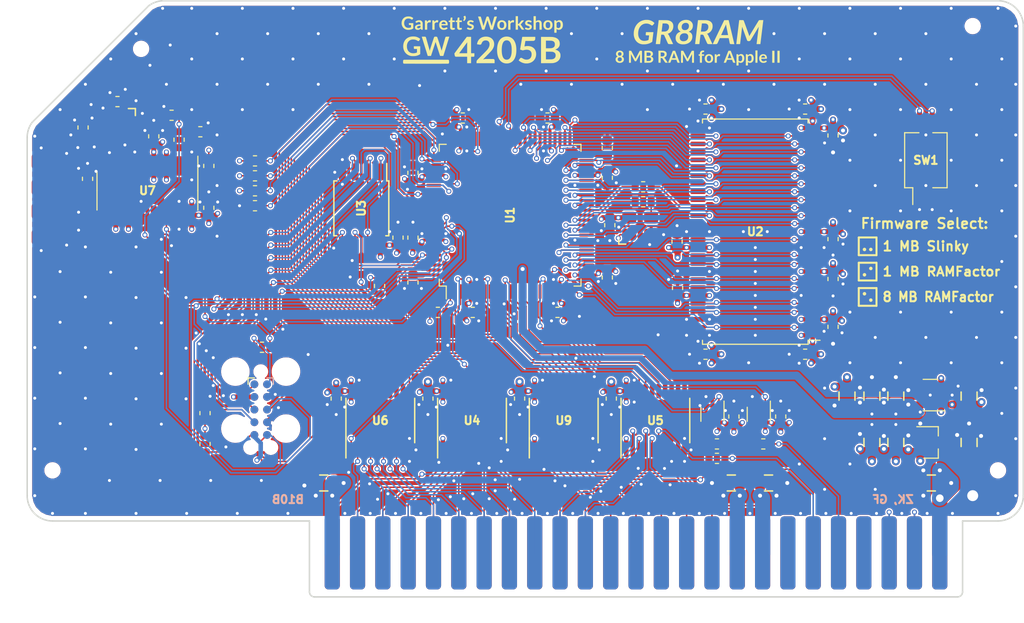
<source format=kicad_pcb>
(kicad_pcb (version 20221018) (generator pcbnew)
  (title_block (title "GR8RAM (GW4205A)") (date "2021-04-20") (rev "1.0") (company "Garrett's Workshop"))
  (layers (0 "F.Cu" signal) (1 "In1.Cu" power) (2 "In2.Cu" power) (31 "B.Cu" signal) (34 "B.Paste" user) (35 "F.Paste" user) (36 "B.SilkS" user "B.Silkscreen") (37 "F.SilkS" user "F.Silkscreen") (38 "B.Mask" user) (39 "F.Mask" user) (44 "Edge.Cuts" user))
  (net 0 "")
  (net 1 "+5V")
  (net 2 "GND")
  (net 3 "/A4")
  (net 4 "/D7")
  (net 5 "/D6")
  (net 6 "/A8")
  (net 7 "/A7")
  (net 8 "/A6")
  (net 9 "/A5")
  (net 10 "/A3")
  (net 11 "/A2")
  (net 12 "/A1")
  (net 13 "/A0")
  (net 14 "/A9")
  (net 15 "/D1")
  (net 16 "/D5")
  (net 17 "/D0")
  (net 18 "/D2")
  (net 19 "/D3")
  (net 20 "/D4")
  (net 21 "/A10")
  (net 22 "+12V")
  (net 23 "-12V")
  (net 24 "-5V")
  (net 25 "/~{IOSEL}")
  (net 26 "/A11")
  (net 27 "/A12")
  (net 28 "/A13")
  (net 29 "/A14")
  (net 30 "/A15")
  (net 31 "/R~{W}")
  (net 32 "/~{IOSTRB}")
  (net 33 "/~{NMI}")
  (net 34 "/~{IRQ}")
  (net 35 "/~{RES}")
  (net 36 "/~{INH}")
  (net 37 "/COLORREF")
  (net 38 "/7M")
  (net 39 "/Q3")
  (net 40 "/PHI1")
  (net 41 "/USER1")
  (net 42 "/PHI0")
  (net 43 "/~{DEVSEL}")
  (net 44 "/INTin")
  (net 45 "/DMAin")
  (net 46 "/TCK")
  (net 47 "/TDO")
  (net 48 "/TMS")
  (net 49 "/TDI")
  (net 50 "/RA0")
  (net 51 "/RA1")
  (net 52 "/RA2")
  (net 53 "/RA3")
  (net 54 "/RA4")
  (net 55 "/RA5")
  (net 56 "/RA6")
  (net 57 "/RA7")
  (net 58 "/RA8")
  (net 59 "/RA9")
  (net 60 "/RA10")
  (net 61 "/RD0")
  (net 62 "/RD1")
  (net 63 "/RD2")
  (net 64 "/RD3")
  (net 65 "/RD4")
  (net 66 "/RD5")
  (net 67 "/RD6")
  (net 68 "/RD7")
  (net 69 "/VIDSYNC")
  (net 70 "+3V3")
  (net 71 "/~{DMA}")
  (net 72 "/R~{RES}")
  (net 73 "/R~{IOSTRB}")
  (net 74 "/R~{DEVSEL}")
  (net 75 "/R~{IOSEL}")
  (net 76 "/RA11")
  (net 77 "/RA12")
  (net 78 "/RA13")
  (net 79 "/RA14")
  (net 80 "/RA15")
  (net 81 "/Ddir")
  (net 82 "/USB5V")
  (net 83 "/ACLK")
  (net 84 "/RCLK")
  (net 85 "/SD0")
  (net 86 "/SD1")
  (net 87 "/SD3")
  (net 88 "/SD2")
  (net 89 "/SD7")
  (net 90 "/SD5")
  (net 91 "/SD4")
  (net 92 "/SDQML")
  (net 93 "/S~{WE}")
  (net 94 "/S~{CAS}")
  (net 95 "/S~{RAS}")
  (net 96 "/S~{CS}")
  (net 97 "/SA0")
  (net 98 "/SA3")
  (net 99 "/SA4")
  (net 100 "/SA6")
  (net 101 "/SCKE")
  (net 102 "/SDQMH")
  (net 103 "/RR~{W}in")
  (net 104 "/~{RDY}")
  (net 105 "Net-(U7-XO)")
  (net 106 "/SA12")
  (net 107 "/SBA0")
  (net 108 "/SA11")
  (net 109 "/SBA1")
  (net 110 "/SA9")
  (net 111 "/SA10")
  (net 112 "/SA8")
  (net 113 "/SA7")
  (net 114 "/SA1")
  (net 115 "/SA2")
  (net 116 "/SA5")
  (net 117 "/MISO")
  (net 118 "/MOSI")
  (net 119 "/F~{CS}")
  (net 120 "/FCK")
  (net 121 "/RES~{OE}")
  (net 122 "/FD2")
  (net 123 "/FD3")
  (net 124 "/RPHI0")
  (net 125 "Net-(U7-XI)")
  (net 130 "Net-(J3-D+)")
  (net 131 "Net-(J3-D-)")
  (net 132 "Net-(J5-Pin_6)")
  (net 135 "/SD6")
  (net 136 "/FW1")
  (net 137 "/FW0")
  (net 140 "/UTCK")
  (net 141 "Net-(U13-Output)")
  (net 143 "Net-(U14-Y)")
  (net 144 "Net-(J2-Pin_1)")
  (net 145 "Net-(U11-Y)")
  (net 146 "/IRQ~{OE}")
  (net 147 "/DONE")
  (net 148 "/~{INIT}")
  (net 149 "/~{PROG}")
  (net 150 "/~{JTAGEN}")
  (net 151 "+1V2")
  (net 152 "/RCLKout")
  (footprint "stdpads:USB_Micro-B_Amphenol_10118192-0001" (layer "F.Cu") (at 47 99.8 -90)
    (fp_text reference "J3")
    (fp_text value "microUSB")
  )
  (footprint "stdpads:C_0603" (layer "F.Cu") (at 104.2 119.8 -90)
    (fp_text reference "C16")
    (fp_text value "2u2")
  )
  (footprint "stdpads:SW_DIP_SPSTx02_Slide_DSHP02TS_P1.27mm" (layer "F.Cu") (at 135.763 95.885)
    (fp_text reference "SW1")
    (fp_text value "FW")
  )
  (footprint "stdpads:R_0603" (layer "F.Cu") (at 68.45 95.95)
    (fp_text reference "R19")
    (fp_text value "10k")
  )
  (footprint "stdpads:C_0805" (layer "F.Cu") (at 75.35 128.27 180)
    (fp_text reference "C4")
    (fp_text value "10u")
  )
  (footprint "stdpads:Fiducial" (layer "F.Cu") (at 143.002 82.423 -90)
    (fp_text reference "FID1")
    (fp_text value "Fiducial" hide)
  )
  (footprint "stdpads:R_0603" (layer "F.Cu") (at 68.45 97.45)
    (fp_text reference "R17")
    (fp_text value "10k")
  )
  (footprint "stdpads:R_0805" (layer "F.Cu") (at 127.85 119.55 -90)
    (fp_text reference "R1")
    (fp_text value "0")
  )
  (footprint "stdpads:C_0603" (layer "F.Cu") (at 126.45 107.8 -90)
    (fp_text reference "C30")
    (fp_text value "2u2")
  )
  (footprint "stdpads:C_0603" (layer "F.Cu") (at 103.8 107.65 -90)
    (fp_text reference "C23")
    (fp_text value "2u2")
  )
  (footprint "stdpads:C_0603" (layer "F.Cu") (at 110.8 104.05 90)
    (fp_text reference "C33")
    (fp_text value "2u2")
  )
  (footprint "stdpads:C_0603" (layer "F.Cu") (at 84.3 97.15 90)
    (fp_text reference "C27")
    (fp_text value "2u2")
  )
  (footprint "stdpads:Fiducial" (layer "F.Cu") (at 143.002 129.54)
    (fp_text reference "FID4")
    (fp_text value "Fiducial" hide)
  )
  (footprint "stdpads:TSSOP-20_4.4x6.5mm_P0.65mm" (layer "F.Cu") (at 99.425 122)
    (fp_text reference "U9")
    (fp_text value "74AHC245PW")
  )
  (footprint "stdpads:C_0805" (layer "F.Cu") (at 119.976 128.27 180)
    (fp_text reference "C2")
    (fp_text value "10u")
  )
  (footprint "stdpads:R_0603" (layer "F.Cu") (at 107.4 98.55 180)
    (fp_text reference "R2")
    (fp_text value "47")
  )
  (footprint "stdpads:C_0603" (layer "F.Cu") (at 121.2 121.6 90)
    (fp_text reference "C42")
    (fp_text value "2u2")
  )
  (footprint "stdpads:SOT-353" (layer "F.Cu") (at 119 121.35 180)
    (fp_text reference "U11")
    (fp_text value "74LVC1G125GW")
  )
  (footprint "stdpads:Fiducial" (layer "F.Cu") (at 48.133 93.599 90)
    (fp_text reference "FID2")
    (fp_text value "Fiducial" hide)
  )
  (footprint "stdpads:C_0805" (layer "F.Cu") (at 132.75 124.2 90)
    (fp_text reference "C10")
    (fp_text value "10u")
  )
  (footprint "stdpads:R_0603" (layer "F.Cu") (at 63.4365 124.3585 90)
    (fp_text reference "R4")
    (fp_text value "10k")
  )
  (footprint "stdpads:TSSOP-20_4.4x6.5mm_P0.65mm" (layer "F.Cu") (at 90.225 122)
    (fp_text reference "U4")
    (fp_text value "74AHC245PW")
  )
  (footprint "stdpads:SOT-23-5" (layer "F.Cu") (at 136.25 119.45 90)
    (fp_text reference "U10")
    (fp_text value "AP2127K-1.2TRG1")
  )
  (footprint "stdpads:TQFP-100_14x14mm_P0.5mm" (layer "F.Cu") (at 94.05 101.4)
    (fp_text reference "U1")
    (fp_text value "LCMXO2-640-TG100")
  )
  (footprint "stdpads:R_0603" (layer "F.Cu") (at 114.8 125.8 180)
    (fp_text reference "R10")
    (fp_text value "22")
  )
  (footprint "stdpads:C_0603" (layer "F.Cu") (at 110.85 108.7 90)
    (fp_text reference "C34")
    (fp_text value "2u2")
  )
  (footprint "stdpads:C_0805" (layer "F.Cu") (at 140.1 119.55 90)
    (fp_text reference "C36")
    (fp_text value "10u")
  )
  (footprint "stdpads:C_0603" (layer "F.Cu") (at 126.45 103.8 -90)
    (fp_text reference "C31")
    (fp_text value "2u2")
  )
  (footprint "stdpads:C_0805" (layer "F.Cu") (at 130.35 119.55 90)
    (fp_text reference "C38")
    (fp_text value "10u")
  )
  (footprint "stdpads:C_0603" (layer "F.Cu") (at 123.65 115.35 180)
    (fp_text reference "C28")
    (fp_text value "2u2")
  )
  (footprint "stdpads:AppleIIBus_Edge" (layer "F.Cu") (at 106.68 135.382)
    (fp_text reference "J1")
    (fp_text value "AppleIIBus")
  )
  (footprint "stdpads:C_0603" (layer "F.Cu") (at 113.65 115.35 180)
    (fp_text reference "C35")
    (fp_text value "2u2")
  )
  (footprint "stdpads:PasteHole_1.1mm_PTH" (layer "F.Cu") (at 140.462 129.54)
    (fp_text reference "H1")
    (fp_text value " " hide)
  )
  (footprint "stdpads:R_0603" (layer "F.Cu") (at 63.4365 121.2595 -90)
    (fp_text reference "R6")
    (fp_text value "10k")
  )
  (footprint "stdpads:C_0603" (layer "F.Cu") (at 58.293 93.484 90)
    (fp_text reference "C17")
    (fp_text value "2u2")
  )
  (footprint "stdpads:R_0603" (layer "F.Cu") (at 86.8 111.15)
    (fp_text reference "R15")
    (fp_text value "2k2")
  )
  (footprint "stdpads:PasteHole_1.152mm_NPTH" (layer "F.Cu") (at 140.462 82.423 -90)
    (fp_text reference "H3")
    (fp_text value " " hide)
  )
  (footprint "stdpads:TSSOP-20_4.4x6.5mm_P0.65mm" (layer "F.Cu") (at 81.025 122)
    (fp_text reference "U6")
    (fp_text value "74AHC245PW")
  )
  (footprint "stdpads:C_0603" (layer "F.Cu") (at 116.5 121.6 90)
    (fp_text reference "C39")
    (fp_text value "2u2")
  )
  (footprint "stdpads:C_0603" (layer "F.Cu") (at 95 119.8 -90)
    (fp_text reference "C15")
    (fp_text value "2u2")
  )
  (footprint "stdpads:R_0603" (layer "F.Cu") (at 80.95 108.5 90)
    (fp_text reference "R9")
    (fp_text value "47")
  )
  (footprint "stdpads:C_0603" (layer "F.Cu") (at 51.65 97.75 90)
    (fp_text reference "C6")
    (fp_text value "2u2")
  )
  (footprint "stdpads:C_0603" (layer "F.Cu") (at 60.083 91.3765 180)
    (fp_text reference "C41")
    (fp_text value "22p")
  )
  (footprint "stdpads:SOT-23" (layer "F.Cu") (at 136.25 124.2 180)
    (fp_text reference "U8")
    (fp_text value "XC6206P332MR")
  )
  (footprint "stdpads:Crystal_SMD_3225-4Pin_3.2x2.5mm" (layer "F.Cu") (at 54.2994 92.5006 180)
    (fp_text reference "Y1")
    (fp_text value "12M")
  )
  (footprint "stdpads:C_0603" (layer "F.Cu") (at 123.65 90.75 180)
    (fp_text reference "C12")
    (fp_text value "2u2")
  )
  (footprint "stdpads:SOIC-16_3.9mm" (layer "F.Cu") (at 57.658 98.933 180)
    (fp_text reference "U7")
    (fp_text value "CH340G")
  )
  (footprint "stdpads:R_0603" (layer "F.Cu") (at 60.833 93.8275 90)
    (fp_text reference "R5")
    (fp_text value "47")
  )
  (footprint "stdpads:C_0603" (layer "F.Cu") (at 63.8175 100.6595 90)
    (fp_text reference "C40")
    (fp_text value "2u2")
  )
  (footprint "stdpads:R_0603" (layer "F.Cu") (at 62.9665 93.0275)
    (fp_text reference "R8")
    (fp_text value "10k")
  )
  (footprint "stdpads:C_0603" (layer "F.Cu") (at 51.1994 92.6006 90)
    (fp_text reference "C8")
    (fp_text value "22p")
  )
  (footprint "stdpads:C_0603" (layer "F.Cu") (at 89.3 91.65)
    (fp_text reference "C26")
    (fp_text value "2u2")
  )
  (footprint "stdpads:C_0603" (layer "F.Cu") (at 85.8 119.8 -90)
    (fp_text reference "C14")
    (fp_text value "2u2")
  )
  (footprint "stdpads:C_0603" (layer "F.Cu") (at 82.8 103.65 90)
    (fp_text reference "C18")
    (fp_text value "2u2")
  )
  (footprint "stdpads:TSOP-II-54_22.2x10.16mm_P0.8mm" (layer "F.Cu") (at 118.65 103.05 90)
    (fp_text reference "U2")
    (fp_text value "W9825")
  )
  (footprint "stdpads:R_0603" (layer "F.Cu") (at 68.45 98.95)
    (fp_text reference "R18")
    (fp_text value "10k")
  )
  (footprint "stdpads:SOT-353" (layer "F.Cu") (at 114.35 121.35 180)
    (fp_text reference "U14")
    (fp_text value "74LVC1G125GW")
  )
  (footprint "stdpads:C_0603" (layer "F.Cu") (at 103.8 97.65 -90)
    (fp_text reference "C24")
    (fp_text value "2u2")
  )
  (footprint "stdpads:Crystal_SMD_3225-4Pin_3.2x2.5mm" (layer "F.Cu") (at 107.1 102.5)
    (fp_text reference "U13")
    (fp_text value "25M")
  )
  (footprint "stdpads:C_0603" (layer "F.Cu") (at 84.3 103.65 90)
    (fp_text reference "C44")
    (fp_text value "2u2")
  )
  (footprint "stdpads:C_0603" (layer "F.Cu") (at 104.05 102.4 -90)
    (fp_text reference "C43")
    (fp_text value "2u2")
  )
  (footprint "stdpads:C_0603" (layer "F.Cu") (at 113.65 90.75 180)
    (fp_text reference "C5")
    (fp_text value "2u2")
  )
  (footprint "stdpads:C_0805" (layer "F.Cu") (at 136.31 128.27 180)
    (fp_text reference "C1")
    (fp_text value "10u")
  )
  (footprint "stdpads:PasteHole_1.152mm_NPTH" (layer "F.Cu") (at 57.023 84.709 90)
    (fp_text reference "H4")
    (fp_text value " " hide)
  )
  (footprint "stdpads:SOIC-8_5.3mm" (layer "F.Cu") (at 79.121 100.711 180)
    (fp_text reference "U3")
    (fp_text value "W25Q128JVSIQ")
  )
  (footprint "stdpads:R_0603" (layer "F.Cu") (at 107.4 100.05)
    (fp_text reference "R3")
    (fp_text value "47")
  )
  (footprint "stdpads:PasteHole_1.152mm_NPTH" (layer "F.Cu") (at 143.002 127)
    (fp_text reference "H5")
    (fp_text value " " hide)
  )
  (footprint "Connector:Tag-Connect_TC2050-IDC-FP_2x05_P1.27mm_Vertical" (layer "F.Cu") (at 69.0245 120.904 -90)
    (fp_text reference "J5" hide)
    (fp_text value "Flash" hide)
  )
  (footprint "stdpads:C_0603" (layer "F.Cu") (at 54.65 90.0006 180)
    (fp_text reference "C9")
    (fp_text value "22p")
  )
  (footprint "stdpads:C_0603" (layer "F.Cu") (at 98.8 111.15 180)
    (fp_text reference "C22")
    (fp_text value "2u2")
  )
  (footprint "stdpads:C_0603" (layer "F.Cu") (at 126.45 93.4 -90)
    (fp_text reference "C32")
    (fp_text value "2u2")
  )
  (footprint "stdpads:C_0805" (layer "F.Cu") (at 130.35 124.2 90)
    (fp_text reference "C11")
    (fp_text value "10u")
  )
  (footprint "stdpads:Fiducial" (layer "F.Cu") (at 48.133 129.54)
    (fp_text reference "FID5")
    (fp_text value "Fiducial" hide)
  )
  (footprint "stdpads:Fiducial" (layer "F.Cu") (at 58.801 82.931 90)
    (fp_text reference "FID3")
    (fp_text value "Fiducial" hide)
  )
  (footprint "stdpads:C_0603" (layer "F.Cu") (at 103.8 94.65 90)
    (fp_text reference "C20")
    (fp_text value "2u2")
  )
  (footprint "stdpads:R_0603" (layer "F.Cu") (at 63.8175 96.4565 -90)
    (fp_text reference "R7")
    (fp_text value "10k")
  )
  (footprint "stdpads:R_0603" (layer "F.Cu") (at 119.45 124.35 180)
    (fp_text reference "R13")
    (fp_text value "47")
  )
  (footprint "stdpads:C_0603" (layer "F.Cu") (at 97.8 91.65 180)
    (fp_text reference "C25")
    (fp_text value "2u2")
  )
  (footprint "stdpads:R_0603" (layer "F.Cu") (at 114.8 124.35 180)
    (fp_text reference "R11")
    (fp_text value "DNP")
  )
  (footprint "stdpads:PasteHole_1.152mm_NPTH" (layer "F.Cu") (at 48.133 127)
    (fp_text reference "H2")
    (fp_text value " " hide)
  )
  (footprint "stdpads:C_0805" (layer "F.Cu") (at 116.244 128.27)
    (fp_text reference "C3")
    (fp_text value "10u")
  )
  (footprint "stdpads:TSSOP-20_4.4x6.5mm_P0.65mm" (layer "F.Cu") (at 108.625 122)
    (fp_text reference "U5")
    (fp_text value "74AHC245PW")
  )
  (footprint "stdpads:R_0603" (layer "F.Cu") (at 68.45 100.45 180)
    (fp_text reference "R20")
    (fp_text value "2k2")
  )
  (footprint "stdpads:R_0603" (layer "F.Cu") (at 69.15 114.65)
    (fp_text reference "R12")
    (fp_text value "47")
  )
  (footprint "stdpads:C_0603" (layer "F.Cu") (at 84.3 108.15 -90)
    (fp_text reference "C19")
    (fp_text value "2u2")
  )
  (footprint "stdpads:C_0805" (layer "F.Cu") (at 140.1 124.2 90)
    (fp_text reference "C7")
    (fp_text value "10u")
  )
  (footprint "stdpads:C_0603" (layer "F.Cu") (at 90.3 111.15)
    (fp_text reference "C21")
    (fp_text value "2u2")
  )
  (footprint "stdpads:C_0805" (layer "F.Cu") (at 132.75 119.55 90)
    (fp_text reference "C37")
    (fp_text value "10u")
  )
  (footprint "stdpads:C_0603" (layer "F.Cu") (at 76.6 119.8 -90)
    (fp_text reference "C13")
    (fp_text value "2u2")
  )
  (footprint "LOGO" (layer "F.Cu") (at 112.903 83.8835)
    (fp_text reference "G***" hide)
    (fp_text value "LOGO" hide)
  )
  (footprint "stdpads:C_0603" (layer "F.Cu") (at 126.45 112.6 -90)
    (fp_text reference "C29")
    (fp_text value "2u2")
  )
  (footprint "LOGO" (layer "F.Cu") (at 91.2495 84.0105)
    (fp_text reference "G***" hide)
    (fp_text value "LOGO" hide)
  )
  (footprint "Connector:Tag-Connect_TC2050-IDC-FP_2x05_P1.27mm_Vertical" (layer "B.Cu") (at 69.0245 120.904 -90)
    (fp_text reference "J2" hide)
    (fp_text value "JTAG")
  )
  (gr_line (start 129.032 110.49) (end 129.032 108.712) (stroke (width 0.2032)) (layer "F.SilkS"))
  (gr_line (start 129.032 107.95) (end 129.032 106.172) (stroke (width 0.2032)) (layer "F.SilkS"))
  (gr_line (start 130.23855 104.8385) (end 130.23865 104.8385) (stroke (width 0.35)) (layer "F.SilkS"))
  (gr_line (start 130.81 105.41) (end 130.81 103.632) (stroke (width 0.2032)) (layer "F.SilkS"))
  (gr_line (start 130.81 108.712) (end 129.032 108.712) (stroke (width 0.2032)) (layer "F.SilkS"))
  (gr_line (start 130.23855 109.9185) (end 130.23865 109.9185) (stroke (width 0.35)) (layer "F.SilkS"))
  (gr_line (start 129.6034 109.2835) (end 129.6035 109.2835) (stroke (width 0.35)) (layer "F.SilkS"))
  (gr_line (start 130.81 107.95) (end 130.81 106.172) (stroke (width 0.2032)) (layer "F.SilkS"))
  (gr_line (start 129.032 107.95) (end 130.81 107.95) (stroke (width 0.2032)) (layer "F.SilkS"))
  (gr_line (start 129.032 105.41) (end 129.032 103.632) (stroke (width 0.2032)) (layer "F.SilkS"))
  (gr_line (start 130.81 103.632) (end 129.032 103.632) (stroke (width 0.2032)) (layer "F.SilkS"))
  (gr_line (start 130.2384 106.7435) (end 130.2385 106.7435) (stroke (width 0.35)) (layer "F.SilkS"))
  (gr_line (start 130.81 106.172) (end 129.032 106.172) (stroke (width 0.2032)) (layer "F.SilkS"))
  (gr_line (start 129.032 110.49) (end 130.81 110.49) (stroke (width 0.2032)) (layer "F.SilkS"))
  (gr_line (start 129.032 105.41) (end 130.81 105.41) (stroke (width 0.2032)) (layer "F.SilkS"))
  (gr_line (start 130.81 110.49) (end 130.81 108.712) (stroke (width 0.2032)) (layer "F.SilkS"))
  (gr_line (start 129.6034 104.8385) (end 129.6035 104.8385) (stroke (width 0.35)) (layer "F.SilkS"))
  (gr_line (start 129.6034 107.3785) (end 129.6035 107.3785) (stroke (width 0.35)) (layer "F.SilkS"))
  (gr_line (start 57.785 80.391) (end 46.101001 92.074999) (stroke (width 0.15)) (layer "Edge.Cuts"))
  (gr_line (start 143.002 132.08) (end 139.446 132.08) (stroke (width 0.15)) (layer "Edge.Cuts"))
  (gr_line (start 45.593 129.54) (end 45.593 93.599) (stroke (width 0.15)) (layer "Edge.Cuts"))
  (gr_arc (start 48.133 132.08) (mid 46.336949 131.336051) (end 45.593 129.54) (stroke (width 0.15)) (layer "Edge.Cuts"))
  (gr_line (start 138.938 139.7) (end 74.422 139.7) (stroke (width 0.15)) (layer "Edge.Cuts"))
  (gr_arc (start 145.542 129.54) (mid 144.798051 131.336051) (end 143.002 132.08) (stroke (width 0.15)) (layer "Edge.Cuts"))
  (gr_arc (start 139.446 139.192) (mid 139.29721 139.55121) (end 138.938 139.7) (stroke (width 0.15)) (layer "Edge.Cuts"))
  (gr_arc (start 57.785 80.391) (mid 58.505781 80.013344) (end 59.309 79.883) (stroke (width 0.15)) (layer "Edge.Cuts"))
  (gr_arc (start 74.422 139.7) (mid 74.06279 139.55121) (end 73.914 139.192) (stroke (width 0.15)) (layer "Edge.Cuts"))
  (gr_line (start 48.133 132.08) (end 73.914 132.08) (stroke (width 0.15)) (layer "Edge.Cuts"))
  (gr_arc (start 143.002 79.883) (mid 144.798051 80.626949) (end 145.542 82.423) (stroke (width 0.15)) (layer "Edge.Cuts"))
  (gr_line (start 145.542 82.423) (end 145.542 129.54) (stroke (width 0.15)) (layer "Edge.Cuts"))
  (gr_line (start 139.446 132.08) (end 139.446 139.192) (stroke (width 0.15)) (layer "Edge.Cuts"))
  (gr_line (start 59.309 79.883) (end 143.002 79.883) (stroke (width 0.15)) (layer "Edge.Cuts"))
  (gr_line (start 73.914 132.08) (end 73.914 139.192) (stroke (width 0.15)) (layer "Edge.Cuts"))
  (gr_arc (start 45.593 93.599) (mid 45.723345 92.795781) (end 46.101001 92.074999) (stroke (width 0.15)) (layer "Edge.Cuts"))
  (gr_text "ZK, GF" (at 132.461 129.921) (layer "B.SilkS") (effects (font (size 0.8128 0.8128) (thickness 0.2032)) (justify mirror)))
  (gr_text "B10B" (at 71.755 129.921) (layer "B.SilkS") (effects (font (size 0.8128 0.8128) (thickness 0.2032)) (justify mirror)))
  (gr_text "Firmware Select:" (at 135.636 102.235) (layer "F.SilkS") (effects (font (size 1.016 1.016) (thickness 0.2032))))
  (gr_text "1 MB Slinky" (at 131.318 104.521) (layer "F.SilkS") (effects (font (size 0.9525 0.9525) (thickness 0.2032)) (justify left)))
  (gr_text "8 MB RAMFactor" (at 131.318 109.601) (layer "F.SilkS") (effects (font (size 0.9525 0.9) (thickness 0.2032)) (justify left)))
  (gr_text "1 MB RAMFactor" (at 131.318 107.061) (layer "F.SilkS") (effects (font (size 0.9 0.9525) (thickness 0.2032)) (justify left)))
  (segment (start 137.3 126.378) (end 137.922 127) (width 0.8) (layer "F.Cu") (net 1))
  (segment (start 137.16 127) (end 137.75 127) (width 0.8) (layer "F.Cu") (net 1))
  (segment (start 137.3 124.2) (end 137.3 126.86) (width 0.8) (layer "F.Cu") (net 1))
  (segment (start 137.3 124.2) (end 138.25 124.2) (width 0.8) (layer "F.Cu") (net 1))
  (segment (start 137.16 135.382) (end 137.16 129.794) (width 1.524) (layer "F.Cu") (net 1))
  (segment (start 137.16 128.27) (end 137.16 129.794) (width 0.8) (layer "F.Cu") (net 1))
  (segment (start 137.668 129.794) (end 138.303 129.159) (width 0.8) (layer "F.Cu") (net 1))
  (segment (start 138.303 127.381) (end 138.303 128.27) (width 0.8) (layer "F.Cu") (net 1))
  (segment (start 137.16 130.937) (end 137.16 135.382) (width 0.8) (layer "F.Cu") (net 1))
  (segment (start 137.16 128.27) (end 137.16 127) (width 0.762) (layer "F.Cu") (net 1))
  (segment (start 137.922 127) (end 138.303 127.381) (width 0.8) (layer "F.Cu") (net 1))
  (segment (start 137.3 124.2) (end 137.3 126.378) (width 0.8) (layer "F.Cu") (net 1))
  (segment (start 139.1 125.05) (end 140.1 125.05) (width 0.8) (layer "F.Cu") (net 1))
  (segment (start 138.303 129.159) (end 138.303 128.27) (width 0.8) (layer "F.Cu") (net 1))
  (segment (start 137.16 129.794) (end 137.668 129.794) (width 0.8) (layer "F.Cu") (net 1))
  (segment (start 138.25 124.2) (end 139.1 125.05) (width 0.8) (layer "F.Cu") (net 1))
  (segment (start 137.16 127) (end 137.922 127) (width 0.8) (layer "F.Cu") (net 1))
  (segment (start 137.3 126.86) (end 137.16 127) (width 0.8) (layer "F.Cu") (net 1))
  (segment (start 137.16 128.27) (end 138.303 128.27) (width 0.762) (layer "F.Cu") (net 1))
  (via (at 137.16 129.794) (size 1.524) (drill 0.762) (layers "F.Cu" "B.Cu") (net 1))
  (via (at 138.303 128.27) (size 0.8) (drill 0.4) (layers "F.Cu" "B.Cu") (net 1))
  (via (at 137.16 127) (size 0.8) (drill 0.4) (layers "F.Cu" "B.Cu") (net 1))
  (segment (start 136.915002 127) (end 137.16 127) (width 0.8) (layer "B.Cu") (net 1))
  (segment (start 137.16 129.794) (end 137.16 127) (width 1.524) (layer "B.Cu") (net 1))
  (segment (start 138.6205 127.9525) (end 138.1125 127.9525) (width 0.8) (layer "B.Cu") (net 1))
  (segment (start 137.856 129.794) (end 137.16 129.794) (width 0.45) (layer "B.Cu") (net 1))
  (segment (start 137.16 128.94) (end 137.16 129.794) (width 0.5) (layer "B.Cu") (net 1))
  (segment (start 137.16 127) (end 136.906 127) (width 0.8) (layer "B.Cu") (net 1))
  (segment (start 138.303 128.651) (end 137.16 129.794) (width 1.524) (layer "B.Cu") (net 1))
  (segment (start 138.303 128.143) (end 137.16 127) (width 1.524) (layer "B.Cu") (net 1))
  (segment (start 138.1125 127.9525) (end 137.16 127) (width 0.8) (layer "B.Cu") (net 1))
  (segment (start 138.303 128.27) (end 138.303 128.651) (width 1.524) (layer "B.Cu") (net 1))
  (segment (start 138.303 128.27) (end 138.303 128.143) (width 1.524) (layer "B.Cu") (net 1))
  (segment (start 138.53 128.27) (end 138.303 128.27) (width 0.5) (layer "B.Cu") (net 1))
  (segment (start 137.16 127) (end 137.31 126.85) (width 0.5) (layer "B.Cu") (net 1))
  (segment (start 137.16 127) (end 137.16 127.96) (width 0.8) (layer "B.Cu") (net 1))
  (segment (start 122.9 115.35) (end 122.9 116.1) (width 0.6) (layer "F.Cu") (net 2))
  (segment (start 47 96) (end 47 94.65) (width 0.6) (layer "F.Cu") (net 2))
  (segment (start 111.55 124.95) (end 111.55 123.8) (width 0.45) (layer "F.Cu") (net 2))
  (segment (start 103.45 120.55) (end 103.3 120.4) (width 0.6) (layer "F.Cu") (net 2))
  (segment (start 97.55 92.7) (end 97.4 92.55) (width 0.3) (layer "F.Cu") (net 2))
  (segment (start 113.7 120.5) (end 113.1 120.5) (width 0.4) (layer "F.Cu") (net 2))
  (segment (start 50.75 96.7) (end 50.75 97) (width 0.5) (layer "F.Cu") (net 2))
  (segment (start 95.75 120.55) (end 95.85 120.65) (width 0.5) (layer "F.Cu") (net 2))
  (segment (start 90.05 90.95) (end 89.9 90.8) (width 0.5) (layer "F.Cu") (net 2))
  (segment (start 140.1 118.7) (end 139.15 118.7) (width 0.5) (layer "F.Cu") (net 2))
  (segment (start 95 120.55) (end 95.75 120.55) (width 0.5) (layer "F.Cu") (net 2))
  (segment (start 134 123.5) (end 133.85 123.35) (width 0.8) (layer "F.Cu") (net 2))
  (segment (start 97.05 91.65) (end 97.05 92.35) (width 0.5) (layer "F.Cu") (net 2))
  (segment (start 116.5 120.85) (end 117.2 120.85) (width 0.5) (layer "F.Cu") (net 2))
  (segment (start 104.95 102.95) (end 104.95 102.6) (width 0.3) (layer "F.Cu") (net 2))
  (segment (start 85.8 120.55) (end 85.05 120.55) (width 0.6) (layer "F.Cu") (net 2))
  (segment (start 114.15 119.6) (end 113.7 119.6) (width 0.15) (layer "F.Cu") (net 2))
  (segment (start 76.6 120.55) (end 76.6 121.4) (width 0.6) (layer "F.Cu") (net 2))
  (segment (start 84.3 102.9) (end 84.3 102.1) (width 0.5) (layer "F.Cu") (net 2))
  (segment (start 63.095 99.9095) (end 62.9285 100.076) (width 0.5) (layer "F.Cu") (net 2))
  (segment (start 110.25 124.95) (end 110.25 126.1) (width 0.45) (layer "F.Cu") (net 2))
  (segment (start 49.675 101.1) (end 50.75 101.1) (width 0.4) (layer "F.Cu") (net 2))
  (segment (start 97.05 91.65) (end 97.05 90.95) (width 0.5) (layer "F.Cu") (net 2))
  (segment (start 83.95 124.95) (end 83.95 126.1) (width 0.45) (layer "F.Cu") (net 2))
  (segment (start 115.8 120.85) (end 115.65 121) (width 0.5) (layer "F.Cu") (net 2))
  (segment (start 106.35 118.1) (end 106.5 117.95) (width 0.45) (layer "F.Cu") (net 2))
  (segment (start 125.65 104.55) (end 125.55 104.65) (width 0.508) (layer "F.Cu") (net 2))
  (segment (start 49.55 96.7) (end 49.55 95.2) (width 0.6) (layer "F.Cu") (net 2))
  (segment (start 97.05 90.95) (end 97.2 90.8) (width 0.5) (layer "F.Cu") (net 2))
  (segment (start 97.15 118.1) (end 97.3 117.95) (width 0.45) (layer "F.Cu") (net 2))
  (segment (start 122.9 116.1) (end 123.05 116.25) (width 0.6) (layer "F.Cu") (net 2))
  (segment (start 58.293 92.734) (end 57.5705 92.734) (width 0.5) (layer "F.Cu") (net 2))
  (segment (start 89.55 93.7375) (end 89.55 94.8) (width 0.3) (layer "F.Cu") (net 2))
  (segment (start 51.1994 91.8506) (end 50.3506 91.8506) (width 0.5) (layer "F.Cu") (net 2))
  (segment (start 90.55 109.0625) (end 90.55 108) (width 0.3) (layer "F.Cu") (net 2))
  (segment (start 120.5 120.85) (end 120.35 121) (width 0.5) (layer "F.Cu") (net 2))
  (segment (start 114.35 120.5) (end 114.35 119.8) (width 0.15) (layer "F.Cu") (net 2))
  (segment (start 124.4 109.45) (end 126.4 109.45) (width 0.45) (layer "F.Cu") (net 2))
  (segment (start 77.35 120.55) (end 77.45 120.65) (width 0.5) (layer "F.Cu") (net 2))
  (segment (start 51.1994 91.8506) (end 51.9 91.8506) (width 0.5) (layer "F.Cu") (net 2))
  (segment (start 135.46 129.491) (end 135.509 129.54) (width 0.762) (layer "F.Cu") (net 2))
  (segment (start 95 120.55) (end 94.25 120.55) (width 0.6) (layer "F.Cu") (net 2))
  (segment (start 62.8 96.458) (end 62.8015 96.4565) (width 0.5) (layer "F.Cu") (net 2))
  (segment (start 84.3 108.9) (end 83.6 108.9) (width 0.5) (layer "F.Cu") (net 2))
  (segment (start 73.406 128.524) (end 73.66 128.27) (width 0.8) (layer "F.Cu") (net 2))
  (segment (start 122.9 90.75) (end 122.9 91.5) (width 0.6) (layer "F.Cu") (net 2))
  (segment (start 124.4 104.65) (end 125.55 104.65) (width 0.45) (layer "F.Cu") (net 2))
  (segment (start 97.15 119.05) (end 97.15 118.1) (width 0.45) (layer "F.Cu") (net 2))
  (segment (start 98.05 111.85) (end 98.2 112) (width 0.5) (layer "F.Cu") (net 2))
  (segment (start 117.2 120.85) (end 117.35 121) (width 0.5) (layer "F.Cu") (net 2))
  (segment (start 124.4 109.45) (end 123.25 109.45) (width 0.45) (layer "F.Cu") (net 2))
  (segment (start 90.55 108) (end 90.7 107.85) (width 0.3) (layer "F.Cu") (net 2))
  (segment (start 112.9 107.05) (end 114.05 107.05) (width 0.45) (layer "F.Cu") (net 2))
  (segment (start 58.293 92.734) (end 58.293 91.8845) (width 0.5) (layer "F.Cu") (net 2))
  (segment (start 104.05 103.15) (end 104.05 103.95) (width 0.5) (layer "F.Cu") (net 2))
  (segment (start 57.5705 92.734) (end 57.404 92.9005) (width 0.5) (layer "F.Cu") (net 2))
  (segment (start 112.9 111.85) (end 111.75 111.85) (width 0.45) (layer "F.Cu") (net 2))
  (segment (start 49.55 102.9) (end 49.55 104.4) (width 0.6) (layer "F.Cu") (net 2))
  (segment (start 77.216 97.061) (end 77.216 95.8215) (width 0.5) (layer "F.Cu") (net 2))
  (segment (start 84.3 108.9) (end 85 108.9) (width 0.5) (layer "F.Cu") (net 2))
  (segment (start 49.55 102.9) (end 50.75 102.9) (width 0.5) (layer "F.Cu") (net 2))
  (segment (start 50.3506 91.8506) (end 50.35 91.85) (width 0.5) (layer "F.Cu") (net 2))
  (segment (start 112.9 113.45) (end 114.05 113.45) (width 0.45) (layer "F.Cu") (net 2))
  (segment (start 90.05 91.65) (end 90.05 92.35) (width 0.5) (layer "F.Cu") (net 2))
  (segment (start 77.216 97.061) (end 77.216 98.298) (width 0.5) (layer "F.Cu") (net 2))
  (segment (start 125.75 113.35) (end 125.55 113.15) (width 0.5) (layer "F.Cu") (net 2))
  (segment (start 78.75 118.1) (end 78.9 117.95) (width 0.45) (layer "F.Cu") (net 2))
  (segment (start 84.3 102.9) (end 85 102.9) (width 0.5) (layer "F.Cu") (net 2))
  (segment (start 85 102.9) (end 85.2 103.1) (width 0.5) (layer "F.Cu") (net 2))
  (segment (start 87.45 96.9) (end 87.6 96.75) (width 0.3) (layer "F.Cu") (net 2))
  (segment (start 53.1994 91.6506) (end 53.1994 90.6512) (width 0.5) (layer "F.Cu") (net 2))
  (segment (start 83.95 124.95) (end 84.6 124.95) (width 0.45) (layer "F.Cu") (net 2))
  (segment (start 63.8175 99.9095) (end 64.54 99.9095) (width 0.5) (layer "F.Cu") (net 2))
  (segment (start 126.45 114.3) (end 126.45 113.35) (width 0.8) (layer "F.Cu") (net 2))
  (segment (start 111.75 92.5) (end 111.9 92.65) (width 0.45) (layer "F.Cu") (net 2))
  (segment (start 140.1 118.7) (end 141.1 118.7) (width 0.8) (layer "F.Cu") (net 2))
  (segment (start 113.7 120.5) (end 113.7 119.6) (width 0.4) (layer "F.Cu") (net 2))
  (segment (start 102.35 124.95) (end 103 124.95) (width 0.45) (layer "F.Cu") (net 2))
  (segment (start 58.293 92.734) (end 59.0155 92.734) (width 0.5) (layer "F.Cu") (net 2))
  (segment (start 131.75 118.7) (end 131.55 118.9) (width 0.8) (layer "F.Cu") (net 2))
  (segment (start 112.9 107.05) (end 110.9 107.05) (width 0.45) (layer "F.Cu") (net 2))
  (segment (start 98.55 109.0625) (end 98.55 110.1) (width 0.3) (layer "F.Cu") (net 2))
  (segment (start 104.05 103.15) (end 103.35 103.15) (width 0.5) (layer "F.Cu") (net 2))
  (segment (start 98.25 110.25) (end 98.4 110.25) (width 0.5) (layer "F.Cu") (net 2))
  (segment (start 127.2 104.55) (end 127.45 104.3) (width 0.6) (layer "F.Cu") (net 2))
  (segment (start 85.8 120.55) (end 85.8 121.4) (width 0.6) (layer "F.Cu") (net 2))
  (segment (start 98.05 111.15) (end 98.05 110.45) (width 0.5) (layer "F.Cu") (net 2))
  (segment (start 120.826 129.491) (end 120.777 129.54) (width 0.8) (layer "F.Cu") (net 2))
  (segment (start 90.85 110.25) (end 90.7 110.25) (width 0.5) (layer "F.Cu") (net 2))
  (segment (start 122.9 90) (end 123.05 89.85) (width 0.6) (layer "F.Cu") (net 2))
  (segment (start 74.5 128.27) (end 74.5 129.491) (width 0.8) (layer "F.Cu") (net 2))
  (segment (start 127.2 94.15) (end 127.45 93.9) (width 0.8) (layer "F.Cu") (net 2))
  (segment (start 102.35 124.95) (end 102.35 123.8) (width 0.45) (layer "F.Cu") (net 2))
  (segment (start 109.95 107.85) (end 110.05 107.95) (width 0.5) (layer "F.Cu") (net 2))
  (segment (start 64.54 99.9095) (end 64.7065 100.076) (width 0.5) (layer "F.Cu") (net 2))
  (segment (start 112.9 103.05) (end 114.05 103.05) (width 0.45) (layer "F.Cu") (net 2))
  (segment (start 106.35 119.05) (end 106.35 118.1) (width 0.45) (layer "F.Cu") (net 2))
  (segment (start 121.2 120.85) (end 121.9 120.85) (width 0.5) (layer "F.Cu") (net 2))
  (segment (start 101.7125 98.4) (end 102.85 98.4) (width 0.3) (layer "F.Cu") (net 2))
  (segment (start 126.45 104.55) (end 126.45 105.4) (width 0.6) (layer "F.Cu") (net 2))
  (segment (start 85.35 103.4) (end 85.2 103.25) (width 0.3) (layer "F.Cu") (net 2))
  (segment (start 62.103 96.458) (end 62.103 97.8535) (width 0.5) (layer "F.Cu") (net 2))
  (segment (start 126.45 94.15) (end 125.6 94.15) (width 0.5) (layer "F.Cu") (net 2))
  (segment (start 121.9 120.85) (end 122.05 121) (width 0.5) (layer "F.Cu") (net 2))
  (segment (start 104.95 120.55) (end 105.05 120.65) (width 0.5) (layer "F.Cu") (net 2))
  (segment (start 86.3875 103.4) (end 85.35 103.4) (width 0.3) (layer "F.Cu") (net 2))
  (segment (start 87.95 118.1) (end 88.1 117.95) (width 0.45) (layer "F.Cu") (net 2))
  (segment (start 51.65 97) (end 50.75 97) (width 0.5) (layer "F.Cu") (net 2))
  (segment (start 112.9 90.75) (end 112.05 90.75) (width 0.6) (layer "F.Cu") (net 2))
  (segment (start 125.55 113.15) (end 125.55 113.05) (width 0.5) (layer "F.Cu") (net 2))
  (segment (start 102.35 124.95) (end 102.35 126.1) (width 0.45) (layer "F.Cu") (net 2))
  (segment (start 116.5 120.85) (end 115.8 120.85) (width 0.5) (layer "F.Cu") (net 2))
  (segment (start 104.2 120.55) (end 103.45 120.55) (width 0.6) (layer "F.Cu") (net 2))
  (segment (start 62.103 96.458) (end 62.103 95.0595) (width 0.5) (layer "F.Cu") (net 2))
  (segment (start 110.05 107.95) (end 110.85 107.95) (width 0.5) (layer "F.Cu") (net 2))
  (segment (start 84.3 96.4) (end 85 96.4) (width 0.5) (layer "F.Cu") (net 2))
  (segment (start 124.4 104.65) (end 123.25 104.65) (width 0.45) (layer "F.Cu") (net 2))
  (segment (start 119 120.5) (end 119 119.8) (width 0.15) (layer "F.Cu") (net 2))
  (segment (start 90.05 92.35) (end 89.85 92.55) (width 0.5) (layer "F.Cu") (net 2))
  (segment (start 103.2 102.95) (end 103.2 103) (width 0.5) (layer "F.Cu") (net 2))
  (segment (start 63.7665 93.0275) (end 63.754 93.015) (width 0.15) (layer "F.Cu") (net 2))
  (segment (start 130.35 123.35) (end 131.35 123.35) (width 0.8) (layer "F.Cu") (net 2))
  (segment (start 136.398 99.695) (end 136.398 100.838) (width 0.5) (layer "F.Cu") (net 2))
  (segment (start 137.3 119.45) (end 136.2 119.45) (width 0.6) (layer "F.Cu") (net 2))
  (segment (start 122.9 90.75) (end 122.05 90.75) (width 0.6) (layer "F.Cu") (net 2))
  (segment (start 74.5 129.491) (end 74.549 129.54) (width 0.8) (layer "F.Cu") (net 2))
  (segment (start 102.8 103.9) (end 102.85 103.95) (width 0.3) (layer "F.Cu") (net 2))
  (segment (start 130.35 122.4) (end 130.35 123.35) (width 0.5) (layer "F.Cu") (net 2))
  (segment (start 120.826 128.27) (end 121.8565 128.27) (width 0.8) (layer "F.Cu") (net 2))
  (segment (start 139.15 118.7) (end 139 118.55) (width 0.5) (layer "F.Cu") (net 2))
  (segment (start 115.394 128.27) (end 114.3 128.27) (width 0.8) (layer "F.Cu") (net 2))
  (segment (start 104.5 98.4) (end 103.8 98.4) (width 0.5) (layer "F.Cu") (net 2))
  (segment (start 104.05 103.15) (end 104.75 103.15) (width 0.3) (layer "F.Cu") (net 2))
  (segment (start 95 120.55) (end 95 121.4) (width 0.6) (layer "F.Cu") (net 2))
  (segment (start 55.3994 93.3506) (end 55.3994 94.35) (width 0.5) (layer "F.Cu") (net 2))
  (segment (start 110.85 107.95) (end 110.85 107) (width 0.6) (layer "F.Cu") (net 2))
  (segment (start 115.394 129.491) (end 115.443 129.54) (width 0.8) (layer "F.Cu") (net 2))
  (segment (start 110.8 103.3) (end 110.8 102.45) (width 0.6) (layer "F.Cu") (net 2))
  (segment (start 135.2 123.25) (end 135.2 122.3) (width 0.8) (layer "F.Cu") (net 2))
  (segment (start 132.75 118.7) (end 131.75 118.7) (width 0.8) (layer "F.Cu") (net 2))
  (segment (start 132.75 118.7) (end 133.75 118.7) (width 0.8) (layer "F.Cu") (net 2))
  (segment (start 85.05 120.55) (end 84.9 120.4) (width 0.6) (layer "F.Cu") (net 2))
  (segment (start 63.754 93.015) (end 63.754 92.1385) (width 0.15) (layer "F.Cu") (net 2))
  (segment (start 112.9 115.35) (end 112.9 116.1) (width 0.6) (layer "F.Cu") (net 2))
  (segment (start 59.309 91.3525) (end 59.309 90.4875) (width 0.15) (layer "F.Cu") (net 2))
  (segment (start 90.55 110.1) (end 90.7 110.25) (width 0.3) (layer "F.Cu") (net 2))
  (segment (start 102.85 98.4) (end 103.8 98.4) (width 0.5) (layer "F.Cu") (net 2))
  (segment (start 69.6595 122.174) (end 70.8025 121.031) (width 0.5) (layer "F.Cu") (net 2))
  (segment (start 141.1 118.7) (end 141.35 118.95) (width 0.8) (layer "F.Cu") (net 2))
  (segment (start 86.3875 103.4) (end 87.45 103.4) (width 0.3) (layer "F.Cu") (net 2))
  (segment (start 112.9 114.7) (end 112.9 115.35) (width 0.8) (layer "F.Cu") (net 2))
  (segment (start 109.5 103.3) (end 109.45 103.35) (width 0.6) (layer "F.Cu") (net 2))
  (segment (start 135.2 123.25) (end 134.25 123.25) (width 0.8) (layer "F.Cu") (net 2))
  (segment (start 76.6 120.55) (end 75.85 120.55) (width 0.6) (layer "F.Cu") (net 2))
  (segment (start 116.5 120.85) (end 116.5 120.05) (width 0.5) (layer "F.Cu") (net 2))
  (segment (start 86.55 120.55) (end 86.65 120.65) (width 0.5) (layer "F.Cu") (net 2))
  (segment (start 91.05 111.15) (end 91.05 110.45) (width 0.5) (layer "F.Cu") (net 2))
  (segment (start 111.55 124.95) (end 112.2 124.95) (width 0.45) (layer "F.Cu") (net 2))
  (segment (start 85.2 96.6) (end 85.2 96.75) (width 0.5) (layer "F.Cu") (net 2))
  (segment (start 73.66 128.27) (end 74.5 128.27) (width 0.8) (layer "F.Cu") (net 2))
  (segment (start 126.45 108.55) (end 126.45 109.5) (width 0.6) (layer "F.Cu") (net 2))
  (segment (start 122.9 115.35) (end 122.05 115.35) (width 0.6) (layer "F.Cu") (net 2))
  (segment (start 57.023 100.0125) (end 57.023 101.408) (width 0.5) (layer "F.Cu") (net 2))
  (segment (start 90.05 91.65) (end 90.05 90.95) (width 0.5) (layer "F.Cu") (net 2))
  (segment (start 87.45 103.4) (end 87.6 103.25) (width 0.3) (layer "F.Cu") (net 2))
  (segment (start 135.46 127.049) (end 135.509 127) (width 0.762) (layer "F.Cu") (net 2))
  (segment (start 118.8 119.6) (end 118.35 119.6) (width 0.15) (layer "F.Cu") (net 2))
  (segment (start 133.85 123.35) (end 132.75 123.35) (width 0.8) (layer "F.Cu") (net 2))
  (segment (start 130.35 118.7) (end 131.35 118.7) (width 0.8) (layer "F.Cu") (net 2))
  (segment (start 112.9 90.75) (end 112.9 91.95) (width 0.6) (layer "F.Cu") (net 2))
  (segment (start 78.75 119.05) (end 78.75 118.1) (width 0.45) (layer "F.Cu") (net 2))
  (segment (start 127.2 113.35) (end 127.35 113.2) (width 0.6) (layer "F.Cu") (net 2))
  (segment (start 90.55 109.0625) (end 90.55 110.1) (width 0.3) (layer "F.Cu") (net 2))
  (segment (start 137.3 119.45) (end 138.4 119.45) (width 0.6) (layer "F.Cu") (net 2))
  (segment (start 59.333 91.3765) (end 59.309 91.3525) (width 0.15) (layer "F.Cu") (net 2))
  (segment (start 132.75 118.7) (end 132.75 117.65) (width 0.8) (layer "F.Cu") (net 2))
  (segment (start 85.2 103.1) (end 85.2 103.25) (width 0.5) (layer "F.Cu") (net 2))
  (segment (start 98.55 108) (end 98.4 107.85) (width 0.3) (layer "F.Cu") (net 2))
  (segment (start 140.1 123.35) (end 139 123.35) (width 0.8) (layer "F.Cu") (net 2))
  (segment (start 86.3875 96.9) (end 87.45 96.9) (width 0.3) (layer "F.Cu") (net 2))
  (segment (start 111.75 113.45) (end 112.9 113.45) (width 0.45) (layer "F.Cu") (net 2))
  (segment (start 102.9 108.2) (end 102.9 108.05) (width 0.5) (layer "F.Cu") (net 2))
  (segment (start 104.2 120.55) (end 104.2 121.4) (width 0.6) (layer "F.Cu") (net 2))
  (segment (start 127.2 108.55) (end 127.45 108.3) (width 0.6) (layer "F.Cu") (net 2))
  (segment (start 126.45 94.15) (end 126.45 95.1) (width 0.8) (layer "F.Cu") (net 2))
  (segment (start 110.8 103.3) (end 109.5 103.3) (width 0.6) (layer "F.Cu") (net 2))
  (segment (start 84.3 96.4) (end 83.6 96.4) (width 0.5) (layer "F.Cu") (net 2))
  (segment (start 112.9 114.7) (end 112.9 114.05) (width 0.5) (layer "F.Cu") (net 2))
  (segment (start 60.833 101.408) (end 60.833 100.0125) (width 0.5) (layer "F.Cu") (net 2))
  (segment (start 126.45 104.55) (end 127.2 104.55) (width 0.6) (layer "F.Cu") (net 2))
  (segment (start 112.9 92.65) (end 112.9 91.95) (width 0.45) (layer "F.Cu") (net 2))
  (segment (start 112.9 90.75) (end 112.9 90) (width 0.6) (layer "F.Cu") (net 2))
  (segment (start 104.7 98.15) (end 104.7 98.2) (width 0.5) (layer "F.Cu") (net 2))
  (segment (start 122.9 91.5) (end 123.05 91.65) (width 0.6) (layer "F.Cu") (net 2))
  (segment (start 63.8175 99.9095) (end 63.095 99.9095) (width 0.5) (layer "F.Cu") (net 2))
  (segment (start 98.55 110.1) (end 98.4 110.25) (width 0.3) (layer "F.Cu") (net 2))
  (segment (start 93.15 124.95) (end 93.15 126.1) (width 0.45) (layer "F.Cu") (net 2))
  (segment (start 77.216 97.061) (end 76.4845 97.061) (width 0.5) (layer "F.Cu") (net 2))
  (segment (start 131.75 123.35) (end 131.55 123.55) (width 0.8) (layer "F.Cu") (net 2))
  (segment (start 103.8 108.4) (end 104.5 108.4) (width 0.5) (layer "F.Cu") (net 2))
  (segment (start 53.1994 91.6506) (end 52.1 91.6506) (width 0.5) (layer "F.Cu") (net 2))
  (segment (start 114.35 119.8) (end 114.15 119.6) (width 0.15) (layer "F.Cu") (net 2))
  (segment (start 141.1 123.35) (end 141.3 123.55) (width 0.8) (layer "F.Cu") (net 2))
  (segment (start 93.15 124.95) (end 93.8 124.95) (width 0.45) (layer "F.Cu") (net 2))
  (segment (start 135.128 99.695) (end 135.128 100.838) (width 0.5) (layer "F.Cu") (net 2))
  (segment (start 106.35 120) (end 106.35 119.05) (width 0.45) (layer "F.Cu") (net 2))
  (segment (start 122.9 114.6) (end 123.05 114.45) (width 0.6) (layer "F.Cu") (net 2))
  (segment (start 101.7125 103.9) (end 100.55 103.9) (width 0.3) (layer "F.Cu") (net 2))
  (segment (start 130.35 117.65) (end 130.35 118.7) (width 0.8) (layer "F.Cu") (net 2))
  (segment (start 115.394 128.27) (end 115.394 129.491) (width 0.8) (layer "F.Cu") (net 2))
  (segment (start 130.35 118.7) (end 129.15 118.7) (width 0.8) (layer "F.Cu") (net 2))
  (segment (start 111.65 103.15) (end 111.75 103.05) (width 0.508) (layer "F.Cu") (net 2))
  (segment (start 47 103.6) (end 47 104.95) (width 0.6) (layer "F.Cu") (net 2))
  (segment (start 87.95 119.05) (end 87.95 118.1) (width 0.45) (layer "F.Cu") (net 2))
  (segment (start 139 123.35) (end 138.9 123.45) (width 0.8) (layer "F.Cu") (net 2))
  (segment (start 93.15 124.95) (end 93.15 123.8) (width 0.45) (layer "F.Cu") (net 2))
  (segment (start 103.35 103.15) (end 103.2 103) (width 0.5) (layer "F.Cu") (net 2))
  (segment (start 60.833 101.408) (end 60.833 102.8065) (width 0.5) (layer "F.Cu") (net 2))
  (segment (start 55.3994 94.35) (end 55.4 94.3506) (width 0.5) (layer "F.Cu") (net 2))
  (segment (start 85 96.4) (end 85.2 96.6) (width 0.5) (layer "F.Cu") (net 2))
  (segment (start 51.65 97) (end 52.5 97) (width 0.5) (layer "F.Cu") (net 2))
  (segment (start 120.826 128.27) (end 120.826 129.491) (width 0.8) (layer "F.Cu") (net 2))
  (segment (start 103.8 108.4) (end 103.1 108.4) (width 0.5) (layer "F.Cu") (net 2))
  (segment (start 110.9 107.05) (end 110.85 107) (width 0.45) (layer "F.Cu") (net 2))
  (segment (start 51.65 97) (end 51.65 96.2) (width 0.5) (layer "F.Cu") (net 2))
  (segment (start 97.55 93.7375) (end 97.55 94.8) (width 0.3) (layer "F.Cu") (net 2))
  (segment (start 122.9 90.75) (end 122.9 90) (width 0.6) (layer "F.Cu") (net 2))
  (segment (start 104.75 103.15) (end 104.95 102.95) (width 0.3) (layer "F.Cu") (net 2))
  (segment (start 132.75 123.35) (end 131.75 123.35) (width 0.8) (layer "F.Cu") (net 2))
  (segment (start 140.1 123.35) (end 141.1 123.35) (width 0.8) (layer "F.Cu") (net 2))
  (segment (start 119 119.8) (end 118.8 119.6) (width 0.15) (layer "F.Cu") (net 2))
  (segment (start 101.7125 103.9) (end 102.8 103.9) (width 0.3) (layer "F.Cu") (net 2))
  (segment (start 112.9 113.45) (end 112.9 114.05) (width 0.45) (layer "F.Cu") (net 2))
  (segment (start 91.05 110.45) (end 90.85 110.25) (width 0.5) (layer "F.Cu") (net 2))
  (segment (start 82.1 102.9) (end 81.95 103.05) (width 0.5) (layer "F.Cu") (net 2))
  (segment (start 106.5 120.15) (end 106.35 120) (width 0.45) (layer "F.Cu") (net 2))
  (segment (start 112.9 90) (end 113.05 89.85) (width 0.6) (layer "F.Cu") (net 2))
  (segment (start 126.4 109.45) (end 126.45 109.5) (width 0.508) (layer "F.Cu") (net 2))
  (segment (start 98.55 109.0625) (end 98.55 108) (width 0.3) (layer "F.Cu") (net 2))
  (segment (start 135.46 128.27) (end 135.46 129.491) (width 0.762) (layer "F.Cu") (net 2))
  (segment (start 53.1994 90.6512) (end 53.2 90.6506) (width 0.5) (layer "F.Cu") (net 2))
  (segment (start 97.55 94.8) (end 97.4 94.95) (width 0.3) (layer "F.Cu") (net 2))
  (segment (start 76.4845 97.061) (end 76.454 97.0915) (width 0.5) (layer "F.Cu") (net 2))
  (segment (start 91.05 111.15) (end 91.05 111.85) (width 0.5) (layer "F.Cu") (net 2))
  (segment (start 112.9 116.1) (end 113.05 116.25) (width 0.6) (layer "F.Cu") (net 2))
  (segment (start 97.55 93.7375) (end 97.55 92.7) (width 0.3) (layer "F.Cu") (net 2))
  (segment (start 112.9 103.05) (end 111.75 103.05) (width 0.45) (layer "F.Cu") (net 2))
  (segment (start 63.8175 99.9095) (end 63.8175 99.06) (width 0.5) (layer "F.Cu") (net 2))
  (segment (start 108.2 103.35) (end 108.2 104.2) (width 0.5) (layer "F.Cu") (net 2))
  (segment (start 135.46 128.27) (end 135.46 127.049) (width 0.762) (layer "F.Cu") (net 2))
  (segment (start 97.25 92.55) (end 97.05 92.35) (width 0.5) (layer "F.Cu") (net 2))
  (segment (start 126.45 94.15) (end 127.2 94.15) (width 0.8) (layer "F.Cu") (net 2))
  (segment (start 121.2 120.85) (end 121.2 120.05) (width 0.5) (layer "F.Cu") (net 2))
  (segment (start 70.8025 121.031) (end 70.8025 120.7135) (width 0.5) (layer "F.Cu") (net 2))
  (segment (start 130.35 123.35) (end 129.15 123.35) (width 0.8) (layer "F.Cu") (net 2))
  (segment (start 104.7 98.2) (end 104.5 98.4) (width 0.5) (layer "F.Cu") (net 2))
  (segment (start 76.6 120.55) (end 77.35 120.55) (width 0.5) (layer "F.Cu") (net 2))
  (segment (start 110.8 103.3) (end 111.6 103.3) (width 0.508) (layer "F.Cu") (net 2))
  (segment (start 112.9 111.85) (end 114.05 111.85) (width 0.45) (layer "F.Cu") (net 2))
  (segment (start 89.55 92.7) (end 89.7 92.55) (width 0.3) (layer "F.Cu") (net 2))
  (segment (start 134.25 123.25) (end 134 123.5) (width 0.8) (layer "F.Cu") (net 2))
  (segment (start 126.45 108.55) (end 127.2 108.55) (width 0.6) (layer "F.Cu") (net 2))
  (segment (start 112.9 115.35) (end 112.05 115.35) (width 0.6) (layer "F.Cu") (net 2))
  (segment (start 75.85 120.55) (end 75.7 120.4) (width 0.6) (layer "F.Cu") (net 2))
  (segment (start 126.45 113.35) (end 127.2 113.35) (width 0.6) (layer "F.Cu") (net 2))
  (segment (start 89.85 92.55) (end 89.7 92.55) (width 0.5) (layer "F.Cu") (net 2))
  (segment (start 122.9 115.35) (end 122.9 114.6) (width 0.6) (layer "F.Cu") (net 2))
  (segment (start 85.35 96.9) (end 85.2 96.75) (width 0.3) (layer "F.Cu") (net 2))
  (segment (start 131.35 118.7) (end 131.55 118.9) (width 0.8) (layer "F.Cu") (net 2))
  (segment (start 62.103 96.458) (end 62.8 96.458) (width 0.5) (layer "F.Cu") (net 2))
  (segment (start 104.2 120.55) (end 104.95 120.55) (width 0.5) (layer "F.Cu") (net 2))
  (segment (start 98.05 111.15) (end 98.05 111.85) (width 0.5) (layer "F.Cu") (net 2))
  (segment (start 85.8 120.55) (end 86.55 120.55) (width 0.5) (layer "F.Cu") (net 2))
  (segment (start 133.75 118.7) (end 134 118.95) (width 0.8) (layer "F.Cu") (net 2))
  (segment (start 86.3875 96.9) (end 85.35 96.9) (width 0.3) (layer "F.Cu") (net 2))
  (segment (start 82.8 102.9) (end 82.1 102.9) (width 0.5) (layer "F.Cu") (net 2))
  (segment (start 59.0155 92.734) (end 59.182 92.9005) (width 0.5) (layer "F.Cu") (net 2))
  (segment (start 98.05 110.45) (end 98.25 110.25) (width 0.5) (layer "F.Cu") (net 2))
  (segment (start 97.4 92.55) (end 97.25 92.55) (width 0.5) (layer "F.Cu") (net 2))
  (segment (start 67.65 100.45) (end 66.9 100.45) (width 0.15) (layer "F.Cu") (net 2))
  (segment (start 111.9 92.65) (end 112.9 92.65) (width 0.45) (layer "F.Cu") (net 2))
  (segment (start 51.9 91.8506) (end 52.1 91.6506) (width 0.5) (layer "F.Cu") (net 2))
  (segment (start 121.2 120.85) (end 120.5 120.85) (width 0.5) (layer "F.Cu") (net 2))
  (segment (start 131.35 123.35) (end 131.55 123.55) (width 0.8) (layer "F.Cu") (net 2))
  (segment (start 126.45 104.55) (end 125.65 104.55) (width 0.508) (layer "F.Cu") (net 2))
  (segment (start 82.8 102.9) (end 82.8 102.1) (width 0.5) (layer "F.Cu") (net 2))
  (segment (start 108.2 104.2) (end 108.05 104.35) (width 0.5) (layer "F.Cu") (net 2))
  (segment (start 49.55 96.7) (end 50.75 96.7) (width 0.5) (layer "F.Cu") (net 2))
  (segment (start 104.5 108.4) (end 104.65 108.25) (width 0.5) (layer "F.Cu") (net 2))
  (segment (start 112.9 92.65) (end 114.05 92.65) (width 0.45) (layer "F.Cu") (net 2))
  (segment (start 83.6 108.9) (end 83.45 108.75) (width 0.5) (layer "F.Cu") (net 2))
  (segment (start 83.6 96.4) (end 83.45 96.55) (width 0.5) (layer "F.Cu") (net 2))
  (segment (start 101.7125 98.4) (end 100.55 98.4) (width 0.3) (layer "F.Cu") (net 2))
  (segment (start 89.55 93.7375) (end 89.55 92.7) (width 0.3) (layer "F.Cu") (net 2))
  (segment (start 91.05 111.85) (end 90.9 112) (width 0.5) (layer "F.Cu") (net 2))
  (segment (start 132.75 123.35) (end 132.75 122.4) (width 0.5) (layer "F.Cu") (net 2))
  (segment (start 85 108.9) (end 85.15 108.75) (width 0.5) (layer "F.Cu") (net 2))
  (segment (start 94.25 120.55) (end 94.1 120.4) (width 0.6) (layer "F.Cu") (net 2))
  (segment (start 111.55 124.95) (end 111.55 126.1) (width 0.45) (layer "F.Cu") (net 2))
  (segment (start 83.95 124.95) (end 83.95 123.8) (width 0.45) (layer "F.Cu") (net 2))
  (segment (start 103.1 108.4) (end 102.9 108.2) (width 0.5) (layer "F.Cu") (net 2))
  (segment (start 53.9 90.0006) (end 53.9 89.1006) (width 0.5) (layer "F.Cu") (net 2))
  (segment (start 118.35 120.5) (end 118.35 119.6) (width 0.4) (layer "F.Cu") (net 2))
  (segment (start 108.2 103.35) (end 109.45 103.35) (width 0.8) (layer "F.Cu") (net 2))
  (segment (start 126.45 113.35) (end 125.75 113.35) (width 0.5) (layer "F.Cu") (net 2))
  (segment (start 89.55 94.8) (end 89.7 94.95) (width 0.3) (layer "F.Cu") (net 2))
  (segment (start 140.1 123.35) (end 140.1 122.3) (width 0.8) (layer "F.Cu") (net 2))
  (via (at 94.5 129.9) (size 0.5) (drill 0.3) (layers "F.Cu" "B.Cu") (net 2))
  (via (at 135.763 93.345) (size 0.5) (drill 0.3) (layers "F.Cu" "B.Cu") (net 2))
  (via (at 107.823 86.9315) (size 0.5) (drill 0.3) (layers "F.Cu" "B.Cu") (net 2))
  (via (at 116.5 120.05) (size 0.5) (drill 0.3) (layers "F.Cu" "B.Cu") (net 2))
  (via (at 65.532 124.6505) (size 0.5) (drill 0.3) (layers "F.Cu" "B.Cu") (net 2))
  (via (at 143.383 100.965) (size 0.5) (drill 0.3) (layers "F.Cu" "B.Cu") (net 2))
  (via (at 117.45 103.05) (size 0.5) (drill 0.3) (layers "F.Cu" "B.Cu") (net 2))
  (via (at 76.35 104.7) (size 0.5) (drill 0.3) (layers "F.Cu" "B.Cu") (net 2))
  (via (at 118.11 131.318) (size 0.5) (drill 0.3) (layers "F.Cu" "B.Cu") (net 2))
  (via (at 98.4 110.25) (size 0.5) (drill 0.3) (layers "F.Cu" "B.Cu") (net 2))
  (via (at 127.45 104.3) (size 0.6) (drill 0.3) (layers "F.Cu" "B.Cu") (net 2))
  (via (at 121.2 120.05) (size 0.5) (drill 0.3) (layers "F.Cu" "B.Cu") (net 2))
  (via (at 123.063 85.725) (size 0.5) (drill 0.3) (layers "F.Cu" "B.Cu") (net 2))
  (via (at 51.435 109.601) (size 0.5) (drill 0.3) (layers "F.Cu" "B.Cu") (net 2))
  (via (at 120.777 129.54) (size 0.8) (drill 0.4) (layers "F.Cu" "B.Cu") (net 2))
  (via (at 64.262 115.697) (size 0.5) (drill 0.3) (layers "F.Cu" "B.Cu") (net 2))
  (via (at 82.55 131.318) (size 0.5) (drill 0.3) (layers "F.Cu" "B.Cu") (net 2))
  (via (at 140.843 93.345) (size 0.5) (drill 0.3) (layers "F.Cu" "B.Cu") (net 2))
  (via (at 78.2 105.95) (size 0.5) (drill 0.3) (layers "F.Cu" "B.Cu") (net 2))
  (via (at 133.223 90.805) (size 0.5) (drill 0.3) (layers "F.Cu" "B.Cu") (net 2))
  (via (at 92.71 131.318) (size 0.5) (drill 0.3) (layers "F.Cu" "B.Cu") (net 2))
  (via (at 97.79 131.318) (size 0.5) (drill 0.3) (layers "F.Cu" "B.Cu") (net 2))
  (via (at 138.303 90.805) (size 0.5) (drill 0.3) (layers "F.Cu" "B.Cu") (net 2))
  (via (at 64.643 93.345) (size 0.5) (drill 0.3) (layers "F.Cu" "B.Cu") (net 2))
  (via (at 93.15 123.8) (size 0.5) (drill 0.3) (layers "F.Cu" "B.Cu") (net 2))
  (via (at 121.8565 128.27) (size 0.8) (drill 0.4) (layers "F.Cu" "B.Cu") (net 2))
  (via (at 64.643 83.185) (size 0.5) (drill 0.3) (layers "F.Cu" "B.Cu") (net 2))
  (via (at 56.515 89.916) (size 0.5) (drill 0.3) (layers "F.Cu" "B.Cu") (net 2))
  (via (at 97.663 80.645) (size 0.5) (drill 0.3) (layers "F.Cu" "B.Cu") (net 2))
  (via (at 138.303 116.205) (size 0.5) (drill 0.3) (layers "F.Cu" "B.Cu") (net 2))
  (via (at 104.95 102.6) (size 0.5) (drill 0.3) (layers "F.Cu" "B.Cu") (net 2))
  (via (at 72.263 80.645) (size 0.5) (drill 0.3) (layers "F.Cu" "B.Cu") (net 2))
  (via (at 136.2 119.45) (size 0.6) (drill 0.3) (layers "F.Cu" "B.Cu") (net 2))
  (via (at 100.55 103.9) (size 0.5) (drill 0.3) (layers "F.Cu" "B.Cu") (net 2))
  (via (at 51.435 114.681) (size 0.5) (drill 0.3) (layers "F.Cu" "B.Cu") (net 2))
  (via (at 69.088 128.016) (size 0.5) (drill 0.3) (layers "F.Cu" "B.Cu") (net 2))
  (via (at 87.6 103.25) (size 0.5) (drill 0.3) (layers "F.Cu" "B.Cu") (net 2))
  (via (at 64.643 88.265) (size 0.5) (drill 0.3) (layers "F.Cu" "B.Cu") (net 2))
  (via (at 138.303 100.965) (size 0.5) (drill 0.3) (layers "F.Cu" "B.Cu") (net 2))
  (via (at 133.35 131.318) (size 0.5) (drill 0.3) (layers "F.Cu" "B.Cu") (net 2))
  (via (at 107.95 131.318) (size 0.5) (drill 0.3) (layers "F.Cu" "B.Cu") (net 2))
  (via (at 62.103 97.8535) (size 0.5) (drill 0.3) (layers "F.Cu" "B.Cu") (net 2))
  (via (at 87.6 96.75) (size 0.5) (drill 0.3) (layers "F.Cu" "B.Cu") (net 2))
  (via (at 138.303 80.645) (size 0.5) (drill 0.3) (layers "F.Cu" "B.Cu") (net 2))
  (via (at 77.343 85.725) (size 0.5) (drill 0.3) (layers "F.Cu" "B.Cu") (net 2))
  (via (at 115.443 88.265) (size 0.5) (drill 0.3) (layers "F.Cu" "B.Cu") (net 2))
  (via (at 102.9 108.05) (size 0.5) (drill 0.3) (layers "F.Cu" "B.Cu") (net 2))
  (via (at 49.55 104.4) (size 0.6) (drill 0.3) (layers "F.Cu" "B.Cu") (net 2))
  (via (at 52.5 97) (size 0.5) (drill 0.3) (layers "F.Cu" "B.Cu") (net 2))
  (via (at 82.8 102.1) (size 0.5) (drill 0.3) (layers "F.Cu" "B.Cu") (net 2))
  (via (at 48.895 117.221) (size 0.5) (drill 0.3) (layers "F.Cu" "B.Cu") (net 2))
  (via (at 89.4 129.85) (size 0.5) (drill 0.3) (layers "F.Cu" "B.Cu") (net 2))
  (via (at 129.15 118.7) (size 0.8) (drill 0.4) (layers "F.Cu" "B.Cu") (net 2))
  (via (at 138.43 131.318) (size 0.5) (drill 0.3) (layers "F.Cu" "B.Cu") (net 2))
  (via (at 90.9 126.3) (size 0.5) (drill 0.3) (layers "F.Cu" "B.Cu") (net 2))
  (via (at 104.65 108.25) (size 0.5) (drill 0.3) (layers "F.Cu" "B.Cu") (net 2))
  (via (at 113.05 116.25) (size 0.6) (drill 0.3) (layers "F.Cu" "B.Cu") (net 2))
  (via (at 123.05 114.45) (size 0.6) (drill 0.3) (layers "F.Cu" "B.Cu") (net 2))
  (via (at 56.515 104.5845) (size 0.5) (drill 0.3) (layers "F.Cu" "B.Cu") (net 2))
  (via (at 135.763 88.265) (size 0.5) (drill 0.3) (layers "F.Cu" "B.Cu") (net 2))
  (via (at 56.515 109.6645) (size 0.5) (drill 0.3) (layers "F.Cu" "B.Cu") (net 2))
  (via (at 79.883 83.185) (size 0.5) (drill 0.3) (layers "F.Cu" "B.Cu") (net 2))
  (via (at 83.45 108.75) (size 0.5) (drill 0.3) (layers "F.Cu" "B.Cu") (net 2))
  (via (at 74.803 88.265) (size 0.5) (drill 0.3) (layers "F.Cu" "B.Cu") (net 2))
  (via (at 91.95 129.85) (size 0.5) (drill 0.3) (layers "F.Cu" "B.Cu") (net 2))
  (via (at 123.05 89.85) (size 0.6) (drill 0.3) (layers "F.Cu" "B.Cu") (net 2))
  (via (at 117.983 116.205) (size 0.5) (drill 0.3) (layers "F.Cu" "B.Cu") (net 2))
  (via (at 53.9 89.1006) (size 0.5) (drill 0.3) (layers "F.Cu" "B.Cu") (net 2))
  (via (at 87.503 86.9315) (size 0.5) (drill 0.3) (layers "F.Cu" "B.Cu") (net 2))
  (via (at 59.055 112.2045) (size 0.5) (drill 0.3) (layers "F.Cu" "B.Cu") (net 2))
  (via (at 90.7 110.25) (size 0.5) (drill 0.3) (layers "F.Cu" "B.Cu") (net 2))
  (via (at 67.183 80.645) (size 0.5) (drill 0.3) (layers "F.Cu" "B.Cu") (net 2))
  (via (at 52.1 91.6506) (size 0.5) (drill 0.3) (layers "F.Cu" "B.Cu") (net 2))
  (via (at 103.15 129.1) (size 0.5) (drill 0.3) (layers "F.Cu" "B.Cu") (net 2))
  (via (at 128.143 95.885) (size 0.5) (drill 0.3) (layers "F.Cu" "B.Cu") (net 2))
  (via (at 125.603 88.265) (size 0.5) (drill 0.3) (layers "F.Cu" "B.Cu") (net 2))
  (via (at 69.723 88.265) (size 0.5) (drill 0.3) (layers "F.Cu" "B.Cu") (net 2))
  (via (at 66.675 131.318) (size 0.5) (drill 0.3) (layers "F.Cu" "B.Cu") (net 2))
  (via (at 84.3 102.1) (size 0.5) (drill 0.3) (layers "F.Cu" "B.Cu") (net 2))
  (via (at 62.9285 100.076) (size 0.5) (drill 0.3) (layers "F.Cu" "B.Cu") (net 2))
  (via (at 108.05 104.35) (size 0.5) (drill 0.3) (layers "F.Cu" "B.Cu") (net 2))
  (via (at 46.355 129.54) (size 0.5) (drill 0.3) (layers "F.Cu" "B.Cu") (net 2))
  (via (at 136.398 100.838) (size 0.5) (drill 0.3) (layers "F.Cu" "B.Cu") (net 2))
  (via (at 134 123.5) (size 0.8) (drill 0.4) (layers "F.Cu" "B.Cu") (net 2))
  (via (at 100.65 115.75) (size 0.5) (drill 0.3) (layers "F.Cu" "B.Cu") (net 2))
  (via (at 53.975 85.725) (size 0.5) (drill 0.3) (layers "F.Cu" "B.Cu") (net 2))
  (via (at 62.103 80.645) (size 0.5) (drill 0.3) (layers "F.Cu" "B.Cu") (net 2))
  (via (at 51.65 96.2) (size 0.5) (drill 0.3) (layers "F.Cu" "B.Cu") (net 2))
  (via (at 63.754 92.1385) (size 0.5) (drill 0.3) (layers "F.Cu" "B.Cu") (net 2))
  (via (at 88.05 129.65) (size 0.5) (drill 0.3) (layers "F.Cu" "B.Cu") (net 2))
  (via (at 84.9 120.4) (size 0.6) (drill 0.3) (layers "F.Cu" "B.Cu") (net 2))
  (via (at 67.183 111.379) (size 0.5) (drill 0.3) (layers "F.Cu" "B.Cu") (net 2))
  (via (at 113.7 119.6) (size 0.5) (drill 0.3) (layers "F.Cu" "B.Cu") (net 2))
  (via (at 48.133 131.318) (size 0.5) (drill 0.3) (layers "F.Cu" "B.Cu") (net 2))
  (via (at 100.33 131.318) (size 0.5) (drill 0.3) (layers "F.Cu" "B.Cu") (net 2))
  (via (at 114.3 128.27) (size 0.8) (drill 0.4) (layers "F.Cu" "B.Cu") (net 2))
  (via (at 102.87 131.318) (size 0.5) (drill 0.3) (layers "F.Cu" "B.Cu") (net 2))
  (via (at 143.383 116.205) (size 0.5) (drill 0.3) (layers "F.Cu" "B.Cu") (net 2))
  (via (at 140.1 122.3) (size 0.8) (drill 0.4) (layers "F.Cu" "B.Cu") (net 2))
  (via (at 103 124.95) (size 0.5) (drill 0.3) (layers "F.Cu" "B.Cu") (net 2))
  (via (at 70.485 119.38) (size 0.5) (drill 0.3) (layers "F.Cu" "B.Cu") (net 2))
  (via (at 118.65 110.65) (size 0.5) (drill 0.3) (layers "F.Cu" "B.Cu") (net 2))
  (via (at 130.683 93.345) (size 0.5) (drill 0.3) (layers "F.Cu" "B.Cu") (net 2))
  (via (at 98.2 112) (size 0.5) (drill 0.3) (layers "F.Cu" "B.Cu") (net 2))
  (via (at 85.2 103.25) (size 0.5) (drill 0.3) (layers "F.Cu" "B.Cu") (net 2))
  (via (at 64.262 118.491) (size 0.5) (drill 0.3) (layers "F.Cu" "B.Cu") (net 2))
  (via (at 126.45 95.1) (size 0.8) (drill 0.4) (layers "F.Cu" "B.Cu") (net 2))
  (via (at 51.435 104.5845) (size 0.5) (drill 0.3) (layers "F.Cu" "B.Cu") (net 2))
  (via (at 144.78 123.825) (size 0.5) (drill 0.3) (layers "F.Cu" "B.Cu") (net 2))
  (via (at 59.055 117.2845) (size 0.5) (drill 0.3) (layers "F.Cu" "B.Cu") (net 2))
  (via (at 85.2 96.75) (size 0.5) (drill 0.3) (layers "F.Cu" "B.Cu") (net 2))
  (via (at 77.85 127.2) (size 0.5) (drill 0.3) (layers "F.Cu" "B.Cu") (net 2))
  (via (at 92.583 86.9315) (size 0.5) (drill 0.3) (layers "F.Cu" "B.Cu") (net 2))
  (via (at 60.833 102.8065) (size 0.5) (drill 0.3) (layers "F.Cu" "B.Cu") (net 2))
  (via (at 118.65 109.45) (size 0.5) (drill 0.3) (layers "F.Cu" "B.Cu") (net 2))
  (via (at 93.45 110.3) (size 0.5) (drill 0.3) (layers "F.Cu" "B.Cu") (net 2))
  (via (at 103.3 120.4) (size 0.6) (drill 0.3) (layers "F.Cu" "B.Cu") (net 2))
  (via (at 85.15 108.75) (size 0.5) (drill 0.3) (layers "F.Cu" "B.Cu") (net 2))
  (via (at 106.5 117.95) (size 0.5) (drill 0.3) (layers "F.Cu" "B.Cu") (net 2))
  (via (at 98.4 107.85) (size 0.5) (drill 0.3) (layers "F.Cu" "B.Cu") (net 2))
  (via (at 115.65 121) (size 0.5) (drill 0.3) (layers "F.Cu" "B.Cu") (net 2))
  (via (at 53.975 117.2845) (size 0.5) (drill 0.3) (layers "F.Cu" "B.Cu") (net 2))
  (via (at 140.843 98.425) (size 0.5) (drill 0.3) (layers "F.Cu" "B.Cu") (net 2))
  (via (at 59.182 92.9005) (size 0.5) (drill 0.3) (layers "F.Cu" "B.Cu") (net 2))
  (via (at 82.423 85.725) (size 0.5) (drill 0.3) (layers "F.Cu" "B.Cu") (net 2))
  (via (at 57.15 91.186) (size 0.5) (drill 0.3) (layers "F.Cu" "B.Cu") (net 2))
  (via (at 133.223 116.205) (size 0.5) (drill 0.3) (layers "F.Cu" "B.Cu") (net 2))
  (via (at 81.788 129.3495) (size 0.5) (drill 0.3) (layers "F.Cu" "B.Cu") (net 2))
  (via (at 100.203 88.265) (size 0.5) (drill 0.3) (layers "F.Cu" "B.Cu") (net 2))
  (via (at 89.7 92.55) (size 0.5) (drill 0.3) (layers "F.Cu" "B.Cu") (net 2))
  (via (at 125.55 113.05) (size 0.5) (drill 0.3) (layers "F.Cu" "B.Cu") (net 2))
  (via (at 143.383 85.725) (size 0.5) (drill 0.3) (layers "F.Cu" "B.Cu") (net 2))
  (via (at 144.78 103.505) (size 0.5) (drill 0.3) (layers "F.Cu" "B.Cu") (net 2))
  (via (at 97.4 94.95) (size 0.5) (drill 0.3) (layers "F.Cu" "B.Cu") (net 2))
  (via (at 85.8 121.4) (size 0.6) (drill 0.3) (layers "F.Cu" "B.Cu") (net 2))
  (via (at 105.41 131.318) (size 0.5) (drill 0.3) (layers "F.Cu" "B.Cu") (net 2))
  (via (at 83.95 126.1) (size 0.5) (drill 0.3) (layers "F.Cu" "B.Cu") (net 2))
  (via (at 115.443 129.54) (size 0.8) (drill 0.4) (layers "F.Cu" "B.Cu") (net 2))
  (via (at 135.763 83.185) (size 0.5) (drill 0.3) (layers "F.Cu" "B.Cu") (net 2))
  (via (at 102.5 117.6) (size 0.5) (drill 0.3) (layers "F.Cu" "B.Cu") (net 2))
  (via (at 83.95 123.8) (size 0.5) (drill 0.3) (layers "F.Cu" "B.Cu") (net 2))
  (via (at 56.515 131.318) (size 0.5) (drill 0.3) (layers "F.Cu" "B.Cu") (net 2))
  (via (at 133.223 95.885) (size 0.5) (drill 0.3) (layers "F.Cu" "B.Cu") (net 2))
  (via (at 122.05 90.75) (size 0.6) (drill 0.3) (layers "F.Cu" "B.Cu") (net 2))
  (via (at 91.95 126.75) (size 0.5) (drill 0.3) (layers "F.Cu" "B.Cu") (net 2))
  (via (at 128.143 111.125) (size 0.5) (drill 0.3) (layers "F.Cu" "B.Cu") (net 2))
  (via (at 111.55 123.8) (size 0.5) (drill 0.3) (layers "F.Cu" "B.Cu") (net 2))
  (via (at 128.143 80.645) (size 0.5) (drill 0.3) (layers "F.Cu" "B.Cu") (net 2))
  (via (at 143.383 90.805) (size 0.5) (drill 0.3) (layers "F.Cu" "B.Cu") (net 2))
  (via (at 130.35 122.4) (size 0.5) (drill 0.3) (layers "F.Cu" "B.Cu") (net 2))
  (via (at 102.85 98.4) (size 0.5) (drill 0.3) (layers "F.Cu" "B.Cu") (net 2))
  (via (at 64.7065 100.076) (size 0.5) (drill 0.3) (layers "F.Cu" "B.Cu") (net 2))
  (via (at 143.383 121.285) (size 0.5) (drill 0.3) (layers "F.Cu" "B.Cu") (net 2))
  (via (at 114.05 111.85) (size 0.5) (drill 0.3) (layers "F.Cu" "B.Cu") (net 2))
  (via (at 90.9 112) (size 0.5) (drill 0.3) (layers "F.Cu" "B.Cu") (net 2))
  (via (at 97.45 126.9) (size 0.5) (drill 0.3) (layers "F.Cu" "B.Cu") (net 2))
  (via (at 95 127.9) (size 0.5) (drill 0.3) (layers "F.Cu" "B.Cu") (net 2))
  (via (at 58.293 91.8845) (size 0.5) (drill 0.3) (layers "F.Cu" "B.Cu") (net 2))
  (via (at 123.25 109.45) (size 0.5) (drill 0.3) (layers "F.Cu" "B.Cu") (net 2))
  (via (at 71.247 112.8395) (size 0.5) (drill 0.3) (layers "F.Cu" "B.Cu") (net 2))
  (via (at 48.895 90.805) (size 0.5) (drill 0.3) (layers "F.Cu" "B.Cu") (net 2))
  (via (at 130.683 88.265) (size 0.5) (drill 0.3) (layers "F.Cu" "B.Cu") (net 2))
  (via (at 122.05 121) (size 0.5) (drill 0.3) (layers "F.Cu" "B.Cu") (net 2))
  (via (at 51.435 124.841) (size 0.5) (drill 0.3) (layers "F.Cu" "B.Cu") (net 2))
  (via (at 110.363 88.265) (size 0.5) (drill 0.3) (layers "F.Cu" "B.Cu") (net 2))
  (via (at 50.673 94.615) (size 0.5) (drill 0.3) (layers "F.Cu" "B.Cu") (net 2))
  (via (at 110.8 102.45) (size 0.6) (drill 0.3) (layers "F.Cu" "B.Cu") (net 2))
  (via (at 128.27 131.318) (size 0.5) (drill 0.3) (layers "F.Cu" "B.Cu") (net 2))
  (via (at 66.9 100.45) (size 0.5) (drill 0.3) (layers "F.Cu" "B.Cu") (net 2))
  (via (at 102.743 85.725) (size 0.5) (drill 0.3) (layers "F.Cu" "B.Cu") (net 2))
  (via (at 57.023 100.0125) (size 0.5) (drill 0.3) (layers "F.Cu" "B.Cu") (net 2))
  (via (at 135.763 98.425) (size 0.5) (drill 0.3) (layers "F.Cu" "B.Cu") (net 2))
  (via (at 69.723 83.185) (size 0.5) (drill 0.3) (layers "F.Cu" "B.Cu") (net 2))
  (via (at 112.05 115.35) (size 0.6) (drill 0.3) (layers "F.Cu" "B.Cu") (net 2))
  (via (at 77.343 80.645) (size 0.5) (drill 0.3) (layers "F.Cu" "B.Cu") (net 2))
  (via (at 93.15 126.1) (size 0.5) (drill 0.3) (layers "F.Cu" "B.Cu") (net 2))
  (via (at 105.283 88.265) (size 0.5) (drill 0.3) (layers "F.Cu" "B.Cu") (net 2))
  (via (at 123.063 80.645) (size 0.5) (drill 0.3) (layers "F.Cu" "B.Cu") (net 2))
  (via (at 74.803 83.185) (size 0.5) (drill 0.3) (layers "F.Cu" "B.Cu") (net 2))
  (via (at 70.8025 120.7135) (size 0.5) (drill 0.3) (layers "F.Cu" "B.Cu") (net 2))
  (via (at 59.944 84.328) (size 0.5) (drill 0.3) (layers "F.Cu" "B.Cu") (net 2))
  (via (at 144.78 82.423) (size 0.5) (drill 0.3) (layers "F.Cu" "B.Cu") (net 2))
  (via (at 133.223 85.725) (size 0.5) (drill 0.3) (layers "F.Cu" "B.Cu") (net 2))
  (via (at 71.755 131.318) (size 0.5) (drill 0.3) (layers "F.Cu" "B.Cu") (net 2))
  (via (at 140.843 113.665) (size 0.5) (drill 0.3) (layers "F.Cu" "B.Cu") (net 2))
  (via (at 135.763 113.665) (size 0.5) (drill 0.3) (layers "F.Cu" "B.Cu") (net 2))
  (via (at 106.9 126.8) (size 0.5) (drill 0.3) (layers "F.Cu" "B.Cu") (net 2))
  (via (at 118.65 105.85) (size 0.5) (drill 0.3) (layers "F.Cu" "B.Cu") (net 2))
  (via (at 51.435 131.318) (size 0.5) (drill 0.3) (layers "F.Cu" "B.Cu") (net 2))
  (via (at 120.35 121) (size 0.5) (drill 0.3) (layers "F.Cu" "B.Cu") (net 2))
  (via (at 82.423 80.645) (size 0.5) (drill 0.3) (layers "F.Cu" "B.Cu") (net 2))
  (via (at 125.603 118.745) (size 0.5) (drill 0.3) (layers "F.Cu" "B.Cu") (net 2))
  (via (at 61.5315 114.7445) (size 0.5) (drill 0.3) (layers "F.Cu" "B.Cu") (net 2))
  (via (at 97.3 117.95) (size 0.5) (drill 0.3) (layers "F.Cu" "B.Cu") (net 2))
  (via (at 50.75 96.7) (size 0.5) (drill 0.3) (layers "F.Cu" "B.Cu") (net 2))
  (via (at 111.55 126.1) (size 0.5) (drill 0.3) (layers "F.Cu" "B.Cu") (net 2))
  (via (at 59.055 107.1245) (size 0.5) (drill 0.3) (layers "F.Cu" "B.Cu") (net 2))
  (via (at 117.983 86.9315) (size 0.5) (drill 0.3) (layers "F.Cu" "B.Cu") (net 2))
  (via (at 59.055 122.3645) (size 0.5) (drill 0.3) (layers "F.Cu" "B.Cu") (net 2))
  (via (at 130.683 128.905) (size 0.5) (drill 0.3) (layers "F.Cu" "B.Cu") (net 2))
  (via (at 84.6 124.95) (size 0.5) (drill 0.3) (layers "F.Cu" "B.Cu") (net 2))
  (via (at 56.515 83.185) (size 0.5) (drill 0.3) (layers "F.Cu" "B.Cu") (net 2))
  (via (at 125.603 123.825) (size 0.5) (drill 0.3) (layers "F.Cu" "B.Cu") (net 2))
  (via (at 84.963 88.392) (size 0.5) (drill 0.3) (layers "F.Cu" "B.Cu") (net 2))
  (via (at 112.903 80.645) (size 0.5) (drill 0.3) (layers "F.Cu" "B.Cu") (net 2))
  (via (at 111.75 113.45) (size 0.5) (drill 0.3) (layers "F.Cu" "B.Cu") (net 2))
  (via (at 128.143 100.965) (size 0.5) (drill 0.3) (layers "F.Cu" "B.Cu") (net 2))
  (via (at 95.85 120.65) (size 0.5) (drill 0.3) (layers "F.Cu" "B.Cu") (net 2))
  (via (at 118.65 111.85) (size 0.5) (drill 0.3) (layers "F.Cu" "B.Cu") (net 2))
  (via (at 47 104.95) (size 0.6) (drill 0.3) (layers "F.Cu" "B.Cu") (net 2))
  (via (at 63.5635 114.9985) (size 0.5) (drill 0.3) (layers "F.Cu" "B.Cu") (net 2))
  (via (at 123.05 116.25) (size 0.6) (drill 0.3) (layers "F.Cu" "B.Cu") (net 2))
  (via (at 80.75 129.9) (size 0.5) (drill 0.3) (layers "F.Cu" "B.Cu") (net 2))
  (via (at 86.9 126.2) (size 0.5) (drill 0.3) (layers "F.Cu" "B.Cu") (net 2))
  (via (at 53.975 122.3645) (size 0.5) (drill 0.3) (layers "F.Cu" "B.Cu") (net 2))
  (via (at 119.85 103.05) (size 0.5) (drill 0.3) (layers "F.Cu" "B.Cu") (net 2))
  (via (at 127.45 93.9) (size 0.8) (drill 0.4) (layers "F.Cu" "B.Cu") (net 2))
  (via (at 76.6 121.4) (size 0.6) (drill 0.3) (layers "F.Cu" "B.Cu") (net 2))
  (via (at 104.2 121.4) (size 0.6) (drill 0.3) (layers "F.Cu" "B.Cu") (net 2))
  (via (at 110.1 128.45) (size 0.5) (drill 0.3) (layers "F.Cu" "B.Cu") (net 2))
  (via (at 120.523 83.185) (size 0.5) (drill 0.3) (layers "F.Cu" "B.Cu") (net 2))
  (via (at 65.786 111.379) (size 0.5) (drill 0.3) (layers "F.Cu" "B.Cu") (net 2))
  (via (at 130.683 98.425) (size 0.5) (drill 0.3) (layers "F.Cu" "B.Cu") (net 2))
  (via (at 62.103 95.0595) (size 0.5) (drill 0.3) (layers "F.Cu" "B.Cu") (net 2))
  (via (at 57.912 86.36) (size 0.5) (drill 0.3) (layers "F.Cu" "B.Cu") (net 2))
  (via (at 86.85 129.95) (size 0.5) (drill 0.3) (layers "F.Cu" "B.Cu") (net 2))
  (via (at 56.388 95.0595) (size 0.5) (drill 0.3) (layers "F.Cu" "B.Cu") (net 2))
  (via (at 64.643 98.425) (size 0.5) (drill 0.3) (layers "F.Cu" "B.Cu") (net 2))
  (via (at 118.35 119.6) (size 0.5) (drill 0.3) (layers "F.Cu" "B.Cu") (net 2))
  (via (at 90.17 131.318) (size 0.5) (drill 0.3) (layers "F.Cu" "B.Cu") (net 2))
  (via (at 99.55 128.55) (size 0.5) (drill 0.3) (layers "F.Cu" "B.Cu") (net 2))
  (via (at 74.549 129.54) (size 0.8) (drill 0.4) (layers "F.Cu" "B.Cu") (net 2))
  (via (at 108.9 113.4) (size 0.5) (drill 0.3) (layers "F.Cu" "B.Cu") (net 2))
  (via (at 102.35 123.8) (size 0.5) (drill 0.3) (layers "F.Cu" "B.Cu") (net 2))
  (via (at 143.383 111.125) (size 0.5) (drill 0.3) (layers "F.Cu" "B.Cu") (net 2))
  (via (at 77.47 131.318) (size 0.5) (drill 0.3) (layers "F.Cu" "B.Cu") (net 2))
  (via (at 135.509 127) (size 0.8) (drill 0.4) (layers "F.Cu" "B.Cu") (net 2))
  (via (at 128.143 90.805) (size 0.5) (drill 0.3) (layers "F.Cu" "B.Cu") (net 2))
  (via (at 46.355 119.761) (size 0.5) (drill 0.3) (layers "F.Cu" "B.Cu") (net 2))
  (via (at 69.5325 111.8235) (size 0.5) (drill 0.3) (layers "F.Cu" "B.Cu") (net 2))
  (via (at 144.78 118.745) (size 0.5) (drill 0.3) (layers "F.Cu" "B.Cu") (net 2))
  (via (at 53.975 112.2045) (size 0.5) (drill 0.3) (layers "F.Cu" "B.Cu") (net 2))
  (via (at 118.65 113.45) (size 0.5) (drill 0.3) (layers "F.Cu" "B.Cu") (net 2))
  (via (at 138.9 123.45) (size 0.8) (drill 0.4) (layers "F.Cu" "B.Cu") (net 2))
  (via (at 53.848 128.016) (size 0.5) (drill 0.3) (layers "F.Cu" "B.Cu") (net 2))
  (via (at 78 107.6) (size 0.5) (drill 0.3) (layers "F.Cu" "B.Cu") (net 2))
  (via (at 88.1 117.95) (size 0.5) (drill 0.3) (layers "F.Cu" "B.Cu") (net 2))
  (via (at 52.0065 90.297) (size 0.5) (drill 0.3) (layers "F.Cu" "B.Cu") (net 2))
  (via (at 138.4 119.45) (size 0.6) (drill 0.3) (layers "F.Cu" "B.Cu") (net 2))
  (via (at 55.4355 88.773) (size 0.5) (drill 0.3) (layers "F.Cu" "B.Cu") (net 2))
  (via (at 113.03 131.318) (size 0.5) (drill 0.3) (layers "F.Cu" "B.Cu") (net 2))
  (via (at 109.95 107.85) (size 0.5) (drill 0.3) (layers "F.Cu" "B.Cu") (net 2))
  (via (at 83.75 98.8) (size 0.5) (drill 0.3) (layers "F.Cu" "B.Cu") (net 2))
  (via (at 59.182 80.645) (size 0.5) (drill 0.3) (layers "F.Cu" "B.Cu") (net 2))
  (via (at 51.435 119.761) (size 0.5) (drill 0.3) (layers "F.Cu" "B.Cu") (net 2))
  (via (at 132.75 122.4) (size 0.5) (drill 0.3) (layers "F.Cu" "B.Cu") (net 2))
  (via (at 112.903 86.9315) (size 0.5) (drill 0.3) (layers "F.Cu" "B.Cu") (net 2))
  (via (at 59.563 88.265) (size 0.5) (drill 0.3) (layers "F.Cu" "B.Cu") (net 2))
  (via (at 139 118.55) (size 0.5) (drill 0.3) (layers "F.Cu" "B.Cu") (net 2))
  (via (at 48.895 107.061) (size 0.5) (drill 0.3) (layers "F.Cu" "B.Cu") (net 2))
  (via (at 106.5 120.15) (size 0.5) (drill 0.3) (layers "F.Cu" "B.Cu") (net 2))
  (via (at 114.05 107.05) (size 0.5) (drill 0.3) (layers "F.Cu" "B.Cu") (net 2))
  (via (at 132.75 117.65) (size 0.8) (drill 0.4) (layers "F.Cu" "B.Cu") (net 2))
  (via (at 112.05 90.75) (size 0.6) (drill 0.3) (layers "F.Cu" "B.Cu") (net 2))
  (via (at 75.7 120.4) (size 0.6) (drill 0.3) (layers "F.Cu" "B.Cu") (net 2))
  (via (at 90.3 129.35) (size 0.5) (drill 0.3) (layers "F.Cu" "B.Cu") (net 2))
  (via (at 51.435 88.265) (size 0.5) (drill 0.3) (layers "F.Cu" "B.Cu") (net 2))
  (via (at 88.95 103.25) (size 0.5) (drill 0.3) (layers "F.Cu" "B.Cu") (net 2))
  (via (at 144.78 98.425) (size 0.5) (drill 0.3) (layers "F.Cu" "B.Cu") (net 2))
  (via (at 61.595 131.318) (size 0.5) (drill 0.3) (layers "F.Cu" "B.Cu") (net 2))
  (via (at 61.5315 119.8245) (size 0.5) (drill 0.3) (layers "F.Cu" "B.Cu") (net 2))
  (via (at 81.95 103.05) (size 0.5) (drill 0.3) (layers "F.Cu" "B.Cu") (net 2))
  (via (at 50.75 101.1) (size 0.5) (drill 0.3) (layers "F.Cu" "B.Cu") (net 2))
  (via (at 143.383 95.885) (size 0.5) (drill 0.3) (layers "F.Cu" "B.Cu") (net 2))
  (via (at 125.55 104.65) (size 0.5) (drill 0.3) (layers "F.Cu" "B.Cu") (net 2))
  (via (at 109.5375 126.8095) (size 0.5) (drill 0.3) (layers "F.Cu" "B.Cu") (net 2))
  (via (at 63.9445 119.5705) (size 0.5) (drill 0.3) (layers "F.Cu" "B.Cu") (net 2))
  (via (at 144.78 88.265) (size 0.5) (drill 0.3) (layers "F.Cu" "B.Cu") (net 2))
  (via (at 118.65 108.25) (size 0.5) (drill 0.3) (layers "F.Cu" "B.Cu") (net 2))
  (via (at 135.509 129.54) (size 0.8) (drill 0.4) (layers "F.Cu" "B.Cu") (net 2))
  (via (at 118.65 107.05) (size 0.5) (drill 0.3) (layers "F.Cu" "B.Cu") (net 2))
  (via (at 102.1 129.7) (size 0.5) (drill 0.3) (layers "F.Cu" "B.Cu") (net 2))
  (via (at 131.55 118.9) (size 0.8) (drill 0.4) (layers "F.Cu" "B.Cu") (net 2))
  (via (at 79.883 88.265) (size 0.5) (drill 0.3) (layers "F.Cu" "B.Cu") (net 2))
  (via (at 112.2 124.95) (size 0.5) (drill 0.3) (layers "F.Cu" "B.Cu") (net 2))
  (via (at 135.2 122.3) (size 0.8) (drill 0.4) (layers "F.Cu" "B.Cu") (net 2))
  (via (at 141.3 123.55) (size 0.8) (drill 0.4) (layers "F.Cu" "B.Cu") (net 2))
  (via (at 126.45 109.5) (size 0.6) (drill 0.3) (layers "F.Cu" "B.Cu") (net 2))
  (via (at 134 118.95) (size 0.8) (drill 0.4) (layers "F.Cu" "B.Cu") (net 2))
  (via (at 133.223 111.125) (size 0.5) (drill 0.3) (layers "F.Cu" "B.Cu") (net 2))
  (via (at 61.5315 109.6645) (size 0.5) (drill 0.3) (layers "F.Cu" "B.Cu") (net 2))
  (via (at 111.75 103.05) (size 0.5) (drill 0.3) (layers "F.Cu" "B.Cu") (net 2))
  (via (at 117.983 80.645) (size 0.5) (drill 0.3) (layers "F.Cu" "B.Cu") (net 2))
  (via (at 60.071 104.4575) (size 0.5) (drill 0.3) (layers "F.Cu" "B.Cu") (net 2))
  (via (at 64.643 103.505) (size 0.5) (drill 0.3) (layers "F.Cu" "B.Cu") (net 2))
  (via (at 112.9 114.05) (size 0.5) (drill 0.3) (layers "F.Cu" "B.Cu") (net 2))
  (via (at 144.78 113.665) (size 0.5) (drill 0.3) (layers "F.Cu" "B.Cu") (net 2))
  (via (at 46.355 109.601) (size 0.5) (drill 0.3) (layers "F.Cu" "B.Cu") (net 2))
  (via (at 53.848 95.123) (size 0.5) (drill 0.3) (layers "F.Cu" "B.Cu") (net 2))
  (via (at 58.928 128.016) (size 0.5) (drill 0.3) (layers "F.Cu" "B.Cu") (net 2))
  (via (at 131.55 123.55) (size 0.8) (drill 0.4) (layers "F.Cu" "B.Cu") (net 2))
  (via (at 46.355 124.841) (size 0.5) (drill 0.3) (layers "F.Cu" "B.Cu") (net 2))
  (via (at 57.404 92.9005) (size 0.5) (drill 0.3) (layers "F.Cu" "B.Cu") (net 2))
  (via (at 53.2 90.6506) (size 0.5) (drill 0.3) (layers "F.Cu" "B.Cu") (net 2))
  (via (at 73.787 115.3795) (size 0.5) (drill 0.3) (layers "F.Cu" "B.Cu") (net 2))
  (via (at 129.15 123.35) (size 0.8) (drill 0.4) (layers "F.Cu" "B.Cu") (net 2))
  (via (at 138.303 85.725) (size 0.5) (drill 0.3) (layers "F.Cu" "B.Cu") (net 2))
  (via (at 79.95 128.35) (size 0.5) (drill 0.3) (layers "F.Cu" "B.Cu") (net 2))
  (via (at 143.002 131.318) (size 0.5) (drill 0.3) (layers "F.Cu" "B.Cu") (net 2))
  (via (at 87.25 93.25) (size 0.5) (drill 0.3) (layers "F.Cu" "B.Cu") (net 2))
  (via (at 133.223 80.645) (size 0.5) (drill 0.3) (layers "F.Cu" "B.Cu") (net 2))
  (via (at 105.05 120.65) (size 0.5) (drill 0.3) (layers "F.Cu" "B.Cu") (net 2))
  (via (at 62.103 85.725) (size 0.5) (drill 0.3) (layers "F.Cu" "B.Cu") (net 2))
  (via (at 77.216 98.298) (size 0.5) (drill 0.3) (layers "F.Cu" "B.Cu") (net 2))
  (via (at 110.75 96.45) (size 0.5) (drill 0.3) (layers "F.Cu" "B.Cu") (net 2))
  (via (at 114.05 92.65) (size 0.5) (drill 0.3) (layers "F.Cu" "B.Cu") (net 2))
  (via (at 76.454 97.0915) (size 0.5) (drill 0.3) (layers "F.Cu" "B.Cu") (net 2))
  (via (at 104.7 98.15) (size 0.5) (drill 0.3) (layers "F.Cu" "B.Cu") (net 2))
  (via (at 56.515 124.9045) (size 0.5) (drill 0.3) (layers "F.Cu" "B.Cu") (net 2))
  (via (at 98.55 128.05) (size 0.5) (drill 0.3) (layers "F.Cu" "B.Cu") (net 2))
  (via (at 97.4 92.55) (size 0.5) (drill 0.3) (layers "F.Cu" "B.Cu") (net 2))
  (via (at 62.8015 96.4565) (size 0.5) (drill 0.3) (layers "F.Cu" "B.Cu") (net 2))
  (via (at 50.35 91.85) (size 0.5) (drill 0.3) (layers "F.Cu" "B.Cu") (net 2))
  (via (at 138.303 111.125) (size 0.5) (drill 0.3) (layers "F.Cu" "B.Cu") (net 2))
  (via (at 103.2 102.95) (size 0.5) (drill 0.3) (layers "F.Cu" "B.Cu") (net 2))
  (via (at 104.05 103.95) (size 0.5) (drill 0.3) (layers "F.Cu" "B.Cu") (net 2))
  (via (at 117.35 121) (size 0.5) (drill 0.3) (layers "F.Cu" "B.Cu") (net 2))
  (via (at 80.01 131.318) (size 0.5) (drill 0.3) (layers "F.Cu" "B.Cu") (net 2))
  (via (at 89.9 90.8) (size 0.5) (drill 0.3) (layers "F.Cu" "B.Cu") (net 2))
  (via (at 144.78 129.54) (size 0.5) (drill 0.3) (layers "F.Cu" "B.Cu") (net 2))
  (via (at 102.85 103.95) (size 0.5) (drill 0.3) (layers "F.Cu" "B.Cu") (net 2))
  (via (at 118.65 104.65) (size 0.5) (drill 0.3) (layers "F.Cu" "B.Cu") (net 2))
  (via (at 130.683 113.665) (size 0.5) (drill 0.3) (layers "F.Cu" "B.Cu") (net 2))
  (via (at 112.9 91.95) (size 0.6) (drill 0.3) (layers "F.Cu" "B.Cu") (net 2))
  (via (at 143.002 80.645) (size 0.5) (drill 0.3) (layers "F.Cu" "B.Cu") (net 2))
  (via (at 135.128 100.838) (size 0.5) (drill 0.3) (layers "F.Cu" "B.Cu") (net 2))
  (via (at 94.1 120.4) (size 0.6) (drill 0.3) (layers "F.Cu" "B.Cu") (net 2))
  (via (at 95.123 88.265) (size 0.5) (drill 0.3) (layers "F.Cu" "B.Cu") (net 2))
  (via (at 52.324 94.5515) (size 0.5) (drill 0.3) (layers "F.Cu" "B.Cu") (net 2))
  (via (at 62.103 90.805) (size 0.5) (drill 0.3) (layers "F.Cu" "B.Cu") (net 2))
  (via (at 59.055 103.8225) (size 0.5) (drill 0.3) (layers "F.Cu" "B.Cu") (net 2))
  (via (at 100.203 83.185) (size 0.5) (drill 0.3) (layers "F.Cu" "B.Cu") (net 2))
  (via (at 83.45 96.55) (size 0.5) (drill 0.3) (layers "F.Cu" "B.Cu") (net 2))
  (via (at 114.05 103.05) (size 0.5) (drill 0.3) (layers "F.Cu" "B.Cu") (net 2))
  (via (at 102.35 126.1) (size 0.5) (drill 0.3) (layers "F.Cu" "B.Cu") (net 2))
  (via (at 46.355 114.681) (size 0.5) (drill 0.3) (layers "F.Cu" "B.Cu") (net 2))
  (via (at 125.6 94.15) (size 0.5) (drill 0.3) (layers "F.Cu" "B.Cu") (net 2))
  (via (at 60.833 100.0125) (size 0.5) (drill 0.3) (layers "F.Cu" "B.Cu") (net 2))
  (via (at 138.303 95.885) (size 0.5) (drill 0.3) (layers "F.Cu" "B.Cu") (net 2))
  (via (at 110.85 107) (size 0.6) (drill 0.3) (layers "F.Cu" "B.Cu") (net 2))
  (via (at 56.515 119.8245) (size 0.5) (drill 0.3) (layers "F.Cu" "B.Cu") (net 2))
  (via (at 117.983 90.805) (size 0.5) (drill 0.3) (layers "F.Cu" "B.Cu") (net 2))
  (via (at 55.4 94.3506) (size 0.5) (drill 0.3) (layers "F.Cu" "B.Cu") (net 2))
  (via (at 144.78 93.345) (size 0.5) (drill 0.3) (layers "F.Cu" "B.Cu") (net 2))
  (via (at 128.143 126.365) (size 0.5) (drill 0.3) (layers "F.Cu" "B.Cu") (net 2))
  (via (at 127.35 113.2) (size 0.6) (drill 0.3) (layers "F.Cu" "B.Cu") (net 2))
  (via (at 143.383 106.045) (size 0.5) (drill 0.3) (layers "F.Cu" "B.Cu") (net 2))
  (via (at 97.663 86.9315) (size 0.5) (drill 0.3) (layers "F.Cu" "B.Cu") (net 2))
  (via (at 105.283 83.185) (size 0.5) (drill 0.3) (layers "F.Cu" "B.Cu") (net 2))
  (via (at 47 94.65) (size 0.6) (drill 0.3) (layers "F.Cu" "B.Cu") (net 2))
  (via (at 49.9745 93.345) (size 0.5) (drill 0.3) (layers "F.Cu" "B.Cu") (net 2))
  (via (at 135.89 131.318) (size 0.5) (drill 0.3) (layers "F.Cu" "B.Cu") (net 2))
  (via (at 87.8 114.45) (size 0.5) (drill 0.3) (layers "F.Cu" "B.Cu") (net 2))
  (via (at 109.45 103.35) (size 0.6) (drill 0.3) (layers "F.Cu" "B.Cu") (net 2))
  (via (at 95.25 131.318) (size 0.5) (drill 0.3) (layers "F.Cu" "B.Cu") (net 2))
  (via (at 72.263 90.805) (size 0.5) (drill 0.3) (layers "F.Cu" "B.Cu") (net 2))
  (via (at 77.45 120.65) (size 0.5) (drill 0.3) (layers "F.Cu" "B.Cu") (net 2))
  (via (at 49.55 95.2) (size 0.6) (drill 0.3) (layers "F.Cu" "B.Cu") (net 2))
  (via (at 123.19 131.318) (size 0.5) (drill 0.3) (layers "F.Cu" "B.Cu") (net 2))
  (via (at 87.63 131.318) (size 0.5) (drill 0.3) (layers "F.Cu" "B.Cu") (net 2))
  (via (at 59.309 90.4875) (size 0.5) (drill 0.3) (layers "F.Cu" "B.Cu") (net 2))
  (via (at 111.75 92.5) (size 0.5) (drill 0.3) (layers "F.Cu" "B.Cu") (net 2))
  (via (at 130.81 131.318) (size 0.5) (drill 0.3) (layers "F.Cu" "B.Cu") (net 2))
  (via (at 72.263 85.725) (size 0.5) (drill 0.3) (layers "F.Cu" "B.Cu") (net 2))
  (via (at 94.45 111.3) (size 0.5) (drill 0.3) (layers "F.Cu" "B.Cu") (net 2))
  (via (at 50.75 102.9) (size 0.5) (drill 0.3) (layers "F.Cu" "B.Cu") (net 2))
  (via (at 67.183 85.725) (size 0.5) (drill 0.3) (layers "F.Cu" "B.Cu") (net 2))
  (via (at 126.45 114.3) (size 0.8) (drill 0.4) (layers "F.Cu" "B.Cu") (net 2))
  (via (at 101 111.55) (size 0.5) (drill 0.3) (layers "F.Cu" "B.Cu") (net 2))
  (via (at 120.523 88.265) (size 0.5) (drill 0.3) (layers "F.Cu" "B.Cu") (net 2))
  (via (at 123.063 126.365) (size 0.5) (drill 0.3) (layers "F.Cu" "B.Cu") (net 2))
  (via (at 89.7 94.95) (size 0.5) (drill 0.3) (layers "F.Cu" "B.Cu") (net 2))
  (via (at 85.09 131.318) (size 0.5) (drill 0.3) (layers "F.Cu" "B.Cu") (net 2))
  (via (at 127.45 108.3) (size 0.6) (drill 0.3) (layers "F.Cu" "B.Cu") (net 2))
  (via (at 53.975 107.1245) (size 0.5) (drill 0.3) (layers "F.Cu" "B.Cu") (net 2))
  (via (at 92.55 127.95) (size 0.5) (drill 0.3) (layers "F.Cu" "B.Cu") (net 2))
  (via (at 125.603 83.185) (size 0.5) (drill 0.3) (layers "F.Cu" "B.Cu") (net 2))
  (via (at 113.1 120.5) (size 0.5) (drill 0.3) (layers "F.Cu" "B.Cu") (net 2))
  (via (at 114.05 113.45) (size 0.5) (drill 0.3) (layers "F.Cu" "B.Cu") (net 2))
  (via (at 63.8175 99.06) (size 0.5) (drill 0.3) (layers "F.Cu" "B.Cu") (net 2))
  (via (at 107.2 128.4) (size 0.5) (drill 0.3) (layers "F.Cu" "B.Cu") (net 2))
  (via (at 97.2 90.8) (size 0.5) (drill 0.3) (layers "F.Cu" "B.Cu") (net 2))
  (via (at 65.278 119.507) (size 0.5) (drill 0.3) (layers "F.Cu" "B.Cu") (net 2))
  (via (at 120.65 131.318) (size 0.5) (drill 0.3) (layers "F.Cu" "B.Cu") (net 2))
  (via (at 115.57 131.318) (size 0.5) (drill 0.3) (layers "F.Cu" "B.Cu") (net 2))
  (via (at 123.05 91.65) (size 0.6) (drill 0.3) (layers "F.Cu" "B.Cu") (net 2))
  (via (at 133.223 100.965) (size 0.5) (drill 0.3) (layers "F.Cu" "B.Cu") (net 2))
  (via (at 87.503 80.645) (size 0.5) (drill 0.3) (layers "F.Cu" "B.Cu") (net 2))
  (via (at 128.143 116.205) (size 0.5) (drill 0.3) (layers "F.Cu" "B.Cu") (net 2))
  (via (at 105.2 128.7) (size 0.5) (drill 0.3) (layers "F.Cu" "B.Cu") (net 2))
  (via (at 62.5475 113.2205) (size 0.5) (drill 0.3) (layers "F.Cu" "B.Cu") (net 2))
  (via (at 67.183 90.805) (size 0.5) (drill 0.3) (layers "F.Cu" "B.Cu") (net 2))
  (via (at 92.583 80.645) (size 0.5) (drill 0.3) (layers "F.Cu" "B.Cu") (net 2))
  (via (at 122.05 115.35) (size 0.6) (drill 0.3) (layers "F.Cu" "B.Cu") (net 2))
  (via (at 73.406 128.524) (size 0.8) (drill 0.4) (layers "F.Cu" "B.Cu") (net 2))
  (via (at 95 121.4) (size 0.6) (drill 0.3) (layers "F.Cu" "B.Cu") (net 2))
  (via (at 93.8 124.95) (size 0.5) (drill 0.3) (layers "F.Cu" "B.Cu") (net 2))
  (via (at 64.008 128.016) (size 0.5) (drill 0.3) (layers "F.Cu" "B.Cu") (net 2))
  (via (at 140.843 88.265) (size 0.5) (drill 0.3) (layers "F.Cu" "B.Cu") (net 2))
  (via (at 77.216 95.8215) (size 0.5) (drill 0.3) (layers "F.Cu" "B.Cu") (net 2))
  (via (at 123.25 104.65) (size 0.5) (drill 0.3) (layers "F.Cu" "B.Cu") (net 2))
  (via (at 130.683 83.185) (size 0.5) (drill 0.3) (layers "F.Cu" "B.Cu") (net 2))
  (via (at 107.823 80.645) (size 0.5) (drill 0.3) (layers "F.Cu" "B.Cu") (net 2))
  (via (at 48.895 122.301) (size 0.5) (drill 0.3) (layers "F.Cu" "B.Cu") (net 2))
  (via (at 126.45 105.4) (size 0.6) (drill 0.3) (layers "F.Cu" "B.Cu") (net 2))
  (via (at 48.895 112.141) (size 0.5) (drill 0.3) (layers "F.Cu" "B.Cu") (net 2))
  (via (at 107.823 90.805) (size 0.5) (drill 0.3) (layers "F.Cu" "B.Cu") (net 2))
  (via (at 102.743 80.645) (size 0.5) (drill 0.3) (layers "F.Cu" "B.Cu") (net 2))
  (via (at 130.35 117.65) (size 0.8) (drill 0.4) (layers "F.Cu" "B.Cu") (net 2))
  (via (at 90.7 107.85) (size 0.5) (drill 0.3) (layers "F.Cu" "B.Cu") (net 2))
  (via (at 100.55 98.4) (size 0.5) (drill 0.3) (layers "F.Cu" "B.Cu") (net 2))
  (via (at 113.05 89.85) (size 0.6) (drill 0.3) (layers "F.Cu" "B.Cu") (net 2))
  (via (at 144.78 108.585) (size 0.5) (drill 0.3) (layers "F.Cu" "B.Cu") (net 2))
  (via (at 125.73 131.318) (size 0.5) (drill 0.3) (layers "F.Cu" "B.Cu") (net 2))
  (via (at 86.65 120.65) (size 0.5) (drill 0.3) (layers "F.Cu" "B.Cu") (net 2))
  (via (at 78.9 117.95) (size 0.5) (drill 0.3) (layers "F.Cu" "B.Cu") (net 2))
  (via (at 141.35 118.95) (size 0.8) (drill 0.4) (layers "F.Cu" "B.Cu") (net 2))
  (via (at 88.4 128.05) (size 0.5) (drill 0.3) (layers "F.Cu" "B.Cu") (net 2))
  (via (at 128.143 85.725) (size 0.5) (drill 0.3) (layers "F.Cu" "B.Cu") (net 2))
  (via (at 46.355 93.472) (size 0.5) (drill 0.3) (layers "F.Cu" "B.Cu") (net 2))
  (via (at 68.58 111.379) (size 0.5) (drill 0.3) (layers "F.Cu" "B.Cu") (net 2))
  (via (at 62.865 114.3) (size 0.5) (drill 0.3) (layers "F.Cu" "B.Cu") (net 2))
  (via (at 111.75 111.85) (size 0.5) (drill 0.3) (layers "F.Cu" "B.Cu") (net 2))
  (via (at 110.49 131.318) (size 0.5) (drill 0.3) (layers "F.Cu" "B.Cu") (net 2))
  (via (at 56.515 114.7445) (size 0.5) (drill 0.3) (layers "F.Cu" "B.Cu") (net 2))
  (via (at 125.603 128.905) (size 0.5) (drill 0.3) (layers "F.Cu" "B.Cu") (net 2))
  (via (at 92.55 129.05) (size 0.5) (drill 0.3) (layers "F.Cu" "B.Cu") (net 2))
  (via (at 110.25 126.1) (size 0.5) (drill 0.3) (layers "F.Cu" "B.Cu") (net 2))
  (segment (start 69.6595 122.174) (end 69.7865 122.174) (width 0.3) (layer "B.Cu") (net 2))
  (segment (start 136.906 131.318) (end 137.16 131.572) (width 0.15) (layer "B.Cu") (net 2))
  (segment (start 137.414 131.318) (end 137.16 131.572) (width 0.15) (layer "B.Cu") (net 2))
  (segment (start 69.7865 122.174) (end 70.8025 121.158) (width 0.3) (layer "B.Cu") (net 2))
  (segment (start 135.89 131.318) (end 136.906 131.318) (width 0.15) (layer "B.Cu") (net 2))
  (segment (start 69.6595 119.634) (end 70.231 119.634) (width 0.5) (layer "B.Cu") (net 2))
  (segment (start 70.231 119.634) (end 70.485 119.38) (width 0.5) (layer "B.Cu") (net 2))
  (segment (start 70.8025 121.158) (end 70.8025 120.7135) (width 0.3) (layer "B.Cu") (net 2))
  (segment (start 137.16 135.382) (end 137.16 131.572) (width 1.524) (layer "B.Cu") (net 2))
  (segment (start 138.43 131.318) (end 137.414 131.318) (width 0.15) (layer "B.Cu") (net 2))
  (segment (start 90.55 124.95) (end 90.55 125.85) (width 0.15) (layer "F.Cu") (net 3))
  (segment (start 90.55 125.85) (end 88.9 127.5) (width 0.15) (layer "F.Cu") (net 3))
  (segment (start 88.9 127.5) (end 88.9 135.382) (width 0.15) (layer "F.Cu") (net 3))
  (segment (start 83.3 124.95) (end 83.3 126.85) (width 0.15) (layer "F.Cu") (net 4))
  (via (at 83.3 126.85) (size 0.5) (drill 0.3) (layers "F.Cu" "B.Cu") (net 4))
  (segment (start 93.879 128.55) (end 96.52 131.191) (width 0.15) (layer "B.Cu") (net 4))
  (segment (start 96.52 131.191) (end 96.52 135.382) (width 0.15) (layer "B.Cu") (net 4))
  (segment (start 85 128.55) (end 93.879 128.55) (width 0.15) (layer "B.Cu") (net 4))
  (segment (start 83.3 126.85) (end 85 128.55) (width 0.15) (layer "B.Cu") (net 4))
  (segment (start 82.65 124.95) (end 82.65 126.1) (width 0.15) (layer "F.Cu") (net 5))
  (via (at 82.65 126.1) (size 0.5) (drill 0.3) (layers "F.Cu" "B.Cu") (net 5))
  (segment (start 91.639 128.85) (end 93.98 131.191) (width 0.15) (layer "B.Cu") (net 5))
  (segment (start 93.98 131.191) (end 93.98 135.382) (width 0.15) (layer "B.Cu") (net 5))
  (segment (start 84.527 128.85) (end 91.639 128.85) (width 0.15) (layer "B.Cu") (net 5))
  (segment (start 82.65 126.1) (end 82.65 126.973) (width 0.15) (layer "B.Cu") (net 5))
  (segment (start 82.65 126.973) (end 84.527 128.85) (width 0.15) (layer "B.Cu") (net 5))
  (segment (start 97.15 125.9) (end 97.15 124.95) (width 0.15) (layer "F.Cu") (net 6))
  (segment (start 99.06 127.81) (end 97.15 125.9) (width 0.15) (layer "F.Cu") (net 6))
  (segment (start 99.06 135.382) (end 99.06 127.81) (width 0.15) (layer "F.Cu") (net 6))
  (segment (start 96.52 135.382) (end 96.52 130.17) (width 0.15) (layer "F.Cu") (net 7))
  (segment (start 92.5 126.15) (end 92.5 124.95) (width 0.15) (layer "F.Cu") (net 7))
  (segment (start 96.52 130.17) (end 92.5 126.15) (width 0.15) (layer "F.Cu") (net 7))
  (segment (start 91.85 124.95) (end 91.85 125.95) (width 0.15) (layer "F.Cu") (net 8))
  (segment (start 93.98 128.08) (end 93.98 135.382) (width 0.15) (layer "F.Cu") (net 8))
  (segment (start 91.85 125.95) (end 93.98 128.08) (width 0.15) (layer "F.Cu") (net 8))
  (segment (start 91.2 125.85) (end 91.44 126.09) (width 0.15) (layer "F.Cu") (net 9))
  (segment (start 91.44 126.09) (end 91.44 135.382) (width 0.15) (layer "F.Cu") (net 9))
  (segment (start 91.2 124.95) (end 91.2 125.85) (width 0.15) (layer "F.Cu") (net 9))
  (segment (start 89.9 125.85) (end 86.36 129.39) (width 0.15) (layer "F.Cu") (net 10))
  (segment (start 86.36 129.39) (end 86.36 130.81) (width 0.15) (layer "F.Cu") (net 10))
  (segment (start 86.36 130.81) (end 86.36 135.382) (width 0.15) (layer "F.Cu") (net 10))
  (segment (start 89.9 124.95) (end 89.9 125.85) (width 0.15) (layer "F.Cu") (net 10))
  (segment (start 89.25 125.85) (end 89.25 124.95) (width 0.15) (layer "F.Cu") (net 11))
  (segment (start 83.82 135.382) (end 83.82 130.43) (width 0.15) (layer "F.Cu") (net 11))
  (segment (start 85.8 129.3) (end 89.25 125.85) (width 0.15) (layer "F.Cu") (net 11))
  (segment (start 83.82 130.43) (end 84.95 129.3) (width 0.15) (layer "F.Cu") (net 11))
  (segment (start 84.95 129.3) (end 85.8 129.3) (width 0.15) (layer "F.Cu") (net 11))
  (segment (start 88.6 125.9) (end 85.5 129) (width 0.15) (layer "F.Cu") (net 12))
  (segment (start 83.344 129) (end 81.28 131.064) (width 0.15) (layer "F.Cu") (net 12))
  (segment (start 88.6 124.95) (end 88.6 125.9) (width 0.15) (layer "F.Cu") (net 12))
  (segment (start 85.5 129) (end 83.344 129) (width 0.15) (layer "F.Cu") (net 12))
  (segment (start 81.28 131.064) (end 81.28 135.382) (width 0.15) (layer "F.Cu") (net 12))
  (segment (start 78.74 135.382) (end 78.74 131.191) (width 0.15) (layer "F.Cu") (net 13))
  (segment (start 81.231 128.7) (end 85.1 128.7) (width 0.15) (layer "F.Cu") (net 13))
  (segment (start 87.95 125.85) (end 87.95 124.95) (width 0.15) (layer "F.Cu") (net 13))
  (segment (start 85.1 128.7) (end 87.95 125.85) (width 0.15) (layer "F.Cu") (net 13))
  (segment (start 78.74 131.191) (end 81.231 128.7) (width 0.15) (layer "F.Cu") (net 13))
  (segment (start 97.8 125.9) (end 101.6 129.7) (width 0.15) (layer "F.Cu") (net 14))
  (segment (start 97.8 124.95) (end 97.8 125.9) (width 0.15) (layer "F.Cu") (net 14))
  (segment (start 101.6 130.9) (end 101.6 135.382) (width 0.15) (layer "F.Cu") (net 14))
  (segment (start 101.6 129.7) (end 101.6 130.9) (width 0.15) (layer "F.Cu") (net 14))
  (segment (start 79.4 124.95) (end 79.4 126.85) (width 0.15) (layer "F.Cu") (net 15))
  (via (at 79.4 126.85) (size 0.5) (drill 0.3) (layers "F.Cu" "B.Cu") (net 15))
  (segment (start 81.28 135.382) (end 81.28 128.73) (width 0.15) (layer "B.Cu") (net 15))
  (segment (start 81.28 128.73) (end 79.4 126.85) (width 0.15) (layer "B.Cu") (net 15))
  (segment (start 82 124.95) (end 82 126.85) (width 0.15) (layer "F.Cu") (net 16))
  (via (at 82 126.85) (size 0.5) (drill 0.3) (layers "F.Cu" "B.Cu") (net 16))
  (segment (start 84.3 129.15) (end 89.399 129.15) (width 0.15) (layer "B.Cu") (net 16))
  (segment (start 89.399 129.15) (end 91.44 131.191) (width 0.15) (layer "B.Cu") (net 16))
  (segment (start 91.44 131.191) (end 91.44 135.382) (width 0.15) (layer "B.Cu") (net 16))
  (segment (start 82 126.85) (end 84.3 129.15) (width 0.15) (layer "B.Cu") (net 16))
  (segment (start 78.75 124.95) (end 78.75 126.1) (width 0.15) (layer "F.Cu") (net 17))
  (via (at 78.75 126.1) (size 0.5) (drill 0.3) (layers "F.Cu" "B.Cu") (net 17))
  (segment (start 78.35 127.15) (end 78.75 127.55) (width 0.15) (layer "B.Cu") (net 17))
  (segment (start 78.75 135.372) (end 78.74 135.382) (width 0.15) (layer "B.Cu") (net 17))
  (segment (start 78.35 127.15) (end 78.35 126.5) (width 0.15) (layer "B.Cu") (net 17))
  (segment (start 78.35 126.5) (end 78.75 126.1) (width 0.15) (layer "B.Cu") (net 17))
  (segment (start 78.75 127.55) (end 78.75 135.372) (width 0.15) (layer "B.Cu") (net 17))
  (segment (start 80.05 124.95) (end 80.05 126.1) (width 0.15) (layer "F.Cu") (net 18))
  (via (at 80.05 126.1) (size 0.5) (drill 0.3) (layers "F.Cu" "B.Cu") (net 18))
  (segment (start 83.82 131.064) (end 83.82 135.382) (width 0.15) (layer "B.Cu") (net 18))
  (segment (start 80.05 126.913) (end 83.82 130.683) (width 0.15) (layer "B.Cu") (net 18))
  (segment (start 83.82 130.683) (end 83.82 131.064) (width 0.15) (layer "B.Cu") (net 18))
  (segment (start 80.05 126.1) (end 80.05 126.913) (width 0.15) (layer "B.Cu") (net 18))
  (segment (start 80.7 124.95) (end 80.7 126.85) (width 0.15) (layer "F.Cu") (net 19))
  (via (at 80.7 126.85) (size 0.5) (drill 0.3) (layers "F.Cu" "B.Cu") (net 19))
  (segment (start 80.7 126.85) (end 83.6 129.75) (width 0.15) (layer "B.Cu") (net 19))
  (segment (start 85.6175 129.75) (end 86.36 130.4925) (width 0.15) (layer "B.Cu") (net 19))
  (segment (start 83.6 129.75) (end 85.6175 129.75) (width 0.15) (layer "B.Cu") (net 19))
  (segment (start 86.36 130.4925) (end 86.36 135.382) (width 0.15) (layer "B.Cu") (net 19))
  (segment (start 81.35 124.95) (end 81.35 126.1) (width 0.15) (layer "F.Cu") (net 20))
  (via (at 81.35 126.1) (size 0.5) (drill 0.3) (layers "F.Cu" "B.Cu") (net 20))
  (segment (start 81.35 126.943) (end 83.857 129.45) (width 0.15) (layer "B.Cu") (net 20))
  (segment (start 83.857 129.45) (end 87.159 129.45) (width 0.15) (layer "B.Cu") (net 20))
  (segment (start 88.9 131.191) (end 88.9 135.382) (width 0.15) (layer "B.Cu") (net 20))
  (segment (start 87.159 129.45) (end 88.9 131.191) (width 0.15) (layer "B.Cu") (net 20))
  (segment (start 81.35 126.1) (end 81.35 126.943) (width 0.15) (layer "B.Cu") (net 20))
  (segment (start 104.14 131.04) (end 104.14 135.382) (width 0.15) (layer "F.Cu") (net 21))
  (segment (start 98.45 125.9) (end 101.35 128.8) (width 0.15) (layer "F.Cu") (net 21))
  (segment (start 101.9 128.8) (end 104.14 131.04) (width 0.15) (layer "F.Cu") (net 21))
  (segment (start 98.45 124.95) (end 98.45 125.9) (width 0.15) (layer "F.Cu") (net 21))
  (segment (start 101.35 128.8) (end 101.9 128.8) (width 0.15) (layer "F.Cu") (net 21))
  (segment (start 76.2 128.27) (end 76.2 129.54) (width 0.8) (layer "F.Cu") (net 22))
  (segment (start 76.2 128.27) (end 77.343 128.27) (width 0.8) (layer "F.Cu") (net 22))
  (via (at 76.2 129.54) (size 0.8) (drill 0.4) (layers "F.Cu" "B.Cu") (net 22))
  (via (at 77.343 128.27) (size 0.8) (drill 0.4) (layers "F.Cu" "B.Cu") (net 22))
  (segment (start 76.2 135.382) (end 76.2 129.54) (width 1.524) (layer "B.Cu") (net 22))
  (segment (start 76.2 128.397) (end 76.2 129.54) (width 1.524) (layer "B.Cu") (net 22))
  (segment (start 76.2 129.54) (end 76.2 129.413) (width 1.524) (layer "B.Cu") (net 22))
  (segment (start 76.2 129.413) (end 77.343 128.27) (width 1.524) (layer "B.Cu") (net 22))
  (segment (start 76.327 128.27) (end 76.2 128.397) (width 1.524) (layer "B.Cu") (net 22))
  (segment (start 77.343 128.27) (end 76.327 128.27) (width 1.524) (layer "B.Cu") (net 22))
  (segment (start 119.126 128.27) (end 119.126 129.54) (width 0.8) (layer "F.Cu") (net 23))
  (via (at 119.126 129.54) (size 0.8) (drill 0.4) (layers "F.Cu" "B.Cu") (net 23))
  (segment (start 119.38 129.794) (end 119.126 129.54) (width 1.524) (layer "B.Cu") (net 23))
  (segment (start 119.38 135.382) (end 119.38 129.794) (width 1.524) (layer "B.Cu") (net 23))
  (segment (start 117.094 128.27) (end 117.094 129.54) (width 0.8) (layer "F.Cu") (net 24))
  (via (at 117.094 129.54) (size 0.8) (drill 0.4) (layers "F.Cu" "B.Cu") (net 24))
  (segment (start 116.84 135.382) (end 116.84 129.794) (width 1.524) (layer "B.Cu") (net 24))
  (segment (start 116.84 129.794) (end 117.094 129.54) (width 1.524) (layer "B.Cu") (net 24))
  (segment (start 79.4 127.85) (end 76.2 131.05) (width 0.15) (layer "F.Cu") (net 25))
  (segment (start 84.731 127.85) (end 79.4 127.85) (width 0.15) (layer "F.Cu") (net 25))
  (segment (start 106.35 124.95) (end 106.35 123.05) (width 0.15) (layer "F.Cu") (net 25))
  (segment (start 76.2 131.05) (end 76.2 135.382) (width 0.15) (layer "F.Cu") (net 25))
  (segment (start 85.2 127.381) (end 84.731 127.85) (width 0.15) (layer "F.Cu") (net 25))
  (via (at 85.2 127.381) (size 0.5) (drill 0.3) (layers "F.Cu" "B.Cu") (net 25))
  (via (at 106.35 123.05) (size 0.5) (drill 0.3) (layers "F.Cu" "B.Cu") (net 25))
  (segment (start 85.2 127.381) (end 103.669 127.381) (width 0.15) (layer "B.Cu") (net 25))
  (segment (start 103.669 127.381) (end 106.5 124.55) (width 0.15) (layer "B.Cu") (net 25))
  (segment (start 106.5 123.2) (end 106.35 123.05) (width 0.15) (layer "B.Cu") (net 25))
  (segment (start 106.5 124.55) (end 106.5 123.2) (width 0.15) (layer "B.Cu") (net 25))
  (segment (start 99.1 124.95) (end 99.1 125.9) (width 0.15) (layer "F.Cu") (net 26))
  (segment (start 104.3 128.5) (end 106.68 130.88) (width 0.15) (layer "F.Cu") (net 26))
  (segment (start 101.7 128.5) (end 104.3 128.5) (width 0.15) (layer "F.Cu") (net 26))
  (segment (start 99.1 125.9) (end 101.7 128.5) (width 0.15) (layer "F.Cu") (net 26))
  (segment (start 106.68 130.88) (end 106.68 135.382) (width 0.15) (layer "F.Cu") (net 26))
  (segment (start 102.05 128.2) (end 106.25 128.2) (width 0.15) (layer "F.Cu") (net 27))
  (segment (start 99.75 125.9) (end 102.05 128.2) (width 0.15) (layer "F.Cu") (net 27))
  (segment (start 99.75 124.95) (end 99.75 125.9) (width 0.15) (layer "F.Cu") (net 27))
  (segment (start 109.22 131.17) (end 109.22 135.382) (width 0.15) (layer "F.Cu") (net 27))
  (segment (start 106.25 128.2) (end 109.22 131.17) (width 0.15) (layer "F.Cu") (net 27))
  (segment (start 100.4 124.95) (end 100.4 125.9) (width 0.15) (layer "F.Cu") (net 28))
  (segment (start 111.76 130.81) (end 111.76 135.382) (width 0.15) (layer "F.Cu") (net 28))
  (segment (start 108.85 127.9) (end 111.76 130.81) (width 0.15) (layer "F.Cu") (net 28))
  (segment (start 100.4 125.9) (end 102.4 127.9) (width 0.15) (layer "F.Cu") (net 28))
  (segment (start 102.4 127.9) (end 108.85 127.9) (width 0.15) (layer "F.Cu") (net 28))
  (segment (start 102.7 127.6) (end 110.709 127.6) (width 0.15) (layer "F.Cu") (net 29))
  (segment (start 101.05 124.95) (end 101.05 125.95) (width 0.15) (layer "F.Cu") (net 29))
  (segment (start 110.709 127.6) (end 114.3 131.191) (width 0.15) (layer "F.Cu") (net 29))
  (segment (start 101.05 125.95) (end 102.7 127.6) (width 0.15) (layer "F.Cu") (net 29))
  (segment (start 114.3 131.191) (end 114.3 135.382) (width 0.15) (layer "F.Cu") (net 29))
  (segment (start 116.84 131.19) (end 116.84 135.382) (width 0.15) (layer "F.Cu") (net 30))
  (segment (start 110.85 127.3) (end 114.39 130.84) (width 0.15) (layer "F.Cu") (net 30))
  (segment (start 101.7 126.15) (end 102.85 127.3) (width 0.15) (layer "F.Cu") (net 30))
  (segment (start 102.85 127.3) (end 110.85 127.3) (width 0.15) (layer "F.Cu") (net 30))
  (segment (start 114.39 130.84) (end 116.49 130.84) (width 0.15) (layer "F.Cu") (net 30))
  (segment (start 116.49 130.84) (end 116.84 131.19) (width 0.15) (layer "F.Cu") (net 30))
  (segment (start 101.7 124.95) (end 101.7 126.15) (width 0.15) (layer "F.Cu") (net 30))
  (segment (start 119.38 131.18) (end 119.38 135.382) (width 0.15) (layer "F.Cu") (net 31))
  (segment (start 109.6 124.95) (end 109.6 126.1735) (width 0.15) (layer "F.Cu") (net 31))
  (segment (start 114.54 130.54) (end 118.74 130.54) (width 0.15) (layer "F.Cu") (net 31))
  (segment (start 109.6 126.1735) (end 110.0455 126.619) (width 0.15) (layer "F.Cu") (net 31))
  (segment (start 118.74 130.54) (end 119.38 131.18) (width 0.15) (layer "F.Cu") (net 31))
  (segment (start 110.619 126.619) (end 114.54 130.54) (width 0.15) (layer "F.Cu") (net 31))
  (segment (start 110.0455 126.619) (end 110.619 126.619) (width 0.15) (layer "F.Cu") (net 31))
  (segment (start 124.46 129.21) (end 124.46 131.191) (width 0.15) (layer "F.Cu") (net 32))
  (segment (start 122.15 126.9) (end 124.46 129.21) (width 0.15) (layer "F.Cu") (net 32))
  (segment (start 108.3 124.95) (end 108.3 123.8) (width 0.15) (layer "F.Cu") (net 32))
  (segment (start 114.2 126.9) (end 122.15 126.9) (width 0.15) (layer "F.Cu") (net 32))
  (segment (start 124.46 131.191) (end 124.46 135.382) (width 0.15) (layer "F.Cu") (net 32))
  (segment (start 113.15 127.95) (end 114.2 126.9) (width 0.15) (layer "F.Cu") (net 32))
  (via (at 113.15 127.95) (size 0.5) (drill 0.3) (layers "F.Cu" "B.Cu") (net 32))
  (via (at 108.3 123.8) (size 0.5) (drill 0.3) (layers "F.Cu" "B.Cu") (net 32))
  (segment (start 108.1 126.7) (end 108.1 124) (width 0.15) (layer "B.Cu") (net 32))
  (segment (start 109.35 127.95) (end 108.1 126.7) (width 0.15) (layer "B.Cu") (net 32))
  (segment (start 113.15 127.95) (end 109.35 127.95) (width 0.15) (layer "B.Cu") (net 32))
  (segment (start 108.1 124) (end 108.3 123.8) (width 0.15) (layer "B.Cu") (net 32))
  (segment (start 120.25 124.35) (end 121 124.35) (width 0.15) (layer "F.Cu") (net 34))
  (via (at 121 124.35) (size 0.5) (drill 0.3) (layers "F.Cu" "B.Cu") (net 34))
  (segment (start 121 124.35) (end 121.75 124.35) (width 0.15) (layer "B.Cu") (net 34))
  (segment (start 127 129.6) (end 127 135.282) (width 0.15) (layer "B.Cu") (net 34))
  (segment (start 121.75 124.35) (end 127 129.6) (width 0.15) (layer "B.Cu") (net 34))
  (segment (start 115.6 124.35) (end 115.6 125.8) (width 0.15) (layer "F.Cu") (net 35))
  (segment (start 108.95 123.05) (end 108.95 124.95) (width 0.15) (layer "F.Cu") (net 35))
  (segment (start 115.6 125.8) (end 116.35 125.8) (width 0.15) (layer "F.Cu") (net 35))
  (via (at 108.95 123.05) (size 0.5) (drill 0.3) (layers "F.Cu" "B.Cu") (net 35))
  (via (at 116.35 125.8) (size 0.5) (drill 0.3) (layers "F.Cu" "B.Cu") (net 35))
  (segment (start 124.46 129.46) (end 124.46 135.382) (width 0.15) (layer "B.Cu") (net 35))
  (segment (start 116.35 125.8) (end 112.338 125.8) (width 0.15) (layer "B.Cu") (net 35))
  (segment (start 112.338 125.8) (end 109.588 123.05) (width 0.15) (layer "B.Cu") (net 35))
  (segment (start 109.588 123.05) (end 108.95 123.05) (width 0.15) (layer "B.Cu") (net 35))
  (segment (start 116.35 125.8) (end 120.8 125.8) (width 0.15) (layer "B.Cu") (net 35))
  (segment (start 120.8 125.8) (end 124.46 129.46) (width 0.15) (layer "B.Cu") (net 35))
  (segment (start 107.65 124.95) (end 107.65 123.05) (width 0.15) (layer "F.Cu") (net 42))
  (via (at 107.65 123.05) (size 0.5) (drill 0.3) (layers "F.Cu" "B.Cu") (net 42))
  (segment (start 104.394 130.302) (end 102.489 130.302) (width 0.15) (layer "B.Cu") (net 42))
  (segment (start 107.8 126.896) (end 104.394 130.302) (width 0.15) (layer "B.Cu") (net 42))
  (segment (start 107.8 123.2) (end 107.8 126.896) (width 0.15) (layer "B.Cu") (net 42))
  (segment (start 107.65 123.05) (end 107.8 123.2) (width 0.15) (layer "B.Cu") (net 42))
  (segment (start 101.6 131.191) (end 101.6 135.382) (width 0.15) (layer "B.Cu") (net 42))
  (segment (start 102.489 130.302) (end 101.6 131.191) (width 0.15) (layer "B.Cu") (net 42))
  (segment (start 107 124.95) (end 107 123.8) (width 0.15) (layer "F.Cu") (net 43))
  (via (at 107 123.8) (size 0.5) (drill 0.3) (layers "F.Cu" "B.Cu") (net 43))
  (segment (start 106.8 124) (end 106.8 124.721) (width 0.15) (layer "B.Cu") (net 43))
  (segment (start 101.051 129.2) (end 99.06 131.191) (width 0.15) (layer "B.Cu") (net 43))
  (segment (start 106.8 124.721) (end 102.321 129.2) (width 0.15) (layer "B.Cu") (net 43))
  (segment (start 99.06 131.191) (end 99.06 135.382) (width 0.15) (layer "B.Cu") (net 43))
  (segment (start 102.321 129.2) (end 101.051 129.2) (width 0.15) (layer "B.Cu") (net 43))
  (segment (start 107 123.8) (end 106.8 124) (width 0.15) (layer "B.Cu") (net 43))
  (segment (start 132.08 135.382) (end 132.08 131.191) (width 0.15) (layer "F.Cu") (net 44))
  (via (at 132.08 131.191) (size 0.5) (drill 0.3) (layers "F.Cu" "B.Cu") (net 44))
  (segment (start 132.08 135.382) (end 132.08 131.191) (width 0.15) (layer "B.Cu") (net 44))
  (segment (start 134.62 135.382) (end 134.62 131.191) (width 0.15) (layer "F.Cu") (net 45))
  (via (at 134.62 131.191) (size 0.5) (drill 0.3) (layers "F.Cu" "B.Cu") (net 45))
  (segment (start 134.62 135.382) (end 134.62 131.191) (width 0.15) (layer "B.Cu") (net 45))
  (segment (start 62.1665 93.0275) (end 60.833 93.0275) (width 0.15) (layer "F.Cu") (net 46))
  (segment (start 60.833 91.3765) (end 60.833 92.2655) (width 0.15) (layer "F.Cu") (net 46))
  (segment (start 60.833 93.0275) (end 60.833 92.2655) (width 0.15) (layer "F.Cu") (net 46))
  (segment (start 88.2 102.5) (end 87.65 102.5) (width 0.15) (layer "F.Cu") (net 46))
  (segment (start 63.4365 109.4105) (end 57.404 103.378) (width 0.15) (layer "F.Cu") (net 46))
  (segment (start 63.4365 111.5695) (end 63.4365 109.4105) (width 0.15) (layer "F.Cu") (net 46))
  (segment (start 87.25 102.9) (end 86.3875 102.9) (width 0.15) (layer "F.Cu") (net 46))
  (segment (start 87.65 102.5) (end 87.25 102.9) (width 0.15) (layer "F.Cu") (net 46))
  (segment (start 69.95 114.65) (end 69.95 113.75) (width 0.15) (layer "F.Cu") (net 46))
  (via (at 88.2 102.5) (size 0.5) (drill 0.3) (layers "F.Cu" "B.Cu") (net 46))
  (via (at 60.833 92.2655) (size 0.5) (drill 0.3) (layers "F.Cu" "B.Cu") (net 46))
  (via (at 57.404 103.378) (size 0.5) (drill 0.3) (layers "F.Cu" "B.Cu") (net 46))
  (via (at 69.95 113.75) (size 0.5) (drill 0.3) (layers "F.Cu" "B.Cu") (net 46))
  (via (at 63.4365 111.5695) (size 0.5) (drill 0.3) (layers "F.Cu" "B.Cu") (net 46))
  (segment (start 71.247 112.1) (end 69.9425 113.4045) (width 0.15) (layer "B.Cu") (net 46))
  (segment (start 88.2 102.5) (end 88.9 102.5) (width 0.15) (layer "B.Cu") (net 46))
  (segment (start 57.404 101.44125) (end 60.833 98.01225) (width 0.15) (layer "B.Cu") (net 46))
  (segment (start 57.404 103.378) (end 57.404 101.44125) (width 0.15) (layer "B.Cu") (net 46))
  (segment (start 63.4365 111.5695) (end 63.967 112.1) (width 0.15) (layer "B.Cu") (net 46))
  (segment (start 69.9425 113.7425) (end 69.9425 113.4045) (width 0.15) (layer "B.Cu") (net 46))
  (segment (start 88.9 102.5) (end 89.45 103.05) (width 0.15) (layer "B.Cu") (net 46))
  (segment (start 83.2 112.1) (end 71.247 112.1) (width 0.15) (layer "B.Cu") (net 46))
  (segment (start 89.45 105.85) (end 83.2 112.1) (width 0.15) (layer "B.Cu") (net 46))
  (segment (start 89.45 103.05) (end 89.45 105.85) (width 0.15) (layer "B.Cu") (net 46))
  (segment (start 63.967 112.1) (end 68.638 112.1) (width 0.15) (layer "B.Cu") (net 46))
  (segment (start 68.638 112.1) (end 69.9425 113.4045) (width 0.15) (layer "B.Cu") (net 46))
  (segment (start 60.833 98.01225) (end 60.833 92.2655) (width 0.15) (layer "B.Cu") (net 46))
  (segment (start 69.95 113.75) (end 69.9425 113.7425) (width 0.15) (layer "B.Cu") (net 46))
  (segment (start 62.5475 110.49) (end 60.8965 110.49) (width 0.15) (layer "F.Cu") (net 47))
  (segment (start 53.213 102.8065) (end 53.213 101.408) (width 0.15) (layer "F.Cu") (net 47))
  (segment (start 60.8965 110.49) (end 53.213 102.8065) (width 0.15) (layer "F.Cu") (net 47))
  (segment (start 87.65 105.25) (end 87.65 105.65) (width 0.15) (layer "F.Cu") (net 47))
  (segment (start 86.3875 104.9) (end 87.3 104.9) (width 0.15) (layer "F.Cu") (net 47))
  (segment (start 87.3 104.9) (end 87.45 105.05) (width 0.15) (layer "F.Cu") (net 47))
  (segment (start 87.45 105.05) (end 87.65 105.25) (width 0.15) (layer "F.Cu") (net 47))
  (via (at 87.65 105.65) (size 0.5) (drill 0.3) (layers "F.Cu" "B.Cu") (net 47))
  (via (at 62.5475 110.49) (size 0.5) (drill 0.3) (layers "F.Cu" "B.Cu") (net 47))
  (segment (start 62.357 112.3315) (end 63.0555 113.03) (width 0.15) (layer "B.Cu") (net 47))
  (segment (start 62.357 115.8875) (end 64.77 118.3005) (width 0.15) (layer "B.Cu") (net 47))
  (segment (start 62.5475 110.49) (end 62.357 110.6805) (width 0.15) (layer "B.Cu") (net 47))
  (segment (start 63.0555 113.411) (end 62.357 114.1095) (width 0.15) (layer "B.Cu") (net 47))
  (segment (start 80.1005 110.2995) (end 62.738 110.2995) (width 0.15) (layer "B.Cu") (net 47))
  (segment (start 67.1195 120.904) (end 68.3895 122.174) (width 0.15) (layer "B.Cu") (net 47))
  (segment (start 82.9 107.5) (end 80.1005 110.2995) (width 0.15) (layer "B.Cu") (net 47))
  (segment (start 64.77 119.9515) (end 65.7225 120.904) (width 0.15) (layer "B.Cu") (net 47))
  (segment (start 63.0555 113.03) (end 63.0555 113.411) (width 0.15) (layer "B.Cu") (net 47))
  (segment (start 87.65 105.9) (end 86.05 107.5) (width 0.15) (layer "B.Cu") (net 47))
  (segment (start 62.357 110.6805) (end 62.357 112.3315) (width 0.15) (layer "B.Cu") (net 47))
  (segment (start 87.65 105.65) (end 87.65 105.9) (width 0.15) (layer "B.Cu") (net 47))
  (segment (start 86.05 107.5) (end 82.9 107.5) (width 0.15) (layer "B.Cu") (net 47))
  (segment (start 62.357 114.1095) (end 62.357 115.8875) (width 0.15) (layer "B.Cu") (net 47))
  (segment (start 64.77 118.3005) (end 64.77 119.9515) (width 0.15) (layer "B.Cu") (net 47))
  (segment (start 65.7225 120.904) (end 67.1195 120.904) (width 0.15) (layer "B.Cu") (net 47))
  (segment (start 62.738 110.2995) (end 62.5475 110.49) (width 0.15) (layer "B.Cu") (net 47))
  (segment (start 59.563 101.408) (end 59.563 102.8065) (width 0.15) (layer "F.Cu") (net 48))
  (segment (start 86.3875 102.4) (end 87.3 102.4) (width 0.15) (layer "F.Cu") (net 48))
  (segment (start 87.65 102.05) (end 87.65 101.65) (width 0.15) (layer "F.Cu") (net 48))
  (segment (start 63.8175 97.2565) (end 63.8175 98.044) (width 0.15) (layer "F.Cu") (net 48))
  (segment (start 65.3415 108.585) (end 59.563 102.8065) (width 0.15) (layer "F.Cu") (net 48))
  (segment (start 60.3885 98.933) (end 59.563 99.7585) (width 0.15) (layer "F.Cu") (net 48))
  (segment (start 62.9285 98.933) (end 60.3885 98.933) (width 0.15) (layer "F.Cu") (net 48))
  (segment (start 87.45 102.25) (end 87.65 102.05) (width 0.15) (layer "F.Cu") (net 48))
  (segment (start 59.563 99.7585) (end 59.563 101.408) (width 0.15) (layer "F.Cu") (net 48))
  (segment (start 87.3 102.4) (end 87.45 102.25) (width 0.15) (layer "F.Cu") (net 48))
  (segment (start 64.3255 110.8075) (end 65.3415 109.7915) (width 0.15) (layer "F.Cu") (net 48))
  (segment (start 63.8175 98.044) (end 62.9285 98.933) (width 0.15) (layer "F.Cu") (net 48))
  (segment (start 65.3415 109.7915) (end 65.3415 108.585) (width 0.15) (layer "F.Cu") (net 48))
  (via (at 64.3255 110.8075) (size 0.5) (drill 0.3) (layers "F.Cu" "B.Cu") (net 48))
  (via (at 59.563 102.8065) (size 0.5) (drill 0.3) (layers "F.Cu" "B.Cu") (net 48))
  (via (at 87.65 101.65) (size 0.5) (drill 0.3) (layers "F.Cu" "B.Cu") (net 48))
  (segment (start 64.483 110.65) (end 80.2 110.65) (width 0.15) (layer "B.Cu") (net 48))
  (segment (start 83.05 107.8) (end 86.2 107.8) (width 0.15) (layer "B.Cu") (net 48))
  (segment (start 88.7 105.3) (end 88.7 103.675) (width 0.15) (layer "B.Cu") (net 48))
  (segment (start 87.65 102.625) (end 87.65 101.65) (width 0.15) (layer "B.Cu") (net 48))
  (segment (start 64.3255 110.8075) (end 64.483 110.65) (width 0.15) (layer "B.Cu") (net 48))
  (segment (start 73.9775 121.7295) (end 73.9775 123.825) (width 0.15) (layer "B.Cu") (net 48))
  (segment (start 66.04 127.254) (end 59.563 120.777) (width 0.15) (layer "B.Cu") (net 48))
  (segment (start 59.563 120.777) (end 59.563 102.8065) (width 0.15) (layer "B.Cu") (net 48))
  (segment (start 80.2 110.65) (end 83.05 107.8) (width 0.15) (layer "B.Cu") (net 48))
  (segment (start 88.7 103.675) (end 87.65 102.625) (width 0.15) (layer "B.Cu") (net 48))
  (segment (start 86.2 107.8) (end 88.7 105.3) (width 0.15) (layer "B.Cu") (net 48))
  (segment (start 72.0725 119.8245) (end 73.9775 121.7295) (width 0.15) (layer "B.Cu") (net 48))
  (segment (start 69.6595 120.904) (end 70.739 119.8245) (width 0.15) (layer "B.Cu") (net 48))
  (segment (start 70.5485 127.254) (end 66.04 127.254) (width 0.15) (layer "B.Cu") (net 48))
  (segment (start 73.9775 123.825) (end 70.5485 127.254) (width 0.15) (layer "B.Cu") (net 48))
  (segment (start 70.739 119.8245) (end 72.0725 119.8245) (width 0.15) (layer "B.Cu") (net 48))
  (segment (start 58.801 103.3145) (end 58.293 102.8065) (width 0.15) (layer "F.Cu") (net 49))
  (segment (start 87.65 104.8) (end 87.25 104.4) (width 0.15) (layer "F.Cu") (net 49))
  (segment (start 59.6265 103.3145) (end 58.801 103.3145) (width 0.15) (layer "F.Cu") (net 49))
  (segment (start 64.643 109.7915) (end 65.024 109.4105) (width 0.15) (layer "F.Cu") (net 49))
  (segment (start 87.25 104.4) (end 86.3875 104.4) (width 0.15) (layer "F.Cu") (net 49))
  (segment (start 65.024 109.4105) (end 65.024 108.712) (width 0.15) (layer "F.Cu") (net 49))
  (segment (start 65.024 108.712) (end 59.6265 103.3145) (width 0.15) (layer "F.Cu") (net 49))
  (segment (start 88.2 104.8) (end 87.65 104.8) (width 0.15) (layer "F.Cu") (net 49))
  (segment (start 58.293 102.8065) (end 58.293 101.408) (width 0.15) (layer "F.Cu") (net 49))
  (via (at 88.2 104.8) (size 0.5) (drill 0.3) (layers "F.Cu" "B.Cu") (net 49))
  (via (at 64.643 109.7915) (size 0.5) (drill 0.3) (layers "F.Cu" "B.Cu") (net 49))
  (segment (start 66.167 126.9365) (end 70.4215 126.9365) (width 0.15) (layer "B.Cu") (net 49))
  (segment (start 64.643 109.7915) (end 64.4525 109.982) (width 0.15) (layer "B.Cu") (net 49))
  (segment (start 87.45 105.15) (end 87.15 105.45) (width 0.15) (layer "B.Cu") (net 49))
  (segment (start 87.15 105.45) (end 87.15 105.95) (width 0.15) (layer "B.Cu") (net 49))
  (segment (start 88.2 104.8) (end 87.85 105.15) (width 0.15) (layer "B.Cu") (net 49))
  (segment (start 64.4525 109.982) (end 62.357 109.982) (width 0.15) (layer "B.Cu") (net 49))
  (segment (start 62.0395 122.809) (end 66.167 126.9365) (width 0.15) (layer "B.Cu") (net 49))
  (segment (start 64.8335 109.982) (end 64.643 109.7915) (width 0.15) (layer "B.Cu") (net 49))
  (segment (start 70.993 126.365) (end 70.993 124.4405) (width 0.15) (layer "B.Cu") (net 49))
  (segment (start 79.968 109.982) (end 64.8335 109.982) (width 0.15) (layer "B.Cu") (net 49))
  (segment (start 69.9965 123.444) (end 69.6595 123.444) (width 0.15) (layer "B.Cu") (net 49))
  (segment (start 62.357 109.982) (end 62.0395 110.2995) (width 0.15) (layer "B.Cu") (net 49))
  (segment (start 70.993 124.4405) (end 69.9965 123.444) (width 0.15) (layer "B.Cu") (net 49))
  (segment (start 62.0395 110.2995) (end 62.0395 122.809) (width 0.15) (layer "B.Cu") (net 49))
  (segment (start 70.4215 126.9365) (end 70.993 126.365) (width 0.15) (layer "B.Cu") (net 49))
  (segment (start 87.15 105.95) (end 85.9 107.2) (width 0.15) (layer "B.Cu") (net 49))
  (segment (start 82.75 107.2) (end 79.968 109.982) (width 0.15) (layer "B.Cu") (net 49))
  (segment (start 87.85 105.15) (end 87.45 105.15) (width 0.15) (layer "B.Cu") (net 49))
  (segment (start 85.9 107.2) (end 82.75 107.2) (width 0.15) (layer "B.Cu") (net 49))
  (segment (start 88.55 94.6) (end 88.2 94.95) (width 0.15) (layer "F.Cu") (net 50))
  (segment (start 73.3 96.2) (end 73.3 106.25) (width 0.15) (layer "F.Cu") (net 50))
  (segment (start 88.55 93.7375) (end 88.55 94.6) (width 0.15) (layer "F.Cu") (net 50))
  (segment (start 76.8 92.7) (end 73.3 96.2) (width 0.15) (layer "F.Cu") (net 50))
  (segment (start 87.8 94.95) (end 85.55 92.7) (width 0.15) (layer "F.Cu") (net 50))
  (segment (start 88.2 94.95) (end 87.8 94.95) (width 0.15) (layer "F.Cu") (net 50))
  (segment (start 73.3 106.25) (end 84.1 117.05) (width 0.15) (layer "F.Cu") (net 50))
  (segment (start 85.55 92.7) (end 76.8 92.7) (width 0.15) (layer "F.Cu") (net 50))
  (segment (start 88.6 117.75) (end 88.6 119.05) (width 0.15) (layer "F.Cu") (net 50))
  (segment (start 84.1 117.05) (end 87.9 117.05) (width 0.15) (layer "F.Cu") (net 50))
  (segment (start 87.9 117.05) (end 88.6 117.75) (width 0.15) (layer "F.Cu") (net 50))
  (segment (start 87.25 96.4) (end 87.5 96.15) (width 0.15) (layer "F.Cu") (net 51))
  (segment (start 76.95 93) (end 73.6 96.35) (width 0.15) (layer "F.Cu") (net 51))
  (segment (start 88.05 116.75) (end 89.25 117.95) (width 0.15) (layer "F.Cu") (net 51))
  (segment (start 73.6 96.35) (end 73.6 106.125) (width 0.15) (layer "F.Cu") (net 51))
  (segment (start 85.4 93) (end 76.95 93) (width 0.15) (layer "F.Cu") (net 51))
  (segment (start 84.225 116.75) (end 88.05 116.75) (width 0.15) (layer "F.Cu") (net 51))
  (segment (start 86.3875 96.4) (end 87.25 96.4) (width 0.15) (layer "F.Cu") (net 51))
  (segment (start 73.6 106.125) (end 84.225 116.75) (width 0.15) (layer "F.Cu") (net 51))
  (segment (start 87.5 95.1) (end 85.4 93) (width 0.15) (layer "F.Cu") (net 51))
  (segment (start 87.5 96.15) (end 87.5 95.1) (width 0.15) (layer "F.Cu") (net 51))
  (segment (start 89.25 117.95) (end 89.25 119.05) (width 0.15) (layer "F.Cu") (net 51))
  (segment (start 85.5 98.9) (end 86.3875 98.9) (width 0.15) (layer "F.Cu") (net 52))
  (segment (start 89.9 118.15) (end 89.9 119.05) (width 0.15) (layer "F.Cu") (net 52))
  (segment (start 77.1 93.3) (end 73.9 96.5) (width 0.15) (layer "F.Cu") (net 52))
  (segment (start 85.1 99.3) (end 85.5 98.9) (width 0.15) (layer "F.Cu") (net 52))
  (segment (start 73.9 106) (end 84.35 116.45) (width 0.15) (layer "F.Cu") (net 52))
  (segment (start 73.9 96.5) (end 73.9 106) (width 0.15) (layer "F.Cu") (net 52))
  (segment (start 84.35 116.45) (end 88.2 116.45) (width 0.15) (layer "F.Cu") (net 52))
  (segment (start 82.4 93.5) (end 82.2 93.3) (width 0.15) (layer "F.Cu") (net 52))
  (segment (start 88.2 116.45) (end 89.9 118.15) (width 0.15) (layer "F.Cu") (net 52))
  (segment (start 82.2 93.3) (end 77.1 93.3) (width 0.15) (layer "F.Cu") (net 52))
  (segment (start 84.8 99.3) (end 85.1 99.3) (width 0.15) (layer "F.Cu") (net 52))
  (via (at 84.8 99.3) (size 0.5) (drill 0.3) (layers "F.Cu" "B.Cu") (net 52))
  (via (at 82.4 93.5) (size 0.5) (drill 0.3) (layers "F.Cu" "B.Cu") (net 52))
  (segment (start 84.8 99.3) (end 83.4 99.3) (width 0.15) (layer "B.Cu") (net 52))
  (segment (start 82.8 98.7) (end 82.8 93.9) (width 0.15) (layer "B.Cu") (net 52))
  (segment (start 83.4 99.3) (end 82.8 98.7) (width 0.15) (layer "B.Cu") (net 52))
  (segment (start 82.8 93.9) (end 82.4 93.5) (width 0.15) (layer "B.Cu") (net 52))
  (segment (start 84.5 116.15) (end 88.55 116.15) (width 0.15) (layer "F.Cu") (net 53))
  (segment (start 85.5 99.4) (end 85.1 99.8) (width 0.15) (layer "F.Cu") (net 53))
  (segment (start 77.25 93.6) (end 74.2 96.65) (width 0.15) (layer "F.Cu") (net 53))
  (segment (start 86.3875 99.4) (end 85.5 99.4) (width 0.15) (layer "F.Cu") (net 53))
  (segment (start 88.55 116.15) (end 90.55 118.15) (width 0.15) (layer "F.Cu") (net 53))
  (segment (start 74.2 96.65) (end 74.2 105.85) (width 0.15) (layer "F.Cu") (net 53))
  (segment (start 85.1 99.8) (end 84.05 99.8) (width 0.15) (layer "F.Cu") (net 53))
  (segment (start 82.95 98.7) (end 82.95 94.75) (width 0.15) (layer "F.Cu") (net 53))
  (segment (start 82.95 94.75) (end 81.8 93.6) (width 0.15) (layer "F.Cu") (net 53))
  (segment (start 90.55 118.15) (end 90.55 119.05) (width 0.15) (layer "F.Cu") (net 53))
  (segment (start 84.05 99.8) (end 82.95 98.7) (width 0.15) (layer "F.Cu") (net 53))
  (segment (start 74.2 105.85) (end 84.5 116.15) (width 0.15) (layer "F.Cu") (net 53))
  (segment (start 81.8 93.6) (end 77.25 93.6) (width 0.15) (layer "F.Cu") (net 53))
  (segment (start 91.2 118.1) (end 91.2 119.05) (width 0.15) (layer "F.Cu") (net 54))
  (segment (start 89.55 109.0625) (end 89.55 108.2) (width 0.15) (layer "F.Cu") (net 54))
  (segment (start 89.15 107.8) (end 88.8 107.8) (width 0.15) (layer "F.Cu") (net 54))
  (segment (start 89.45 116.35) (end 91.2 118.1) (width 0.15) (layer "F.Cu") (net 54))
  (segment (start 89.55 108.2) (end 89.4 108.05) (width 0.15) (layer "F.Cu") (net 54))
  (segment (start 89.4 108.05) (end 89.15 107.8) (width 0.15) (layer "F.Cu") (net 54))
  (via (at 88.8 107.8) (size 0.5) (drill 0.3) (layers "F.Cu" "B.Cu") (net 54))
  (via (at 89.45 116.35) (size 0.5) (drill 0.3) (layers "F.Cu" "B.Cu") (net 54))
  (segment (start 88.3 115.2) (end 88.3 111.475) (width 0.15) (layer "B.Cu") (net 54))
  (segment (start 88.95 107.95) (end 88.8 107.8) (width 0.15) (layer "B.Cu") (net 54))
  (segment (start 88.3 111.475) (end 88.95 110.825) (width 0.15) (layer "B.Cu") (net 54))
  (segment (start 88.95 110.825) (end 88.95 107.95) (width 0.15) (layer "B.Cu") (net 54))
  (segment (start 89.45 116.35) (end 88.3 115.2) (width 0.15) (layer "B.Cu") (net 54))
  (segment (start 82.65 98.9) (end 82.65 94.9) (width 0.15) (layer "F.Cu") (net 55))
  (segment (start 81.65 93.9) (end 77.4 93.9) (width 0.15) (layer "F.Cu") (net 55))
  (segment (start 74.5 96.8) (end 74.5 105.7) (width 0.15) (layer "F.Cu") (net 55))
  (segment (start 83.85 100.1) (end 82.65 98.9) (width 0.15) (layer "F.Cu") (net 55))
  (segment (start 89.65 115.85) (end 91.85 118.05) (width 0.15) (layer "F.Cu") (net 55))
  (segment (start 77.4 93.9) (end 74.5 96.8) (width 0.15) (layer "F.Cu") (net 55))
  (segment (start 82.65 94.9) (end 81.65 93.9) (width 0.15) (layer "F.Cu") (net 55))
  (segment (start 74.5 105.7) (end 84.65 115.85) (width 0.15) (layer "F.Cu") (net 55))
  (segment (start 85.45 99.9) (end 85.25 100.1) (width 0.15) (layer "F.Cu") (net 55))
  (segment (start 91.85 118.05) (end 91.85 119.05) (width 0.15) (layer "F.Cu") (net 55))
  (segment (start 86.3875 99.9) (end 85.45 99.9) (width 0.15) (layer "F.Cu") (net 55))
  (segment (start 85.25 100.1) (end 83.85 100.1) (width 0.15) (layer "F.Cu") (net 55))
  (segment (start 84.65 115.85) (end 89.65 115.85) (width 0.15) (layer "F.Cu") (net 55))
  (segment (start 92.5 119.05) (end 92.5 118.15) (width 0.15) (layer "F.Cu") (net 56))
  (segment (start 89.9 115.55) (end 84.8 115.55) (width 0.15) (layer "F.Cu") (net 56))
  (segment (start 81.5 94.2) (end 82.35 95.05) (width 0.15) (layer "F.Cu") (net 56))
  (segment (start 82.35 95.05) (end 82.35 99.05) (width 0.15) (layer "F.Cu") (net 56))
  (segment (start 77.55 94.2) (end 81.5 94.2) (width 0.15) (layer "F.Cu") (net 56))
  (segment (start 92.5 118.15) (end 89.9 115.55) (width 0.15) (layer "F.Cu") (net 56))
  (segment (start 74.8 105.55) (end 74.8 96.95) (width 0.15) (layer "F.Cu") (net 56))
  (segment (start 84.8 115.55) (end 74.8 105.55) (width 0.15) (layer "F.Cu") (net 56))
  (segment (start 83.7 100.4) (end 86.3875 100.4) (width 0.15) (layer "F.Cu") (net 56))
  (segment (start 74.8 96.95) (end 77.55 94.2) (width 0.15) (layer "F.Cu") (net 56))
  (segment (start 82.35 99.05) (end 83.7 100.4) (width 0.15) (layer "F.Cu") (net 56))
  (segment (start 93.15 118.15) (end 90.25 115.25) (width 0.15) (layer "F.Cu") (net 57))
  (segment (start 85.15 100.7) (end 85.35 100.9) (width 0.15) (layer "F.Cu") (net 57))
  (segment (start 75.1 105.4) (end 75.1 97.1) (width 0.15) (layer "F.Cu") (net 57))
  (segment (start 84.95 115.25) (end 75.1 105.4) (width 0.15) (layer "F.Cu") (net 57))
  (segment (start 81.35 94.5) (end 82.05 95.2) (width 0.15) (layer "F.Cu") (net 57))
  (segment (start 85.35 100.9) (end 86.3875 100.9) (width 0.15) (layer "F.Cu") (net 57))
  (segment (start 77.7 94.5) (end 81.35 94.5) (width 0.15) (layer "F.Cu") (net 57))
  (segment (start 82.05 95.2) (end 82.05 99.3) (width 0.15) (layer "F.Cu") (net 57))
  (segment (start 93.15 119.05) (end 93.15 118.15) (width 0.15) (layer "F.Cu") (net 57))
  (segment (start 90.25 115.25) (end 84.95 115.25) (width 0.15) (layer "F.Cu") (net 57))
  (segment (start 82.05 99.3) (end 83.45 100.7) (width 0.15) (layer "F.Cu") (net 57))
  (segment (start 83.45 100.7) (end 85.15 100.7) (width 0.15) (layer "F.Cu") (net 57))
  (segment (start 75.1 97.1) (end 77.7 94.5) (width 0.15) (layer "F.Cu") (net 57))
  (segment (start 85 106.7) (end 83.85 106.7) (width 0.15) (layer "F.Cu") (net 58))
  (segment (start 86.3875 106.9) (end 85.2 106.9) (width 0.15) (layer "F.Cu") (net 58))
  (segment (start 97.8 117.75) (end 97.8 119.05) (width 0.15) (layer "F.Cu") (net 58))
  (segment (start 95.7 116.8) (end 96.85 116.8) (width 0.15) (layer "F.Cu") (net 58))
  (segment (start 82.95 110.75) (end 86.15 113.95) (width 0.15) (layer "F.Cu") (net 58))
  (segment (start 83.85 106.7) (end 82.95 107.6) (width 0.15) (layer "F.Cu") (net 58))
  (segment (start 86.15 113.95) (end 92.85 113.95) (width 0.15) (layer "F.Cu") (net 58))
  (segment (start 82.95 107.6) (end 82.95 110.75) (width 0.15) (layer "F.Cu") (net 58))
  (segment (start 85.2 106.9) (end 85 106.7) (width 0.15) (layer "F.Cu") (net 58))
  (segment (start 96.85 116.8) (end 97.8 117.75) (width 0.15) (layer "F.Cu") (net 58))
  (segment (start 92.85 113.95) (end 95.7 116.8) (width 0.15) (layer "F.Cu") (net 58))
  (segment (start 93 113.65) (end 95.85 116.5) (width 0.15) (layer "F.Cu") (net 59))
  (segment (start 97 116.5) (end 98.45 117.95) (width 0.15) (layer "F.Cu") (net 59))
  (segment (start 98.45 117.95) (end 98.45 119.05) (width 0.15) (layer "F.Cu") (net 59))
  (segment (start 88.55 112.15) (end 90.05 113.65) (width 0.15) (layer "F.Cu") (net 59))
  (segment (start 90.05 113.65) (end 93 113.65) (width 0.15) (layer "F.Cu") (net 59))
  (segment (start 95.85 116.5) (end 97 116.5) (width 0.15) (layer "F.Cu") (net 59))
  (segment (start 88.55 109.0625) (end 88.55 112.15) (width 0.15) (layer "F.Cu") (net 59))
  (segment (start 90.2 113.35) (end 93.15 113.35) (width 0.15) (layer "F.Cu") (net 60))
  (segment (start 88.85 112) (end 90.2 113.35) (width 0.15) (layer "F.Cu") (net 60))
  (segment (start 89.05 109.0625) (end 89.05 110.35) (width 0.15) (layer "F.Cu") (net 60))
  (segment (start 89.05 110.35) (end 88.85 110.55) (width 0.15) (layer "F.Cu") (net 60))
  (segment (start 99.1 118.15) (end 99.1 119.05) (width 0.15) (layer "F.Cu") (net 60))
  (segment (start 97.15 116.2) (end 99.1 118.15) (width 0.15) (layer "F.Cu") (net 60))
  (segment (start 96 116.2) (end 97.15 116.2) (width 0.15) (layer "F.Cu") (net 60))
  (segment (start 93.15 113.35) (end 96 116.2) (width 0.15) (layer "F.Cu") (net 60))
  (segment (start 88.85 110.55) (end 88.85 112) (width 0.15) (layer "F.Cu") (net 60))
  (segment (start 93.05 92.8) (end 92.45 92.2) (width 0.15) (layer "F.Cu") (net 61))
  (segment (start 92.45 92.2) (end 92.45 90.3) (width 0.15) (layer "F.Cu") (net 61))
  (segment (start 79.4 115.95) (end 79.4 119.05) (width 0.15) (layer "F.Cu") (net 61))
  (segment (start 93.05 93.7375) (end 93.05 92.8) (width 0.15) (layer "F.Cu") (net 61))
  (segment (start 92.45 90.3) (end 90.95 88.8) (width 0.15) (layer "F.Cu") (net 61))
  (segment (start 87.75 88.8) (end 86.25 90.3) (width 0.15) (layer "F.Cu") (net 61))
  (segment (start 90.95 88.8) (end 87.75 88.8) (width 0.15) (layer "F.Cu") (net 61))
  (segment (start 70.9 107.45) (end 79.4 115.95) (width 0.15) (layer "F.Cu") (net 61))
  (segment (start 70.9 95) (end 70.9 107.45) (width 0.15) (layer "F.Cu") (net 61))
  (segment (start 86.25 90.3) (end 75.6 90.3) (width 0.15) (layer "F.Cu") (net 61))
  (segment (start 75.6 90.3) (end 70.9 95) (width 0.15) (layer "F.Cu") (net 61))
  (segment (start 87.9 89.1) (end 90.8 89.1) (width 0.15) (layer "F.Cu") (net 62))
  (segment (start 92.55 92.75) (end 92.55 93.7375) (width 0.15) (layer "F.Cu") (net 62))
  (segment (start 92.15 92.35) (end 92.55 92.75) (width 0.15) (layer "F.Cu") (net 62))
  (segment (start 86.4 90.6) (end 87.9 89.1) (width 0.15) (layer "F.Cu") (net 62))
  (segment (start 80.05 119.05) (end 80.05 116.15) (width 0.15) (layer "F.Cu") (net 62))
  (segment (start 71.2 107.3) (end 71.2 95.15) (width 0.15) (layer "F.Cu") (net 62))
  (segment (start 75.75 90.6) (end 86.4 90.6) (width 0.15) (layer "F.Cu") (net 62))
  (segment (start 92.15 90.45) (end 92.15 92.35) (width 0.15) (layer "F.Cu") (net 62))
  (segment (start 80.05 116.15) (end 71.2 107.3) (width 0.15) (layer "F.Cu") (net 62))
  (segment (start 90.8 89.1) (end 92.15 90.45) (width 0.15) (layer "F.Cu") (net 62))
  (segment (start 71.2 95.15) (end 75.75 90.6) (width 0.15) (layer "F.Cu") (net 62))
  (segment (start 88.05 89.4) (end 86.55 90.9) (width 0.15) (layer "F.Cu") (net 63))
  (segment (start 91.85 92.65) (end 91.85 90.6) (width 0.15) (layer "F.Cu") (net 63))
  (segment (start 75.9 90.9) (end 71.5 95.3) (width 0.15) (layer "F.Cu") (net 63))
  (segment (start 91.85 90.6) (end 90.65 89.4) (width 0.15) (layer "F.Cu") (net 63))
  (segment (start 90.65 89.4) (end 88.05 89.4) (width 0.15) (layer "F.Cu") (net 63))
  (segment (start 71.5 107.15) (end 80.7 116.35) (width 0.15) (layer "F.Cu") (net 63))
  (segment (start 71.5 95.3) (end 71.5 107.15) (width 0.15) (layer "F.Cu") (net 63))
  (segment (start 92.05 93.7375) (end 92.05 92.85) (width 0.15) (layer "F.Cu") (net 63))
  (segment (start 92.05 92.85) (end 91.85 92.65) (width 0.15) (layer "F.Cu") (net 63))
  (segment (start 86.55 90.9) (end 75.9 90.9) (width 0.15) (layer "F.Cu") (net 63))
  (segment (start 80.7 116.35) (end 80.7 119.05) (width 0.15) (layer "F.Cu") (net 63))
  (segment (start 71.8 95.45) (end 76.05 91.2) (width 0.15) (layer "F.Cu") (net 64))
  (segment (start 86.7 91.2) (end 88.2 89.7) (width 0.15) (layer "F.Cu") (net 64))
  (segment (start 71.8 107) (end 71.8 95.45) (width 0.15) (layer "F.Cu") (net 64))
  (segment (start 81.35 119.05) (end 81.35 116.55) (width 0.15) (layer "F.Cu") (net 64))
  (segment (start 76.05 91.2) (end 86.7 91.2) (width 0.15) (layer "F.Cu") (net 64))
  (segment (start 81.35 116.55) (end 71.8 107) (width 0.15) (layer "F.Cu") (net 64))
  (segment (start 91.55 90.75) (end 91.55 93.7375) (width 0.15) (layer "F.Cu") (net 64))
  (segment (start 88.2 89.7) (end 90.5 89.7) (width 0.15) (layer "F.Cu") (net 64))
  (segment (start 90.5 89.7) (end 91.55 90.75) (width 0.15) (layer "F.Cu") (net 64))
  (segment (start 72.1 95.6) (end 72.1 106.85) (width 0.15) (layer "F.Cu") (net 65))
  (segment (start 91.05 93.7375) (end 91.05 92.8) (width 0.15) (layer "F.Cu") (net 65))
  (segment (start 82 116.75) (end 82 119.05) (width 0.15) (layer "F.Cu") (net 65))
  (segment (start 90.35 90) (end 88.35 90) (width 0.15) (layer "F.Cu") (net 65))
  (segment (start 88.35 90) (end 86.85 91.5) (width 0.15) (layer "F.Cu") (net 65))
  (segment (start 91.05 92.8) (end 91.25 92.6) (width 0.15) (layer "F.Cu") (net 65))
  (segment (start 72.1 106.85) (end 82 116.75) (width 0.15) (layer "F.Cu") (net 65))
  (segment (start 91.25 92.6) (end 91.25 90.9) (width 0.15) (layer "F.Cu") (net 65))
  (segment (start 91.25 90.9) (end 90.35 90) (width 0.15) (layer "F.Cu") (net 65))
  (segment (start 86.85 91.5) (end 76.2 91.5) (width 0.15) (layer "F.Cu") (net 65))
  (segment (start 76.2 91.5) (end 72.1 95.6) (width 0.15) (layer "F.Cu") (net 65))
  (segment (start 88.5 90.3) (end 87 91.8) (width 0.15) (layer "F.Cu") (net 66))
  (segment (start 90.55 93.7375) (end 90.55 92.85) (width 0.15) (layer "F.Cu") (net 66))
  (segment (start 90.55 92.85) (end 90.95 92.45) (width 0.15) (layer "F.Cu") (net 66))
  (segment (start 87 91.8) (end 76.35 91.8) (width 0.15) (layer "F.Cu") (net 66))
  (segment (start 72.4 95.75) (end 72.4 106.7) (width 0.15) (layer "F.Cu") (net 66))
  (segment (start 90.95 92.45) (end 90.95 91.05) (width 0.15) (layer "F.Cu") (net 66))
  (segment (start 90.95 91.05) (end 90.2 90.3) (width 0.15) (layer "F.Cu") (net 66))
  (segment (start 82.65 116.95) (end 82.65 119.05) (width 0.15) (layer "F.Cu") (net 66))
  (segment (start 72.4 106.7) (end 82.65 116.95) (width 0.15) (layer "F.Cu") (net 66))
  (segment (start 90.2 90.3) (end 88.5 90.3) (width 0.15) (layer "F.Cu") (net 66))
  (segment (start 76.35 91.8) (end 72.4 95.75) (width 0.15) (layer "F.Cu") (net 66))
  (segment (start 90.05 93.7375) (end 90.05 94.6) (width 0.15) (layer "F.Cu") (net 67))
  (segment (start 86.3 92.3) (end 86.1 92.1) (width 0.15) (layer "F.Cu") (net 67))
  (segment (start 72.7 95.9) (end 72.7 106.55) (width 0.15) (layer "F.Cu") (net 67))
  (segment (start 86.1 92.1) (end 76.5 92.1) (width 0.15) (layer "F.Cu") (net 67))
  (segment (start 90.45 95) (end 90.8 95) (width 0.15) (layer "F.Cu") (net 67))
  (segment (start 72.7 106.55) (end 83.3 117.15) (width 0.15) (layer "F.Cu") (net 67))
  (segment (start 83.3 117.15) (end 83.3 119.05) (width 0.15) (layer "F.Cu") (net 67))
  (segment (start 76.5 92.1) (end 72.7 95.9) (width 0.15) (layer "F.Cu") (net 67))
  (segment (start 90.05 94.6) (end 90.15 94.7) (width 0.15) (layer "F.Cu") (net 67))
  (segment (start 90.15 94.7) (end 90.45 95) (width 0.15) (layer "F.Cu") (net 67))
  (via (at 90.8 95) (size 0.5) (drill 0.3) (layers "F.Cu" "B.Cu") (net 67))
  (via (at 86.3 92.3) (size 0.5) (drill 0.3) (layers "F.Cu" "B.Cu") (net 67))
  (segment (start 86.3 92.3) (end 87.6 92.3) (width 0.15) (layer "B.Cu") (net 67))
  (segment (start 89.85 91.65) (end 90.8 92.6) (width 0.15) (layer "B.Cu") (net 67))
  (segment (start 88.25 91.65) (end 89.85 91.65) (width 0.15) (layer "B.Cu") (net 67))
  (segment (start 87.6 92.3) (end 88.25 91.65) (width 0.15) (layer "B.Cu") (net 67))
  (segment (start 90.8 92.6) (end 90.8 95) (width 0.15) (layer "B.Cu") (net 67))
  (segment (start 76.65 92.4) (end 73 96.05) (width 0.15) (layer "F.Cu") (net 68))
  (segment (start 83.95 117.35) (end 83.95 119.05) (width 0.15) (layer "F.Cu") (net 68))
  (segment (start 73 106.4) (end 83.95 117.35) (width 0.15) (layer "F.Cu") (net 68))
  (segment (start 87.0375 93.7375) (end 85.7 92.4) (width 0.15) (layer "F.Cu") (net 68))
  (segment (start 73 96.05) (end 73 106.4) (width 0.15) (layer "F.Cu") (net 68))
  (segment (start 85.7 92.4) (end 76.65 92.4) (width 0.15) (layer "F.Cu") (net 68))
  (segment (start 88.05 93.7375) (end 87.0375 93.7375) (width 0.15) (layer "F.Cu") (net 68))
  (segment (start 58.293 96.458) (end 58.293 95.0595) (width 0.5) (layer "F.Cu") (net 70))
  (segment (start 126.45 111.85) (end 127.2 111.85) (width 0.6) (layer "F.Cu") (net 70))
  (segment (start 104.2 119.05) (end 105.075 119.05) (width 0.6) (layer "F.Cu") (net 70))
  (segment (start 116.5 122.35) (end 117.2 122.35) (width 0.5) (layer "F.Cu") (net 70))
  (segment (start 101.7125 107.4) (end 102.75 107.4) (width 0.3) (layer "F.Cu") (net 70))
  (segment (start 127.85 118.6) (end 127.85 117.65) (width 0.8) (layer "F.Cu") (net 70))
  (segment (start 54.483 101.408) (end 54.483 102.8065) (width 0.5) (layer "F.Cu") (net 70))
  (segment (start 131.75 125.05) (end 131.55 124.85) (width 0.8) (layer "F.Cu") (net 70))
  (segment (start 84.3 104.4) (end 84.3 105.15) (width 0.5) (layer "F.Cu") (net 70))
  (segment (start 86.3875 97.4) (end 87.45 97.4) (width 0.3) (layer "F.Cu") (net 70))
  (segment (start 63.8175 101.4095) (end 64.516 101.4095) (width 0.5) (layer "F.Cu") (net 70))
  (segment (start 62.103 101.408) (end 62.8 101.408) (width 0.5) (layer "F.Cu") (net 70))
  (segment (start 124.4 115.35) (end 124.4 114.05) (width 0.5) (layer "F.Cu") (net 70))
  (segment (start 105.7 119.05) (end 105.7 120.15) (width 0.45) (layer "F.Cu") (net 70))
  (segment (start 85.775 119.05) (end 86.675 119.05) (width 0.6) (layer "F.Cu") (net 70))
  (segment (start 127.2 111.85) (end 127.35 112) (width 0.6) (layer "F.Cu") (net 70))
  (segment (start 114.4 115.35) (end 114.4 114.6) (width 0.6) (layer "F.Cu") (net 70))
  (segment (start 103.8 106.9) (end 103.1 106.9) (width 0.5) (layer "F.Cu") (net 70))
  (segment (start 101.7125 107.4) (end 100.55 107.4) (width 0.3) (layer "F.Cu") (net 70))
  (segment (start 137.3 120.4) (end 138.4 120.4) (width 0.6) (layer "F.Cu") (net 70))
  (segment (start 126.45 111.85) (end 126.45 111) (width 0.6) (layer "F.Cu") (net 70))
  (segment (start 111.75 104.65) (end 110.95 104.65) (width 0.508) (layer "F.Cu") (net 70))
  (segment (start 85.8 119.05) (end 85.8 118.1) (width 0.8) (layer "F.Cu") (net 70))
  (segment (start 87.45 97.4) (end 87.6 97.55) (width 0.3) (layer "F.Cu") (net 70))
  (segment (start 114.4 116.1) (end 114.25 116.25) (width 0.6) (layer "F.Cu") (net 70))
  (segment (start 84.3 104.4) (end 85 104.4) (width 0.5) (layer "F.Cu") (net 70))
  (segment (start 124.4 92.65) (end 124.4 91.95) (width 0.45) (layer "F.Cu") (net 70))
  (segment (start 124.4 90) (end 124.25 89.85) (width 0.6) (layer "F.Cu") (net 70))
  (segment (start 101.7125 97.4) (end 100.55 97.4) (width 0.35) (layer "F.Cu") (net 70))
  (segment (start 99.55 110.45) (end 99.35 110.25) (width 0.5) (layer "F.Cu") (net 70))
  (segment (start 84.3 105.15) (end 84.25 105.2) (width 0.5) (layer "F.Cu") (net 70))
  (segment (start 114.4 115.35) (end 115.25 115.35) (width 0.6) (layer "F.Cu") (net 70))
  (segment (start 110.85 109.45) (end 110.85 110.25) (width 0.5) (layer "F.Cu") (net 70))
  (segment (start 114.4 114.6) (end 114.25 114.45) (width 0.6) (layer "F.Cu") (net 70))
  (segment (start 98.05 93.7375) (end 98.05 92.7) (width 0.3) (layer "F.Cu") (net 70))
  (segment (start 112.9 109.45) (end 114.05 109.45) (width 0.45) (layer "F.Cu") (net 70))
  (segment (start 85.775 119.05) (end 85.05 119.05) (width 0.508) (layer "F.Cu") (net 70))
  (segment (start 130.35 125.05) (end 131.35 125.05) (width 0.8) (layer "F.Cu") (net 70))
  (segment (start 124.4 90.75) (end 124.4 90) (width 0.6) (layer "F.Cu") (net 70))
  (segment (start 84.3 97.9) (end 85 97.9) (width 0.5) (layer "F.Cu") (net 70))
  (segment (start 141.1 120.4) (end 141.35 120.15) (width 0.8) (layer "F.Cu") (net 70))
  (segment (start 124.4 113.45) (end 124.4 114.05) (width 0.45) (layer "F.Cu") (net 70))
  (segment (start 85 104.4) (end 85.2 104.2) (width 0.5) (layer "F.Cu") (net 70))
  (segment (start 98.05 94.8) (end 98.2 94.95) (width 0.3) (layer "F.Cu") (net 70))
  (segment (start 135.2 125.15) (end 135.2 126.05) (width 0.8) (layer "F.Cu") (net 70))
  (segment (start 88.55 91.65) (end 88.55 92.35) (width 0.5) (layer "F.Cu") (net 70))
  (segment (start 96.5 119.05) (end 96.5 117.95) (width 0.45) (layer "F.Cu") (net 70))
  (segment (start 86.3875 103.9) (end 87.45 103.9) (width 0.3) (layer "F.Cu") (net 70))
  (segment (start 90.05 108) (end 89.9 107.85) (width 0.3) (layer "F.Cu") (net 70))
  (segment (start 89.05 93.7375) (end 89.05 92.7) (width 0.3) (layer "F.Cu") (net 70))
  (segment (start 82.8 104.4) (end 81.95 104.4) (width 0.5) (layer "F.Cu") (net 70))
  (segment (start 99.55 111.15) (end 99.55 110.45) (width 0.5) (layer "F.Cu") (net 70))
  (segment (start 67.65 97.45) (end 66.9 97.45) (width 0.15) (layer "F.Cu") (net 70))
  (segment (start 94.975 119.05) (end 94.25 119.05) (width 0.508) (layer "F.Cu") (net 70))
  (segment (start 126.45 92.65) (end 126.45 91.8) (width 0.6) (layer "F.Cu") (net 70))
  (segment (start 112.9 104.65) (end 114.05 104.65) (width 0.45) (layer "F.Cu") (net 70))
  (segment (start 104.05 101.65) (end 103.35 101.65) (width 0.5) (layer "F.Cu") (net 70))
  (segment (start 101.7125 97.4) (end 102.85 97.4) (width 0.35) (layer "F.Cu") (net 70))
  (segment (start 103.8 96.9) (end 104.5 96.9) (width 0.5) (layer "F.Cu") (net 70))
  (segment (start 110.85 104.85) (end 110.8 104.8) (width 0.6) (layer "F.Cu") (net 70))
  (segment (start 88.55 92.35) (end 88.75 92.55) (width 0.5) (layer "F.Cu") (net 70))
  (segment (start 90.05 109.0625) (end 90.05 108) (width 0.3) (layer "F.Cu") (net 70))
  (segment (start 121.2 122.35) (end 121.2 123.15) (width 0.5) (layer "F.Cu") (net 70))
  (segment (start 114.4 90) (end 114.25 89.85) (width 0.6) (layer "F.Cu") (net 70))
  (segment (start 121.9 122.35) (end 122.05 122.2) (width 0.5) (layer "F.Cu") (net 70))
  (segment (start 140.1 120.4) (end 138.4 120.4) (width 0.8) (layer "F.Cu") (net 70))
  (segment (start 110.95 104.65) (end 110.8 104.8) (width 0.508) (layer "F.Cu") (net 70))
  (segment (start 89.55 110.45) (end 89.75 110.25) (width 0.5) (layer "F.Cu") (net 70))
  (segment (start 89.05 93.7375) (end 89.05 94.8) (width 0.3) (layer "F.Cu") (net 70))
  (segment (start 58.293 94.234) (end 58.9915 94.234) (width 0.5) (layer "F.Cu") (net 70))
  (segment (start 89.55 111.85) (end 89.7 112) (width 0.5) (layer "F.Cu") (net 70))
  (segment (start 89.55 111.15) (end 89.55 110.45) (width 0.5) (layer "F.Cu") (net 70))
  (segment (start 63.8175 95.6565) (end 63.8175 94.869) (width 0.15) (layer "F.Cu") (net 70))
  (segment (start 124.4 107.05) (end 123.25 107.05) (width 0.45) (layer "F.Cu") (net 70))
  (segment (start 59.563 96.458) (end 59.563 97.8535) (width 0.5) (layer "F.Cu") (net 70))
  (segment (start 81.95 104.4) (end 81.065 104.4) (width 0.5) (layer "F.Cu") (net 70))
  (segment (start 62.8015 101.4095) (end 63.8175 101.4095) (width 0.5) (layer "F.Cu") (net 70))
  (segment (start 86.3875 103.9) (end 85.35 103.9) (width 0.3) (layer "F.Cu") (net 70))
  (segment (start 89.75 110.25) (end 89.9 110.25) (width 0.5) (layer "F.Cu") (net 70))
  (segment (start 98.55 91.65) (end 98.55 92.35) (width 0.5) (layer "F.Cu") (net 70))
  (segment (start 87.3 124.95) (end 87.3 123.8) (width 0.45) (layer "F.Cu") (net 70))
  (segment (start 124.4 115.35) (end 124.4 116.1) (width 0.6) (layer "F.Cu") (net 70))
  (segment (start 103.35 101.65) (end 103.2 101.8) (width 0.5) (layer "F.Cu") (net 70))
  (segment (start 127.2 92.65) (end 127.45 92.9) (width 0.8) (layer "F.Cu") (net 70))
  (segment (start 88.55 91.65) (end 88.55 90.95) (width 0.5) (layer "F.Cu") (net 70))
  (segment (start 126.45 92.65) (end 125.55 92.65) (width 0.5) (layer "F.Cu") (net 70))
  (segment (start 124.4 113.45) (end 123.25 113.45) (width 0.45) (layer "F.Cu") (net 70))
  (segment (start 110.65 104.65) (end 110.8 104.8) (width 0.508) (layer "F.Cu") (net 70))
  (segment (start 81.026 104.361) (end 81.026 105.6005) (width 0.5) (layer "F.Cu") (net 70))
  (segment (start 99.35 110.25) (end 99.2 110.25) (width 0.5) (layer "F.Cu") (net 70))
  (segment (start 95 119.05) (end 95 118.1) (width 0.8) (layer "F.Cu") (net 70))
  (segment (start 121.2 122.35) (end 121.9 122.35) (width 0.5) (layer "F.Cu") (net 70))
  (segment (start 99.05 108) (end 99.2 107.85) (width 0.3) (layer "F.Cu") (net 70))
  (segment (start 127.45 103.3) (end 127.2 103.05) (width 0.6) (layer "F.Cu") (net 70))
  (segment (start 58.293 94.234) (end 58.293 95.0595) (width 0.5) (layer "F.Cu") (net 70))
  (segment (start 85 97.9) (end 85.2 97.7) (width 0.5) (layer "F.Cu") (net 70))
  (segment (start 103.45 119.05) (end 103.35 119.15) (width 0.508) (layer "F.Cu") (net 70))
  (segment (start 126.45 107.05) (end 126.45 106.2) (width 0.6) (layer "F.Cu") (net 70))
  (segment (start 133.85 125.05) (end 132.75 125.05) (width 0.8) (layer "F.Cu") (net 70))
  (segment (start 76.575 119.05) (end 77.475 119.05) (width 0.6) (layer "F.Cu") (net 70))
  (segment (start 124.4 111.85) (end 123.25 111.85) (width 0.45) (layer "F.Cu") (net 70))
  (segment (start 85.35 97.4) (end 85.2 97.55) (width 0.3) (layer "F.Cu") (net 70))
  (segment (start 132.75 125.05) (end 130.35 125.05) (width 0.8) (layer "F.Cu") (net 70))
  (segment (start 109.95 104.65) (end 110.65 104.65) (width 0.508) (layer "F.Cu") (net 70))
  (segment (start 99.05 110.1) (end 99.2 110.25) (width 0.3) (layer "F.Cu") (net 70))
  (segment (start 124.4 115.35) (end 125.25 115.35) (width 0.6) (layer "F.Cu") (net 70))
  (segment (start 89.55 111.15) (end 89.55 111.85) (width 0.5) (layer "F.Cu") (net 70))
  (segment (start 115.7 122.35) (end 115.55 122.2) (width 0.5) (layer "F.Cu") (net 70))
  (segment (start 104.5 106.9) (end 104.65 107.05) (width 0.5) (layer "F.Cu") (net 70))
  (segment (start 62.8 101.408) (end 62.8015 101.4095) (width 0.5) (layer "F.Cu") (net 70))
  (segment (start 102.75 107.4) (end 102.9 107.25) (width 0.3) (layer "F.Cu") (net 70))
  (segment (start 115 122.2) (end 115 122.9) (width 0.4) (layer "F.Cu") (net 70))
  (segment (start 105.7 119.05) (end 105.7 117.95) (width 0.45) (layer "F.Cu") (net 70))
  (segment (start 114.4 90.75) (end 114.4 90) (width 0.6) (layer "F.Cu") (net 70))
  (segment (start 110.85 105.65) (end 110.85 104.85) (width 0.6) (layer "F.Cu") (net 70))
  (segment (start 121.2 122.35) (end 120.4 122.35) (width 0.5) (layer "F.Cu") (net 70))
  (segment (start 68.3895 119.634) (end 66.294 119.634) (width 0.5) (layer "F.Cu") (net 70))
  (segment (start 127.2 107.05) (end 127.45 107.3) (width 0.6) (layer "F.Cu") (net 70))
  (segment (start 67.65 95.95) (end 66.9 95.95) (width 0.15) (layer "F.Cu") (net 70))
  (segment (start 78.1 119.05) (end 78.1 117.95) (width 0.45) (layer "F.Cu") (net 70))
  (segment (start 98.2 92.55) (end 98.35 92.55) (width 0.5) (layer "F.Cu") (net 70))
  (segment (start 85.2 97.7) (end 85.2 97.55) (width 0.5) (layer "F.Cu") (net 70))
  (segment (start 59.563 96.458) (end 59.563 95.0595) (width 0.5) (layer "F.Cu") (net 70))
  (segment (start 64.516 101.4095) (end 64.7065 101.219) (width 0.5) (layer "F.Cu") (net 70))
  (segment (start 132.75 125.05) (end 132.75 126.1) (width 0.8) (layer "F.Cu") (net 70))
  (segment (start 124.4 103.05) (end 123.25 103.05) (width 0.45) (layer "F.Cu") (net 70))
  (segment (start 105.7 119.05) (end 105.075 119.05) (width 0.45) (layer "F.Cu") (net 70))
  (segment (start 63.4365 122.0595) (end 63.4365 122.809) (width 0.15) (layer "F.Cu") (net 70))
  (segment (start 87.3 119.05) (end 87.3 117.95) (width 0.45) (layer "F.Cu") (net 70))
  (segment (start 98.35 92.55) (end 98.55 92.35) (width 0.5) (layer "F.Cu") (net 70))
  (segment (start 119.65 122.2) (end 120.25 122.2) (width 0.4) (layer "F.Cu") (net 70))
  (segment (start 94.25 119.05) (end 94.15 119.15) (width 0.508) (layer "F.Cu") (net 70))
  (segment (start 98.55 91.65) (end 98.55 90.95) (width 0.5) (layer "F.Cu") (net 70))
  (segment (start 103.8 106.9) (end 104.5 106.9) (width 0.5) (layer "F.Cu") (net 70))
  (segment (start 134 124.9) (end 133.85 125.05) (width 0.8) (layer "F.Cu") (net 70))
  (segment (start 96.5 119.05) (end 95.875 119.05) (width 0.45) (layer "F.Cu") (net 70))
  (segment (start 63.8175 101.4095) (end 63.8175 102.235) (width 0.5) (layer "F.Cu") (net 70))
  (segment (start 89.05 92.7) (end 88.9 92.55) (width 0.3) (layer "F.Cu") (net 70))
  (segment (start 81.065 104.4) (end 81.026 104.361) (width 0.5) (layer "F.Cu") (net 70))
  (segment (start 115 122.2) (end 115.55 122.2) (width 0.4) (layer "F.Cu") (net 70))
  (segment (start 131.35 125.05) (end 131.55 124.85) (width 0.8) (layer "F.Cu") (net 70))
  (segment (start 114.4 90.75) (end 115.25 90.75) (width 0.6) (layer "F.Cu") (net 70))
  (segment (start 132.75 125.05) (end 131.75 125.05) (width 0.8) (layer "F.Cu") (net 70))
  (segment (start 96.5 119.05) (end 96.5 120.15) (width 0.45) (layer "F.Cu") (net 70))
  (segment (start 90.05 110.1) (end 89.9 110.25) (width 0.3) (layer "F.Cu") (net 70))
  (segment (start 140.1 120.4) (end 141.1 120.4) (width 0.8) (layer "F.Cu") (net 70))
  (segment (start 63.4365 123.5585) (end 63.4365 122.809) (width 0.15) (layer "F.Cu") (net 70))
  (segment (start 55.753 101.408) (end 55.753 102.8065) (width 0.5) (layer "F.Cu") (net 70))
  (segment (start 90.05 109.0625) (end 90.05 110.1) (width 0.3) (layer "F.Cu") (net 70))
  (segment (start 78.1 119.05) (end 77.475 119.05) (width 0.45) (layer "F.Cu") (net 70))
  (segment (start 104.175 119.05) (end 103.45 119.05) (width 0.508) (layer "F.Cu") (net 70))
  (segment (start 106 101.65) (end 104.9 101.65) (width 0.5) (layer "F.Cu") (net 70))
  (segment (start 120.4 122.35) (end 120.25 122.2) (width 0.5) (layer "F.Cu") (net 70))
  (segment (start 104.9 103.55) (end 105.1 103.35) (width 0.15) (layer "F.Cu") (net 70))
  (segment (start 98.55 90.95) (end 98.4 90.8) (width 0.5) (layer "F.Cu") (net 70))
  (segment (start 85.2 104.2) (end 85.2 104.05) (width 0.5) (layer "F.Cu") (net 70))
  (segment (start 129.35 125.05) (end 129.15 124.85) (width 0.8) (layer "F.Cu") (net 70))
  (segment (start 137.3 120.4) (end 137.3 121.15) (width 0.6) (layer "F.Cu") (net 70))
  (segment (start 124.4 92.65) (end 125.55 92.65) (width 0.45) (layer "F.Cu") (net 70))
  (segment (start 85.05 119.05) (end 84.95 119.15) (width 0.508) (layer "F.Cu") (net 70))
  (segment (start 99.55 111.85) (end 99.4 112) (width 0.5) (layer "F.Cu") (net 70))
  (segment (start 114.4 115.35) (end 114.4 116.1) (width 0.6) (layer "F.Cu") (net 70))
  (segment (start 130.35 125.05) (end 129.35 125.05) (width 0.8) (layer "F.Cu") (net 70))
  (segment (start 126.45 103.05) (end 126.45 102.1) (width 0.6) (layer "F.Cu") (net 70))
  (segment (start 85.35 103.9) (end 85.2 104.05) (width 0.3) (layer "F.Cu") (net 70))
  (segment (start 82.8 105.05) (end 82.65 105.2) (width 0.5) (layer "F.Cu") (net 70))
  (segment (start 104.05 101.65) (end 104.9 101.65) (width 0.5) (layer "F.Cu") (net 70))
  (segment (start 115 122.9) (end 114.8 123.1) (width 0.4) (layer "F.Cu") (net 70))
  (segment (start 58.9915 94.234) (end 59.182 94.0435) (width 0.5) (layer "F.Cu") (net 70))
  (segment (start 96.5 124.95) (end 96.5 123.8) (width 0.45) (layer "F.Cu") (net 70))
  (segment (start 76.6 119.05) (end 76.6 118.2) (width 0.6) (layer "F.Cu") (net 70))
  (segment (start 102.9 107.1) (end 103.1 106.9) (width 0.5) (layer "F.Cu") (net 70))
  (segment (start 87.3 119.05) (end 86.675 119.05) (width 0.45) (layer "F.Cu") (net 70))
  (segment (start 58.293 96.458) (end 58.293 97.8535) (width 0.5) (layer "F.Cu") (net 70))
  (segment (start 106 103.35) (end 105.1 103.35) (width 0.15) (layer "F.Cu") (net 70))
  (segment (start 88.75 92.55) (end 88.9 92.55) (width 0.5) (layer "F.Cu") (net 70))
  (segment (start 103.1 96.9) (end 102.85 97.15) (width 0.5) (layer "F.Cu") (net 70))
  (segment (start 67.65 98.95) (end 66.9 98.95) (width 0.15) (layer "F.Cu") (net 70))
  (segment (start 105.7 124.95) (end 105.7 123.8) (width 0.45) (layer "F.Cu") (net 70))
  (segment (start 124.4 107.05) (end 125.55 107.05) (width 0.45) (layer "F.Cu") (net 70))
  (segment (start 124.4 90.75) (end 125.25 90.75) (width 0.6) (layer "F.Cu") (net 70))
  (segment (start 62.103 101.408) (end 62.103 100.0125) (width 0.5) (layer "F.Cu") (net 70))
  (segment (start 135.2 125.15) (end 134.25 125.15) (width 0.8) (layer "F.Cu") (net 70))
  (segment (start 102.9 107.25) (end 102.9 107.1) (width 0.5) (layer "F.Cu") (net 70))
  (segment (start 104.9 103.7) (end 104.9 103.55) (width 0.15) (layer "F.Cu") (net 70))
  (segment (start 124.4 111.85) (end 125.55 111.85) (width 0.45) (layer "F.Cu") (net 70))
  (segment (start 126.45 103.05) (end 125.55 103.05) (width 0.508) (layer "F.Cu") (net 70))
  (segment (start 84.3 97.9) (end 83.6 97.9) (width 0.5) (layer "F.Cu") (net 70))
  (segment (start 124.4 116.1) (end 124.25 116.25) (width 0.6) (layer "F.Cu") (net 70))
  (segment (start 104.2 119.05) (end 104.2 118.1) (width 0.8) (layer "F.Cu") (net 70))
  (segment (start 125.55 111.85) (end 126.45 111.85) (width 0.6) (layer "F.Cu") (net 70))
  (segment (start 89.05 94.8) (end 88.9 94.95) (width 0.3) (layer "F.Cu") (net 70))
  (segment (start 98.05 93.7375) (end 98.05 94.8) (width 0.3) (layer "F.Cu") (net 70))
  (segment (start 112.9 109.45) (end 111.75 109.45) (width 0.45) (layer "F.Cu") (net 70))
  (segment (start 87.3 120.15) (end 87.3 119.05) (width 0.45) (layer "F.Cu") (net 70))
  (segment (start 98.05 92.7) (end 98.2 92.55) (width 0.3) (layer "F.Cu") (net 70))
  (segment (start 116.5 122.35) (end 115.7 122.35) (width 0.5) (layer "F.Cu") (net 70))
  (segment (start 99.05 109.0625) (end 99.05 108) (width 0.3) (layer "F.Cu") (net 70))
  (segment (start 110.85 109.45) (end 111.75 109.45) (width 0.508) (layer "F.Cu") (net 70))
  (segment (start 124.4 103.05) (end 125.55 103.05) (width 0.45) (layer "F.Cu") (net 70))
  (segment (start 94.975 119.05) (end 95.875 119.05) (width 0.6) (layer "F.Cu") (net 70))
  (segment (start 126.45 107.05) (end 125.55 107.05) (width 0.508) (layer "F.Cu") (net 70))
  (segment (start 126.45 107.05) (end 127.2 107.05) (width 0.6) (layer "F.Cu") (net 70))
  (segment (start 134.25 125.15) (end 134 124.9) (width 0.8) (layer "F.Cu") (net 70))
  (segment (start 124.4 92.65) (end 123.25 92.65) (width 0.45) (layer "F.Cu") (net 70))
  (segment (start 99.55 111.15) (end 99.55 111.85) (width 0.5) (layer "F.Cu") (net 70))
  (segment (start 87.45 103.9) (end 87.6 104.05) (width 0.3) (layer "F.Cu") (net 70))
  (segment (start 82.8 104.4) (end 82.8 105.05) (width 0.5) (layer "F.Cu") (net 70))
  (segment (start 137.3 118.5) (end 137.3 117.75) (width 0.6) (layer "F.Cu") (net 70))
  (segment (start 78.1 119.05) (end 78.1 120.15) (width 0.45) (layer "F.Cu") (net 70))
  (segment (start 102.85 97.4) (end 102.85 97.15) (width 0.5) (layer "F.Cu") (net 70))
  (segment (start 103.8 96.9) (end 103.1 96.9) (width 0.5) (layer "F.Cu") (net 70))
  (segment (start 116.5 122.35) (end 116.5 123.15) (width 0.5) (layer "F.Cu") (net 70))
  (segment (start 99.05 109.0625) (end 99.05 110.1) (width 0.3) (layer "F.Cu") (net 70))
  (segment (start 124.4 90.75) (end 124.4 91.95) (width 0.6) (layer "F.Cu") (net 70))
  (segment (start 62.103 101.408) (end 62.103 102.8065) (width 0.5) (layer "F.Cu") (net 70))
  (segment (start 112.9 104.65) (end 111.75 104.65) (width 0.45) (layer "F.Cu") (net 70))
  (segment (start 88.55 90.95) (end 88.7 90.8) (width 0.5) (layer "F.Cu") (net 70))
  (segment (start 130.35 125.05) (end 130.35 126.1) (width 0.8) (layer "F.Cu") (net 70))
  (segment (start 126.45 92.65) (end 127.2 92.65) (width 0.8) (layer "F.Cu") (net 70))
  (segment (start 127.2 103.05) (end 126.45 103.05) (width 0.6) (layer "F.Cu") (net 70))
  (segment (start 75.85 119.05) (end 75.7 119.2) (width 0.6) (layer "F.Cu") (net 70))
  (segment (start 86.3875 97.4) (end 85.35 97.4) (width 0.3) (layer "F.Cu") (net 70))
  (segment (start 104.5 96.9) (end 104.65 97.05) (width 0.5) (layer "F.Cu") (net 70))
  (segment (start 119.65 122.2) (end 119.65 123.1) (width 0.4) (layer "F.Cu") (net 70))
  (segment (start 114.4 91.5) (end 114.25 91.65) (width 0.6) (layer "F.Cu") (net 70))
  (segment (start 76.6 119.05) (end 75.85 119.05) (width 0.6) (layer "F.Cu") (net 70))
  (segment (start 83.6 97.9) (end 83.45 97.75) (width 0.5) (layer "F.Cu") (net 70))
  (segment (start 114.4 90.75) (end 114.4 91.5) (width 0.6) (layer "F.Cu") (net 70))
  (segment (start 86 111.15) (end 86 112.05) (width 0.15) (layer "F.Cu") (net 70))
  (segment (start 127.85 118.6) (end 126.6 118.6) (width 0.8) (layer "F.Cu") (net 70))
  (segment (start 117.2 122.35) (end 117.35 122.2) (width 0.5) (layer "F.Cu") (net 70))
  (via (at 123.25 103.05) (size 0.5) (drill 0.3) (layers "F.Cu" "B.Cu") (net 70))
  (via (at 55.753 102.8065) (size 0.5) (drill 0.3) (layers "F.Cu" "B.Cu") (net 70))
  (via (at 105.7 123.8) (size 0.5) (drill 0.3) (layers "F.Cu" "B.Cu") (net 70))
  (via (at 66.9 95.95) (size 0.5) (drill 0.3) (layers "F.Cu" "B.Cu") (net 70))
  (via (at 87.3 123.8) (size 0.5) (drill 0.3) (layers "F.Cu" "B.Cu") (net 70))
  (via (at 87.6 97.55) (size 0.5) (drill 0.3) (layers "F.Cu" "B.Cu") (net 70))
  (via (at 100.55 107.4) (size 0.5) (drill 0.3) (layers "F.Cu" "B.Cu") (net 70))
  (via (at 102.85 97.4) (size 0.5) (drill 0.3) (layers "F.Cu" "B.Cu") (net 70))
  (via (at 125.25 115.35) (size 0.6) (drill 0.3) (layers "F.Cu" "B.Cu") (net 70))
  (via (at 127.85 117.65) (size 0.8) (drill 0.4) (layers "F.Cu" "B.Cu") (net 70))
  (via (at 122.05 122.2) (size 0.5) (drill 0.3) (layers "F.Cu" "B.Cu") (net 70))
  (via (at 87.6 104.05) (size 0.5) (drill 0.3) (layers "F.Cu" "B.Cu") (net 70))
  (via (at 100.55 97.4) (size 0.5) (drill 0.3) (layers "F.Cu" "B.Cu") (net 70))
  (via (at 126.45 111) (size 0.6) (drill 0.3) (layers "F.Cu" "B.Cu") (net 70))
  (via (at 89.7 112) (size 0.5) (drill 0.3) (layers "F.Cu" "B.Cu") (net 70))
  (via (at 88.9 94.95) (size 0.5) (drill 0.3) (layers "F.Cu" "B.Cu") (net 70))
  (via (at 138.4 120.4) (size 0.6) (drill 0.3) (layers "F.Cu" "B.Cu") (net 70))
  (via (at 114.25 89.85) (size 0.6) (drill 0.3) (layers "F.Cu" "B.Cu") (net 70))
  (via (at 125.55 107.05) (size 0.5) (drill 0.3) (layers "F.Cu" "B.Cu") (net 70))
  (via (at 115.25 115.35) (size 0.6) (drill 0.3) (layers "F.Cu" "B.Cu") (net 70))
  (via (at 111.75 104.65) (size 0.5) (drill 0.3) (layers "F.Cu" "B.Cu") (net 70))
  (via (at 62.103 102.8065) (size 0.5) (drill 0.3) (layers "F.Cu" "B.Cu") (net 70))
  (via (at 81.026 105.6005) (size 0.5) (drill 0.3) (layers "F.Cu" "B.Cu") (net 70))
  (via (at 126.45 91.8) (size 0.6) (drill 0.3) (layers "F.Cu" "B.Cu") (net 70))
  (via (at 124.4 91.95) (size 0.5) (drill 0.3) (layers "F.Cu" "B.Cu") (net 70))
  (via (at 102.9 107.25) (size 0.5) (drill 0.3) (layers "F.Cu" "B.Cu") (net 70))
  (via (at 104.9 103.7) (size 0.5) (drill 0.3) (layers "F.Cu" "B.Cu") (net 70))
  (via (at 59.563 95.0595) (size 0.5) (drill 0.3) (layers "F.Cu" "B.Cu") (net 70))
  (via (at 114.25 91.65) (size 0.6) (drill 0.3) (layers "F.Cu" "B.Cu") (net 70))
  (via (at 131.55 124.85) (size 0.8) (drill 0.4) (layers "F.Cu" "B.Cu") (net 70))
  (via (at 124.25 89.85) (size 0.6) (drill 0.3) (layers "F.Cu" "B.Cu") (net 70))
  (via (at 114.25 116.25) (size 0.6) (drill 0.3) (layers "F.Cu" "B.Cu") (net 70))
  (via (at 105.075 119.05) (size 0.5) (drill 0.3) (layers "F.Cu" "B.Cu") (net 70))
  (via (at 120.25 122.2) (size 0.5) (drill 0.3) (layers "F.Cu" "B.Cu") (net 70))
  (via (at 87.3 117.95) (size 0.5) (drill 0.3) (layers "F.Cu" "B.Cu") (net 70))
  (via (at 86.675 119.05) (size 0.5) (drill 0.3) (layers "F.Cu" "B.Cu") (net 70))
  (via (at 95.875 119.05) (size 0.5) (drill 0.3) (layers "F.Cu" "B.Cu") (net 70))
  (via (at 81.95 104.4) (size 0.5) (drill 0.3) (layers "F.Cu" "B.Cu") (net 70))
  (via (at 130.35 126.1) (size 0.8) (drill 0.4) (layers "F.Cu" "B.Cu") (net 70))
  (via (at 119.65 123.1) (size 0.5) (drill 0.3) (layers "F.Cu" "B.Cu") (net 70))
  (via (at 129.15 124.85) (size 0.8) (drill 0.4) (layers "F.Cu" "B.Cu") (net 70))
  (via (at 86 112.05) (size 0.5) (drill 0.3) (layers "F.Cu" "B.Cu") (net 70))
  (via (at 95 118.1) (size 0.8) (drill 0.4) (layers "F.Cu" "B.Cu") (net 70))
  (via (at 63.4365 122.809) (size 0.5) (drill 0.3) (layers "F.Cu" "B.Cu") (net 70))
  (via (at 66.9 97.45) (size 0.5) (drill 0.3) (layers "F.Cu" "B.Cu") (net 70))
  (via (at 98.4 90.8) (size 0.5) (drill 0.3) (layers "F.Cu" "B.Cu") (net 70))
  (via (at 111.75 109.45) (size 0.5) (drill 0.3) (layers "F.Cu" "B.Cu") (net 70))
  (via (at 99.2 110.25) (size 0.5) (drill 0.3) (layers "F.Cu" "B.Cu") (net 70))
  (via (at 85.2 104.05) (size 0.5) (drill 0.3) (layers "F.Cu" "B.Cu") (net 70))
  (via (at 103.35 119.15) (size 0.5) (drill 0.3) (layers "F.Cu" "B.Cu") (net 70))
  (via (at 84.95 119.15) (size 0.5) (drill 0.3) (layers "F.Cu" "B.Cu") (net 70))
  (via (at 124.25 116.25) (size 0.6) (drill 0.3) (layers "F.Cu" "B.Cu") (net 70))
  (via (at 75.7 119.2) (size 0.6) (drill 0.3) (layers "F.Cu" "B.Cu") (net 70))
  (via (at 104.9 101.65) (size 0.5) (drill 0.3) (layers "F.Cu" "B.Cu") (net 70))
  (via (at 105.7 120.15) (size 0.5) (drill 0.3) (layers "F.Cu" "B.Cu") (net 70))
  (via (at 96.5 117.95) (size 0.5) (drill 0.3) (layers "F.Cu" "B.Cu") (net 70))
  (via (at 104.2 118.1) (size 0.8) (drill 0.4) (layers "F.Cu" "B.Cu") (net 70))
  (via (at 104.65 97.05) (size 0.5) (drill 0.3) (layers "F.Cu" "B.Cu") (net 70))
  (via (at 59.563 97.8535) (size 0.5) (drill 0.3) (layers "F.Cu" "B.Cu") (net 70))
  (via (at 62.103 100.0125) (size 0.5) (drill 0.3) (layers "F.Cu" "B.Cu") (net 70))
  (via (at 104.65 107.05) (size 0.5) (drill 0.3) (layers "F.Cu" "B.Cu") (net 70))
  (via (at 137.3 117.75) (size 0.6) (drill 0.3) (layers "F.Cu" "B.Cu") (net 70))
  (via (at 62.8015 101.4095) (size 0.5) (drill 0.3) (layers "F.Cu" "B.Cu") (net 70))
  (via (at 126.45 102.1) (size 0.6) (drill 0.3) (layers "F.Cu" "B.Cu") (net 70))
  (via (at 127.45 92.9) (size 0.8) (drill 0.4) (layers "F.Cu" "B.Cu") (net 70))
  (via (at 78.1 120.15) (size 0.5) (drill 0.3) (layers "F.Cu" "B.Cu") (net 70))
  (via (at 63.8175 94.869) (size 0.5) (drill 0.3) (layers "F.Cu" "B.Cu") (net 70))
  (via (at 135.2 126.05) (size 0.8) (drill 0.4) (layers "F.Cu" "B.Cu") (net 70))
  (via (at 83.45 97.75) (size 0.5) (drill 0.3) (layers "F.Cu" "B.Cu") (net 70))
  (via (at 96.5 120.15) (size 0.5) (drill 0.3) (layers "F.Cu" "B.Cu") (net 70))
  (via (at 141.35 120.15) (size 0.8) (drill 0.4) (layers "F.Cu" "B.Cu") (net 70))
  (via (at 59.182 94.0435) (size 0.5) (drill 0.3) (layers "F.Cu" "B.Cu") (net 70))
  (via (at 121.2 123.15) (size 0.5) (drill 0.3) (layers "F.Cu" "B.Cu") (net 70))
  (via (at 87.3 120.15) (size 0.5) (drill 0.3) (layers "F.Cu" "B.Cu") (net 70))
  (via (at 114.05 109.45) (size 0.5) (drill 0.3) (layers "F.Cu" "B.Cu") (net 70))
  (via (at 126.45 106.2) (size 0.6) (drill 0.3) (layers "F.Cu" "B.Cu") (net 70))
  (via (at 123.25 92.65) (size 0.5) (drill 0.3) (layers "F.Cu" "B.Cu") (net 70))
  (via (at 124.4 114.05) (size 0.5) (drill 0.3) (layers "F.Cu" "B.Cu") (net 70))
  (via (at 110.85 105.65) (size 0.6) (drill 0.3) (layers "F.Cu" "B.Cu") (net 70))
  (via (at 125.55 103.05) (size 0.5) (drill 0.3) (layers "F.Cu" "B.Cu") (net 70))
  (via (at 66.9 98.95) (size 0.5) (drill 0.3) (layers "F.Cu" "B.Cu") (net 70))
  (via (at 127.45 107.3) (size 0.6) (drill 0.3) (layers "F.Cu" "B.Cu") (net 70))
  (via (at 125.55 111.85) (size 0.5) (drill 0.3) (layers "F.Cu" "B.Cu") (net 70))
  (via (at 115.55 122.2) (size 0.5) (drill 0.3) (layers "F.Cu" "B.Cu") (net 70))
  (via (at 64.7065 101.219) (size 0.5) (drill 0.3) (layers "F.Cu" "B.Cu") (net 70))
  (via (at 114.25 114.45) (size 0.6) (drill 0.3) (layers "F.Cu" "B.Cu") (net 70))
  (via (at 84.25 105.2) (size 0.5) (drill 0.3) (layers "F.Cu" "B.Cu") (net 70))
  (via (at 54.483 102.8065) (size 0.5) (drill 0.3) (layers "F.Cu" "B.Cu") (net 70))
  (via (at 98.2 92.55) (size 0.5) (drill 0.3) (layers "F.Cu" "B.Cu") (net 70))
  (via (at 82.65 105.2) (size 0.5) (drill 0.3) (layers "F.Cu" "B.Cu") (net 70))
  (via (at 99.4 112) (size 0.5) (drill 0.3) (layers "F.Cu" "B.Cu") (net 70))
  (via (at 114.8 123.1) (size 0.5) (drill 0.3) (layers "F.Cu" "B.Cu") (net 70))
  (via (at 76.6 118.2) (size 0.6) (drill 0.3) (layers "F.Cu" "B.Cu") (net 70))
  (via (at 127.45 103.3) (size 0.6) (drill 0.3) (layers "F.Cu" "B.Cu") (net 70))
  (via (at 114.05 104.65) (size 0.5) (drill 0.3) (layers "F.Cu" "B.Cu") (net 70))
  (via (at 78.1 117.95) (size 0.5) (drill 0.3) (layers "F.Cu" "B.Cu") (net 70))
  (via (at 85.8 118.1) (size 0.8) (drill 0.4) (layers "F.Cu" "B.Cu") (net 70))
  (via (at 115.25 90.75) (size 0.6) (drill 0.3) (layers "F.Cu" "B.Cu") (net 70))
  (via (at 127.35 112) (size 0.6) (drill 0.3) (layers "F.Cu" "B.Cu") (net 70))
  (via (at 89.9 107.85) (size 0.5) (drill 0.3) (layers "F.Cu" "B.Cu") (net 70))
  (via (at 123.25 113.45) (size 0.5) (drill 0.3) (layers "F.Cu" "B.Cu") (net 70))
  (via (at 123.25 107.05) (size 0.5) (drill 0.3) (layers "F.Cu" "B.Cu") (net 70))
  (via (at 99.2 107.85) (size 0.5) (drill 0.3) (layers "F.Cu" "B.Cu") (net 70))
  (via (at 109.95 104.65) (size 0.5) (drill 0.3) (layers "F.Cu" "B.Cu") (net 70))
  (via (at 103.2 101.8) (size 0.5) (drill 0.3) (layers "F.Cu" "B.Cu") (net 70))
  (via (at 98.2 94.95) (size 0.5) (drill 0.3) (layers "F.Cu" "B.Cu") (net 70))
  (via (at 125.55 92.65) (size 0.5) (drill 0.3) (layers "F.Cu" "B.Cu") (net 70))
  (via (at 88.9 92.55) (size 0.5) (drill 0.3) (layers "F.Cu" "B.Cu") (net 70))
  (via (at 66.294 119.634) (size 0.5) (drill 0.3) (layers "F.Cu" "B.Cu") (net 70))
  (via (at 89.9 110.25) (size 0.5) (drill 0.3) (layers "F.Cu" "B.Cu") (net 70))
  (via (at 116.5 123.15) (size 0.5) (drill 0.3) (layers "F.Cu" "B.Cu") (net 70))
  (via (at 132.75 126.1) (size 0.8) (drill 0.4) (layers "F.Cu" "B.Cu") (net 70))
  (via (at 110.85 110.25) (size 0.5) (drill 0.3) (layers "F.Cu" "B.Cu") (net 70))
  (via (at 134 124.9) (size 0.8) (drill 0.4) (layers "F.Cu" "B.Cu") (net 70))
  (via (at 88.7 90.8) (size 0.5) (drill 0.3) (layers "F.Cu" "B.Cu") (net 70))
  (via (at 96.5 123.8) (size 0.5) (drill 0.3) (layers "F.Cu" "B.Cu") (net 70))
  (via (at 117.35 122.2) (size 0.5) (drill 0.3) (layers "F.Cu" "B.Cu") (net 70))
  (via (at 85.2 97.55) (size 0.5) (drill 0.3) (layers "F.Cu" "B.Cu") (net 70))
  (via (at 77.475 119.05) (size 0.5) (drill 0.3) (layers "F.Cu" "B.Cu") (net 70))
  (via (at 126.6 118.6) (size 0.8) (drill 0.4) (layers "F.Cu" "B.Cu") (net 70))
  (via (at 123.25 111.85) (size 0.5) (drill 0.3) (layers "F.Cu" "B.Cu") (net 70))
  (via (at 58.293 95.0595) (size 0.5) (drill 0.3) (layers "F.Cu" "B.Cu") (net 70))
  (via (at 94.15 119.15) (size 0.5) (drill 0.3) (layers "F.Cu" "B.Cu") (net 70))
  (via (at 68.6435 125.984) (size 0.5) (drill 0.3) (layers "F.Cu" "B.Cu") (net 70))
  (via (at 58.293 97.8535) (size 0.5) (drill 0.3) (layers "F.Cu" "B.Cu") (net 70))
  (via (at 125.25 90.75) (size 0.6) (drill 0.3) (layers "F.Cu" "B.Cu") (net 70))
  (via (at 137.3 121.15) (size 0.6) (drill 0.3) (layers "F.Cu" "B.Cu") (net 70))
  (via (at 63.8175 102.235) (size 0.5) (drill 0.3) (layers "F.Cu" "B.Cu") (net 70))
  (via (at 105.7 117.95) (size 0.5) (drill 0.3) (layers "F.Cu" "B.Cu") (net 70))
  (segment (start 69.0245 124.2695) (end 68.3895 123.6345) (width 0.45) (layer "B.Cu") (net 70))
  (segment (start 68.6435 125.984) (end 69.0245 125.603) (width 0.45) (layer "B.Cu") (net 70))
  (segment (start 69.0245 125.603) (end 69.0245 124.2695) (width 0.45) (layer "B.Cu") (net 70))
  (segment (start 68.3895 123.6345) (end 68.3895 123.444) (width 0.45) (layer "B.Cu") (net 70))
  (segment (start 103.3 115.9) (end 107.35 115.9) (width 0.15) (layer "F.Cu") (net 72))
  (segment (start 97.05 112.5) (end 97.75 113.2) (width 0.15) (layer "F.Cu") (net 72))
  (segment (start 109.6 118.15) (end 109.6 119.05) (width 0.15) (layer "F.Cu") (net 72))
  (segment (start 97.75 113.2) (end 100.6 113.2) (width 0.15) (layer "F.Cu") (net 72))
  (segment (start 97.55 109.0625) (end 97.55 108) (width 0.15) (layer "F.Cu") (net 72))
  (segment (start 97.55 108) (end 97.35 107.8) (width 0.15) (layer "F.Cu") (net 72))
  (segment (start 100.6 113.2) (end 103.3 115.9) (width 0.15) (layer "F.Cu") (net 72))
  (segment (start 107.35 115.9) (end 109.6 118.15) (width 0.15) (layer "F.Cu") (net 72))
  (via (at 97.35 107.8) (size 0.5) (drill 0.3) (layers "F.Cu" "B.Cu") (net 72))
  (via (at 97.05 112.5) (size 0.5) (drill 0.3) (layers "F.Cu" "B.Cu") (net 72))
  (segment (start 97.05 108.1) (end 97.05 112.5) (width 0.15) (layer "B.Cu") (net 72))
  (segment (start 97.35 107.8) (end 97.05 108.1) (width 0.15) (layer "B.Cu") (net 72))
  (segment (start 108.95 118.15) (end 108.95 119.05) (width 0.15) (layer "F.Cu") (net 73))
  (segment (start 96.55 112.7) (end 97.35 113.5) (width 0.15) (layer "F.Cu") (net 73))
  (segment (start 107 116.2) (end 108.95 118.15) (width 0.15) (layer "F.Cu") (net 73))
  (segment (start 103.15 116.2) (end 107 116.2) (width 0.15) (layer "F.Cu") (net 73))
  (segment (start 96.55 109.0625) (end 96.55 112.7) (width 0.15) (layer "F.Cu") (net 73))
  (segment (start 97.35 113.5) (end 100.45 113.5) (width 0.15) (layer "F.Cu") (net 73))
  (segment (start 100.45 113.5) (end 103.15 116.2) (width 0.15) (layer "F.Cu") (net 73))
  (segment (start 102.85 116.8) (end 106.5 116.8) (width 0.15) (layer "F.Cu") (net 74))
  (segment (start 95.95 110.35) (end 95.95 113) (width 0.15) (layer "F.Cu") (net 74))
  (segment (start 107.65 117.95) (end 107.65 119.05) (width 0.15) (layer "F.Cu") (net 74))
  (segment (start 95.95 113) (end 97.05 114.1) (width 0.15) (layer "F.Cu") (net 74))
  (segment (start 95.55 109.95) (end 95.95 110.35) (width 0.15) (layer "F.Cu") (net 74))
  (segment (start 100.15 114.1) (end 102.85 116.8) (width 0.15) (layer "F.Cu") (net 74))
  (segment (start 97.05 114.1) (end 100.15 114.1) (width 0.15) (layer "F.Cu") (net 74))
  (segment (start 95.55 109.0625) (end 95.55 109.95) (width 0.15) (layer "F.Cu") (net 74))
  (segment (start 106.5 116.8) (end 107.65 117.95) (width 0.15) (layer "F.Cu") (net 74))
  (segment (start 100 114.4) (end 102.7 117.1) (width 0.15) (layer "F.Cu") (net 75))
  (segment (start 95.65 110.55) (end 95.65 113.15) (width 0.15) (layer "F.Cu") (net 75))
  (segment (start 95.65 113.15) (end 96.9 114.4) (width 0.15) (layer "F.Cu") (net 75))
  (segment (start 107 117.75) (end 107 119.05) (width 0.15) (layer "F.Cu") (net 75))
  (segment (start 106.35 117.1) (end 107 117.75) (width 0.15) (layer "F.Cu") (net 75))
  (segment (start 95.05 109.95) (end 95.65 110.55) (width 0.15) (layer "F.Cu") (net 75))
  (segment (start 95.05 109.0625) (end 95.05 109.95) (width 0.15) (layer "F.Cu") (net 75))
  (segment (start 102.7 117.1) (end 106.35 117.1) (width 0.15) (layer "F.Cu") (net 75))
  (segment (start 96.9 114.4) (end 100 114.4) (width 0.15) (layer "F.Cu") (net 75))
  (segment (start 99.75 119.05) (end 99.75 118.15) (width 0.15) (layer "F.Cu") (net 76))
  (segment (start 99.75 118.15) (end 97.5 115.9) (width 0.15) (layer "F.Cu") (net 76))
  (segment (start 94.15 112.6) (end 91.55 110) (width 0.15) (layer "F.Cu") (net 76))
  (segment (start 91.55 110) (end 91.55 109.0625) (width 0.15) (layer "F.Cu") (net 76))
  (segment (start 94.15 113.9) (end 94.15 112.6) (width 0.15) (layer "F.Cu") (net 76))
  (segment (start 96.15 115.9) (end 94.15 113.9) (width 0.15) (layer "F.Cu") (net 76))
  (segment (start 97.5 115.9) (end 96.15 115.9) (width 0.15) (layer "F.Cu") (net 76))
  (segment (start 92.05 110.05) (end 94.45 112.45) (width 0.15) (layer "F.Cu") (net 77))
  (segment (start 96.3 115.6) (end 97.85 115.6) (width 0.15) (layer "F.Cu") (net 77))
  (segment (start 97.85 115.6) (end 100.4 118.15) (width 0.15) (layer "F.Cu") (net 77))
  (segment (start 100.4 118.15) (end 100.4 119.05) (width 0.15) (layer "F.Cu") (net 77))
  (segment (start 94.45 113.75) (end 96.3 115.6) (width 0.15) (layer "F.Cu") (net 77))
  (segment (start 94.45 112.45) (end 94.45 113.75) (width 0.15) (layer "F.Cu") (net 77))
  (segment (start 92.05 109.0625) (end 92.05 110.05) (width 0.15) (layer "F.Cu") (net 77))
  (segment (start 101.05 119.05) (end 101.05 118.15) (width 0.15) (layer "F.Cu") (net 78))
  (segment (start 94.75 113.6) (end 94.75 112.3) (width 0.15) (layer "F.Cu") (net 78))
  (segment (start 98.2 115.3) (end 96.45 115.3) (width 0.15) (layer "F.Cu") (net 78))
  (segment (start 92.55 110.1) (end 92.55 109.0625) (width 0.15) (layer "F.Cu") (net 78))
  (segment (start 94.75 112.3) (end 92.55 110.1) (width 0.15) (layer "F.Cu") (net 78))
  (segment (start 101.05 118.15) (end 98.2 115.3) (width 0.15) (layer "F.Cu") (net 78))
  (segment (start 96.45 115.3) (end 94.75 113.6) (width 0.15) (layer "F.Cu") (net 78))
  (segment (start 94.05 109.0625) (end 94.05 109.95) (width 0.15) (layer "F.Cu") (net 79))
  (segment (start 96.6 115) (end 98.55 115) (width 0.15) (layer "F.Cu") (net 79))
  (segment (start 94.05 109.95) (end 95.05 110.95) (width 0.15) (layer "F.Cu") (net 79))
  (segment (start 95.05 113.45) (end 96.6 115) (width 0.15) (layer "F.Cu") (net 79))
  (segment (start 101.7 118.15) (end 101.7 119.05) (width 0.15) (layer "F.Cu") (net 79))
  (segment (start 98.55 115) (end 101.7 118.15) (width 0.15) (layer "F.Cu") (net 79))
  (segment (start 95.05 110.95) (end 95.05 113.45) (width 0.15) (layer "F.Cu") (net 79))
  (segment (start 102.35 118.15) (end 102.35 119.05) (width 0.15) (layer "F.Cu") (net 80))
  (segment (start 95.35 113.3) (end 96.75 114.7) (width 0.15) (layer "F.Cu") (net 80))
  (segment (start 96.75 114.7) (end 98.9 114.7) (width 0.15) (layer "F.Cu") (net 80))
  (segment (start 94.55 109.0625) (end 94.55 109.95) (width 0.15) (layer "F.Cu") (net 80))
  (segment (start 95.35 110.75) (end 95.35 113.3) (width 0.15) (layer "F.Cu") (net 80))
  (segment (start 94.55 109.95) (end 95.35 110.75) (width 0.15) (layer "F.Cu") (net 80))
  (segment (start 98.9 114.7) (end 102.35 118.15) (width 0.15) (layer "F.Cu") (net 80))
  (segment (start 88.05 109.0625) (end 88.05 110.2) (width 0.15) (layer "F.Cu") (net 81))
  (segment (start 87.9 110.2) (end 88.05 110.2) (width 0.15) (layer "F.Cu") (net 81))
  (segment (start 87.6 110.5) (end 87.9 110.2) (width 0.15) (layer "F.Cu") (net 81))
  (segment (start 78.1 124.95) (end 78.1 123.8) (width 0.15) (layer "F.Cu") (net 81))
  (segment (start 87.6 111.15) (end 87.6 110.5) (width 0.15) (layer "F.Cu") (net 81))
  (via (at 88.05 110.2) (size 0.5) (drill 0.3) (layers "F.Cu" "B.Cu") (net 81))
  (via (at 78.1 123.8) (size 0.5) (drill 0.3) (layers "F.Cu" "B.Cu") (net 81))
  (segment (start 86.9 111.35) (end 88.05 110.2) (width 0.15) (layer "B.Cu") (net 81))
  (segment (start 86.9 115) (end 86.9 111.35) (width 0.15) (layer "B.Cu") (net 81))
  (segment (start 78.1 123.8) (end 86.9 115) (width 0.15) (layer "B.Cu") (net 81))
  (segment (start 49.675 98.5) (end 50.6 98.5) (width 0.4) (layer "F.Cu") (net 82))
  (segment (start 50.6 98.5) (end 51.65 98.5) (width 0.5) (layer "F.Cu") (net 82))
  (segment (start 101.7125 101.4) (end 102.9 101.4) (width 0.15) (layer "F.Cu") (net 83))
  (segment (start 106.6 100.05) (end 104.25 100.05) (width 0.15) (layer "F.Cu") (net 83))
  (segment (start 104.25 100.05) (end 102.9 101.4) (width 0.15) (layer "F.Cu") (net 83))
  (segment (start 109.05 98.55) (end 111.15 100.65) (width 0.15) (layer "F.Cu") (net 84))
  (segment (start 111.15 100.65) (end 112.9 100.65) (width 0.15) (layer "F.Cu") (net 84))
  (segment (start 108.2 98.55) (end 109.05 98.55) (width 0.15) (layer "F.Cu") (net 84))
  (segment (start 112.9 112.65) (end 114.7 112.65) (width 0.15) (layer "F.Cu") (net 85))
  (segment (start 100.6625 109.0625) (end 101 109.4) (width 0.15) (layer "F.Cu") (net 85))
  (segment (start 124.4 112.65) (end 122.55 112.65) (width 0.15) (layer "F.Cu") (net 85))
  (segment (start 100.05 109.0625) (end 100.6625 109.0625) (width 0.15) (layer "F.Cu") (net 85))
  (via (at 122.55 112.65) (size 0.5) (drill 0.3) (layers "F.Cu" "B.Cu") (net 85))
  (via (at 114.75 112.65) (size 0.5) (drill 0.3) (layers "F.Cu" "B.Cu") (net 85))
  (via (at 101 109.4) (size 0.5) (drill 0.3) (layers "F.Cu" "B.Cu") (net 85))
  (segment (start 112.5 111.35) (end 113.8 112.65) (width 0.15) (layer "B.Cu") (net 85))
  (segment (start 122.55 112.65) (end 114.75 112.65) (width 0.15) (layer "B.Cu") (net 85))
  (segment (start 113.8 112.65) (end 114.75 112.65) (width 0.15) (layer "B.Cu") (net 85))
  (segment (start 101 109.4) (end 102.6 109.4) (width 0.15) (layer "B.Cu") (net 85))
  (segment (start 104.55 111.35) (end 112.5 111.35) (width 0.15) (layer "B.Cu") (net 85))
  (segment (start 102.6 109.4) (end 104.55 111.35) (width 0.15) (layer "B.Cu") (net 85))
  (segment (start 100.6 108.1) (end 100.35 108.1) (width 0.15) (layer "F.Cu") (net 86))
  (segment (start 122.55 111.15) (end 122.65 111.05) (width 0.15) (layer "F.Cu") (net 86))
  (segment (start 122.65 111.05) (end 124.4 111.05) (width 0.15) (layer "F.Cu") (net 86))
  (segment (start 99.8 107.95) (end 99.55 108.2) (width 0.15) (layer "F.Cu") (net 86))
  (segment (start 99.55 108.2) (end 99.55 109.0625) (width 0.15) (layer "F.Cu") (net 86))
  (segment (start 114.65 111.05) (end 114.75 111.15) (width 0.15) (layer "F.Cu") (net 86))
  (segment (start 112.9 111.05) (end 114.65 111.05) (width 0.15) (layer "F.Cu") (net 86))
  (segment (start 101 108.5) (end 100.6 108.1) (width 0.15) (layer "F.Cu") (net 86))
  (segment (start 100.2 107.95) (end 99.8 107.95) (width 0.15) (layer "F.Cu") (net 86))
  (segment (start 100.35 108.1) (end 100.2 107.95) (width 0.15) (layer "F.Cu") (net 86))
  (segment (start 101.9 108.5) (end 101 108.5) (width 0.15) (layer "F.Cu") (net 86))
  (via (at 122.55 111.15) (size 0.5) (drill 0.3) (layers "F.Cu" "B.Cu") (net 86))
  (via (at 114.75 111.15) (size 0.5) (drill 0.3) (layers "F.Cu" "B.Cu") (net 86))
  (via (at 101.9 108.5) (size 0.5) (drill 0.3) (layers "F.Cu" "B.Cu") (net 86))
  (segment (start 114.65 111.05) (end 104.7 111.05) (width 0.15) (layer "B.Cu") (net 86))
  (segment (start 118.400002 111.15) (end 122.55 111.15) (width 0.15) (layer "B.Cu") (net 86))
  (segment (start 102.15 108.5) (end 101.9 108.5) (width 0.15) (layer "B.Cu") (net 86))
  (segment (start 104.7 111.05) (end 102.15 108.5) (width 0.15) (layer "B.Cu") (net 86))
  (segment (start 114.75 111.15) (end 118.400002 111.15) (width 0.15) (layer "B.Cu") (net 86))
  (segment (start 114.75 111.15) (end 114.65 111.05) (width 0.15) (layer "B.Cu") (net 86))
  (segment (start 112.9 108.65) (end 114.6 108.65) (width 0.15) (layer "F.Cu") (net 87))
  (segment (start 122.65 108.65) (end 124.4 108.65) (width 0.15) (layer "F.Cu") (net 87))
  (segment (start 101.7125 106.9) (end 99.65 106.9) (width 0.15) (layer "F.Cu") (net 87))
  (segment (start 114.65 108.65) (end 114.75 108.75) (width 0.15) (layer "F.Cu") (net 87))
  (segment (start 122.55 108.75) (end 122.65 108.65) (width 0.15) (layer "F.Cu") (net 87))
  (via (at 114.75 108.75) (size 0.5) (drill 0.3) (layers "F.Cu" "B.Cu") (net 87))
  (via (at 99.65 106.9) (size 0.5) (drill 0.3) (layers "F.Cu" "B.Cu") (net 87))
  (via (at 122.55 108.75) (size 0.5) (drill 0.3) (layers "F.Cu" "B.Cu") (net 87))
  (segment (start 107.5 106.1) (end 109.95 108.55) (width 0.15) (layer "B.Cu") (net 87))
  (segment (start 99.65 106.9) (end 100.75 106.9) (width 0.15) (layer "B.Cu") (net 87))
  (segment (start 109.95 108.55) (end 114.55 108.55) (width 0.15) (layer "B.Cu") (net 87))
  (segment (start 120.890662 108.75) (end 122.55 108.75) (width 0.15) (layer "B.Cu") (net 87))
  (segment (start 100.75 106.9) (end 101.55 106.1) (width 0.15) (layer "B.Cu") (net 87))
  (segment (start 114.75 108.75) (end 120.890662 108.75) (width 0.15) (layer "B.Cu") (net 87))
  (segment (start 114.55 108.55) (end 114.75 108.75) (width 0.15) (layer "B.Cu") (net 87))
  (segment (start 101.55 106.1) (end 107.5 106.1) (width 0.15) (layer "B.Cu") (net 87))
  (segment (start 122.55 110.15) (end 122.65 110.25) (width 0.15) (layer "F.Cu") (net 88))
  (segment (start 98.05 109.0625) (end 98.05 108.2) (width 0.15) (layer "F.Cu") (net 88))
  (segment (start 112.9 110.25) (end 114.6 110.25) (width 0.15) (layer "F.Cu") (net 88))
  (segment (start 97.9 108.05) (end 97.9 107.45) (width 0.15) (layer "F.Cu") (net 88))
  (segment (start 122.65 110.25) (end 124.4 110.25) (width 0.15) (layer "F.Cu") (net 88))
  (segment (start 114.65 110.25) (end 114.75 110.15) (width 0.15) (layer "F.Cu") (net 88))
  (segment (start 98.05 108.2) (end 97.9 108.05) (width 0.15) (layer "F.Cu") (net 88))
  (segment (start 97.9 107.45) (end 98.5 106.85) (width 0.15) (layer "F.Cu") (net 88))
  (via (at 98.5 106.85) (size 0.5) (drill 0.3) (layers "F.Cu" "B.Cu") (net 88))
  (via (at 114.75 110.15) (size 0.5) (drill 0.3) (layers "F.Cu" "B.Cu") (net 88))
  (via (at 122.55 110.15) (size 0.5) (drill 0.3) (layers "F.Cu" "B.Cu") (net 88))
  (segment (start 122.55 110.15) (end 114.75 110.15) (width 0.15) (layer "B.Cu") (net 88))
  (segment (start 102.05 107.95) (end 104.85 110.75) (width 0.15) (layer "B.Cu") (net 88))
  (segment (start 98.9 106.85) (end 100 107.95) (width 0.15) (layer "B.Cu") (net 88))
  (segment (start 111.625 110.3) (end 114.6 110.3) (width 0.15) (layer "B.Cu") (net 88))
  (segment (start 98.5 106.85) (end 98.9 106.85) (width 0.15) (layer "B.Cu") (net 88))
  (segment (start 100 107.95) (end 102.05 107.95) (width 0.15) (layer "B.Cu") (net 88))
  (segment (start 111.175 110.75) (end 111.625 110.3) (width 0.15) (layer "B.Cu") (net 88))
  (segment (start 104.85 110.75) (end 111.175 110.75) (width 0.15) (layer "B.Cu") (net 88))
  (segment (start 114.6 110.3) (end 114.75 110.15) (width 0.15) (layer "B.Cu") (net 88))
  (segment (start 124.4 103.85) (end 122.55 103.85) (width 0.15) (layer "F.Cu") (net 89))
  (segment (start 101.7125 104.9) (end 99.2 104.9) (width 0.15) (layer "F.Cu") (net 89))
  (segment (start 114.7 103.85) (end 112.9 103.85) (width 0.15) (layer "F.Cu") (net 89))
  (segment (start 99.2 104.9) (end 98.95 105.15) (width 0.15) (layer "F.Cu") (net 89))
  (via (at 98.95 105.15) (size 0.5) (drill 0.3) (layers "F.Cu" "B.Cu") (net 89))
  (via (at 122.55 103.85) (size 0.5) (drill 0.3) (layers "F.Cu" "B.Cu") (net 89))
  (via (at 114.75 103.85) (size 0.5) (drill 0.3) (layers "F.Cu" "B.Cu") (net 89))
  (segment (start 122.55 103.85) (end 114.75 103.85) (width 0.15) (layer "B.Cu") (net 89))
  (segment (start 99.2 104.9) (end 108.9 104.9) (width 0.15) (layer "B.Cu") (net 89))
  (segment (start 98.95 105.15) (end 99.2 104.9) (width 0.15) (layer "B.Cu") (net 89))
  (segment (start 114.75 103.85) (end 109.95 103.85) (width 0.15) (layer "B.Cu") (net 89))
  (segment (start 109.95 103.85) (end 108.95 104.85) (width 0.15) (layer "B.Cu") (net 89))
  (segment (start 108.9 104.9) (end 108.95 104.85) (width 0.15) (layer "B.Cu") (net 89))
  (segment (start 114.65 106.25) (end 114.75 106.35) (width 0.15) (layer "F.Cu") (net 90))
  (segment (start 122.65 106.25) (end 124.4 106.25) (width 0.15) (layer "F.Cu") (net 90))
  (segment (start 122.55 106.35) (end 122.65 106.25) (width 0.15) (layer "F.Cu") (net 90))
  (segment (start 112.9 106.25) (end 114.6 106.25) (width 0.15) (layer "F.Cu") (net 90))
  (segment (start 101.7125 105.9) (end 99.65 105.9) (width 0.15) (layer "F.Cu") (net 90))
  (via (at 99.65 105.9) (size 0.5) (drill 0.3) (layers "F.Cu" "B.Cu") (net 90))
  (via (at 122.55 106.35) (size 0.5) (drill 0.3) (layers "F.Cu" "B.Cu") (net 90))
  (via (at 114.75 106.35) (size 0.5) (drill 0.3) (layers "F.Cu" "B.Cu") (net 90))
  (segment (start 99.65 105.9) (end 100.75 105.9) (width 0.15) (layer "B.Cu") (net 90))
  (segment (start 110.6 106.35) (end 114.75 106.35) (width 0.15) (layer "B.Cu") (net 90))
  (segment (start 100.75 105.9) (end 101.15 105.5) (width 0.15) (layer "B.Cu") (net 90))
  (segment (start 109.75 105.5) (end 110.6 106.35) (width 0.15) (layer "B.Cu") (net 90))
  (segment (start 122.55 106.35) (end 114.75 106.35) (width 0.15) (layer "B.Cu") (net 90))
  (segment (start 101.15 105.5) (end 109.75 105.5) (width 0.15) (layer "B.Cu") (net 90))
  (segment (start 122.55 107.75) (end 122.65 107.85) (width 0.15) (layer "F.Cu") (net 91))
  (segment (start 112.9 107.85) (end 114.6 107.85) (width 0.15) (layer "F.Cu") (net 91))
  (segment (start 122.65 107.85) (end 124.4 107.85) (width 0.15) (layer "F.Cu") (net 91))
  (segment (start 101.7125 106.4) (end 100.55 106.4) (width 0.15) (layer "F.Cu") (net 91))
  (segment (start 114.65 107.85) (end 114.75 107.75) (width 0.15) (layer "F.Cu") (net 91))
  (via (at 100.55 106.4) (size 0.5) (drill 0.3) (layers "F.Cu" "B.Cu") (net 91))
  (via (at 114.75 107.75) (size 0.5) (drill 0.3) (layers "F.Cu" "B.Cu") (net 91))
  (via (at 122.55 107.75) (size 0.5) (drill 0.3) (layers "F.Cu" "B.Cu") (net 91))
  (segment (start 114.75 107.75) (end 116.300002 107.75) (width 0.15) (layer "B.Cu") (net 91))
  (segment (start 100.75 106.4) (end 100.55 106.4) (width 0.15) (layer "B.Cu") (net 91))
  (segment (start 114.75 107.75) (end 110.6 107.75) (width 0.15) (layer "B.Cu") (net 91))
  (segment (start 116.300002 107.75) (end 122.55 107.75) (width 0.15) (layer "B.Cu") (net 91))
  (segment (start 110.6 107.75) (end 108.65 105.8) (width 0.15) (layer "B.Cu") (net 91))
  (segment (start 101.35 105.8) (end 100.75 106.4) (width 0.15) (layer "B.Cu") (net 91))
  (segment (start 108.65 105.8) (end 101.35 105.8) (width 0.15) (layer "B.Cu") (net 91))
  (segment (start 101.7125 104.4) (end 99.65 104.4) (width 0.15) (layer "F.Cu") (net 92))
  (segment (start 124.4 102.25) (end 122.6 102.25) (width 0.15) (layer "F.Cu") (net 92))
  (via (at 122.6 102.25) (size 0.5) (drill 0.3) (layers "F.Cu" "B.Cu") (net 92))
  (via (at 99.65 104.4) (size 0.5) (drill 0.3) (layers "F.Cu" "B.Cu") (net 92))
  (segment (start 113.45 101.55) (end 114.15 102.25) (width 0.15) (layer "B.Cu") (net 92))
  (segment (start 114.15 102.25) (end 122.6 102.25) (width 0.15) (layer "B.Cu") (net 92))
  (segment (start 109.7 102.45) (end 110.6 101.55) (width 0.15) (layer "B.Cu") (net 92))
  (segment (start 107.85 102.45) (end 109.7 102.45) (width 0.15) (layer "B.Cu") (net 92))
  (segment (start 110.6 101.55) (end 113.45 101.55) (width 0.15) (layer "B.Cu") (net 92))
  (segment (start 99.85 104.6) (end 105.7 104.6) (width 0.15) (layer "B.Cu") (net 92))
  (segment (start 105.7 104.6) (end 107.85 102.45) (width 0.15) (layer "B.Cu") (net 92))
  (segment (start 99.65 104.4) (end 99.85 104.6) (width 0.15) (layer "B.Cu") (net 92))
  (segment (start 124.4 101.45) (end 123.25 101.45) (width 0.15) (layer "F.Cu") (net 93))
  (segment (start 101.7125 102.9) (end 100.55 102.9) (width 0.15) (layer "F.Cu") (net 93))
  (via (at 100.55 102.9) (size 0.5) (drill 0.3) (layers "F.Cu" "B.Cu") (net 93))
  (via (at 123.25 101.45) (size 0.5) (drill 0.3) (layers "F.Cu" "B.Cu") (net 93))
  (segment (start 114.25 100.95) (end 114.75 101.45) (width 0.15) (layer "B.Cu") (net 93))
  (segment (start 102.45 101.15) (end 110.1 101.15) (width 0.15) (layer "B.Cu") (net 93))
  (segment (start 110.3 100.95) (end 114.25 100.95) (width 0.15) (layer "B.Cu") (net 93))
  (segment (start 110.1 101.15) (end 110.3 100.95) (width 0.15) (layer "B.Cu") (net 93))
  (segment (start 114.75 101.45) (end 123.25 101.45) (width 0.15) (layer "B.Cu") (net 93))
  (segment (start 100.55 102.9) (end 100.7 102.9) (width 0.15) (layer "B.Cu") (net 93))
  (segment (start 100.7 102.9) (end 102.45 101.15) (width 0.15) (layer "B.Cu") (net 93))
  (segment (start 101.7125 102.4) (end 99.65 102.4) (width 0.15) (layer "F.Cu") (net 94))
  (segment (start 124.4 100.65) (end 122.6 100.65) (width 0.15) (layer "F.Cu") (net 94))
  (via (at 99.65 102.4) (size 0.5) (drill 0.3) (layers "F.Cu" "B.Cu") (net 94))
  (via (at 122.6 100.65) (size 0.5) (drill 0.3) (layers "F.Cu" "B.Cu") (net 94))
  (segment (start 122.6 100.65) (end 110.15 100.65) (width 0.15) (layer "B.Cu") (net 94))
  (segment (start 100.75 102.4) (end 99.65 102.4) (width 0.15) (layer "B.Cu") (net 94))
  (segment (start 109.95 100.85) (end 102.3 100.85) (width 0.15) (layer "B.Cu") (net 94))
  (segment (start 110.15 100.65) (end 109.95 100.85) (width 0.15) (layer "B.Cu") (net 94))
  (segment (start 102.3 100.85) (end 100.75 102.4) (width 0.15) (layer "B.Cu") (net 94))
  (segment (start 101.7125 101.9) (end 100.55 101.9) (width 0.15) (layer "F.Cu") (net 95))
  (segment (start 124.4 99.85) (end 123.25 99.85) (width 0.15) (layer "F.Cu") (net 95))
  (via (at 100.55 101.9) (size 0.5) (drill 0.3) (layers "F.Cu" "B.Cu") (net 95))
  (via (at 123.25 99.85) (size 0.5) (drill 0.3) (layers "F.Cu" "B.Cu") (net 95))
  (segment (start 109.8 100.55) (end 110 100.35) (width 0.15) (layer "B.Cu") (net 95))
  (segment (start 100.55 101.9) (end 100.8 101.9) (width 0.15) (layer "B.Cu") (net 95))
  (segment (start 100.8 101.9) (end 102.15 100.55) (width 0.15) (layer "B.Cu") (net 95))
  (segment (start 110 100.35) (end 114.9 100.35) (width 0.15) (layer "B.Cu") (net 95))
  (segment (start 102.15 100.55) (end 109.8 100.55) (width 0.15) (layer "B.Cu") (net 95))
  (segment (start 114.9 100.35) (end 115.4 99.85) (width 0.15) (layer "B.Cu") (net 95))
  (segment (start 115.4 99.85) (end 123.25 99.85) (width 0.15) (layer "B.Cu") (net 95))
  (segment (start 124.4 99.05) (end 122.6 99.05) (width 0.15) (layer "F.Cu") (net 96))
  (segment (start 101.7125 99.9) (end 99.65 99.9) (width 0.15) (layer "F.Cu") (net 96))
  (via (at 122.6 99.05) (size 0.5) (drill 0.3) (layers "F.Cu" "B.Cu") (net 96))
  (via (at 99.65 99.9) (size 0.5) (drill 0.3) (layers "F.Cu" "B.Cu") (net 96))
  (segment (start 122.6 99.05) (end 114.75 99.05) (width 0.15) (layer "B.Cu") (net 96))
  (segment (start 114.75 99.05) (end 114.25 99.55) (width 0.15) (layer "B.Cu") (net 96))
  (segment (start 100.95 99.9) (end 99.65 99.9) (width 0.15) (layer "B.Cu") (net 96))
  (segment (start 101.3 99.55) (end 100.95 99.9) (width 0.15) (layer "B.Cu") (net 96))
  (segment (start 114.25 99.55) (end 101.3 99.55) (width 0.15) (layer "B.Cu") (net 96))
  (segment (start 97.95 95.9) (end 97.8 95.9) (width 0.15) (layer "F.Cu") (net 97))
  (segment (start 124.4 95.85) (end 122.6 95.85) (width 0.15) (layer "F.Cu") (net 97))
  (segment (start 98.55 94.628248) (end 98.7 94.778248) (width 0.15) (layer "F.Cu") (net 97))
  (segment (start 98.7 94.778248) (end 98.7 95.15) (width 0.15) (layer "F.Cu") (net 97))
  (segment (start 98.7 95.15) (end 97.95 95.9) (width 0.15) (layer "F.Cu") (net 97))
  (segment (start 98.55 93.7375) (end 98.55 94.628248) (width 0.15) (layer "F.Cu") (net 97))
  (via (at 122.6 95.85) (size 0.5) (drill 0.3) (layers "F.Cu" "B.Cu") (net 97))
  (via (at 97.8 95.9) (size 0.5) (drill 0.3) (layers "F.Cu" "B.Cu") (net 97))
  (segment (start 98 95.85) (end 97.9 95.85) (width 0.15) (layer "B.Cu") (net 97))
  (segment (start 122.6 95.85) (end 114.8 95.85) (width 0.15) (layer "B.Cu") (net 97))
  (segment (start 111.8 96.35) (end 109.85 94.4) (width 0.15) (layer "B.Cu") (net 97))
  (segment (start 109.85 94.4) (end 98.95 94.4) (width 0.15) (layer "B.Cu") (net 97))
  (segment (start 98.7 94.65) (end 98.7 95.15) (width 0.15) (layer "B.Cu") (net 97))
  (segment (start 114.3 96.35) (end 111.8 96.35) (width 0.15) (layer "B.Cu") (net 97))
  (segment (start 98.7 95.15) (end 98 95.85) (width 0.15) (layer "B.Cu") (net 97))
  (segment (start 98.95 94.4) (end 98.7 94.65) (width 0.15) (layer "B.Cu") (net 97))
  (segment (start 114.8 95.85) (end 114.3 96.35) (width 0.15) (layer "B.Cu") (net 97))
  (segment (start 124.4 93.45) (end 121.95 93.45) (width 0.15) (layer "F.Cu") (net 98))
  (segment (start 95.55 93.7375) (end 95.55 92.75) (width 0.15) (layer "F.Cu") (net 98))
  (segment (start 95.55 92.75) (end 95.4 92.6) (width 0.15) (layer "F.Cu") (net 98))
  (via (at 95.4 92.6) (size 0.5) (drill 0.3) (layers "F.Cu" "B.Cu") (net 98))
  (via (at 121.95 93.45) (size 0.5) (drill 0.3) (layers "F.Cu" "B.Cu") (net 98))
  (segment (start 96 91.65) (end 99.3 91.65) (width 0.15) (layer "B.Cu") (net 98))
  (segment (start 95.4 92.25) (end 96 91.65) (width 0.15) (layer "B.Cu") (net 98))
  (segment (start 95.4 92.6) (end 95.4 92.25) (width 0.15) (layer "B.Cu") (net 98))
  (segment (start 114.5 93.95) (end 114.9 93.95) (width 0.15) (layer "B.Cu") (net 98))
  (segment (start 115.4 93.45) (end 121.95 93.45) (width 0.15) (layer "B.Cu") (net 98))
  (segment (start 111.85 93.75) (end 114.3 93.75) (width 0.15) (layer "B.Cu") (net 98))
  (segment (start 110.65 92.55) (end 111.85 93.75) (width 0.15) (layer "B.Cu") (net 98))
  (segment (start 100.2 92.55) (end 110.65 92.55) (width 0.15) (layer "B.Cu") (net 98))
  (segment (start 99.3 91.65) (end 100.2 92.55) (width 0.15) (layer "B.Cu") (net 98))
  (segment (start 114.3 93.75) (end 114.5 93.95) (width 0.15) (layer "B.Cu") (net 98))
  (segment (start 114.9 93.95) (end 115.4 93.45) (width 0.15) (layer "B.Cu") (net 98))
  (segment (start 100.05 92.35) (end 100.55 91.85) (width 0.15) (layer "F.Cu") (net 99))
  (segment (start 112.9 93.45) (end 114.7 93.45) (width 0.15) (layer "F.Cu") (net 99))
  (segment (start 100.05 93.7375) (end 100.05 92.35) (width 0.15) (layer "F.Cu") (net 99))
  (via (at 114.7 93.45) (size 0.5) (drill 0.3) (layers "F.Cu" "B.Cu") (net 99))
  (via (at 100.55 91.85) (size 0.5) (drill 0.3) (layers "F.Cu" "B.Cu") (net 99))
  (segment (start 112 93.45) (end 114.7 93.45) (width 0.15) (layer "B.Cu") (net 99))
  (segment (start 100.95 92.25) (end 110.8 92.25) (width 0.15) (layer "B.Cu") (net 99))
  (segment (start 110.8 92.25) (end 112 93.45) (width 0.15) (layer "B.Cu") (net 99))
  (segment (start 100.55 91.85) (end 100.95 92.25) (width 0.15) (layer "B.Cu") (net 99))
  (segment (start 94.55 93.7375) (end 94.55 94.9) (width 0.15) (layer "F.Cu") (net 100))
  (segment (start 112.9 95.05) (end 114.7 95.05) (width 0.15) (layer "F.Cu") (net 100))
  (via (at 114.7 95.05) (size 0.5) (drill 0.3) (layers "F.Cu" "B.Cu") (net 100))
  (via (at 94.55 94.9) (size 0.5) (drill 0.3) (layers "F.Cu" "B.Cu") (net 100))
  (segment (start 110.225 93.45) (end 96 93.45) (width 0.15) (layer "B.Cu") (net 100))
  (segment (start 96 93.45) (end 94.55 94.9) (width 0.15) (layer "B.Cu") (net 100))
  (segment (start 111.825 95.05) (end 110.225 93.45) (width 0.15) (layer "B.Cu") (net 100))
  (segment (start 114.7 95.05) (end 111.825 95.05) (width 0.15) (layer "B.Cu") (net 100))
  (segment (start 112.9 99.85) (end 114.7 99.85) (width 0.15) (layer "F.Cu") (net 101))
  (segment (start 101.7125 100.4) (end 100.55 100.4) (width 0.15) (layer "F.Cu") (net 101))
  (via (at 100.55 100.4) (size 0.5) (drill 0.3) (layers "F.Cu" "B.Cu") (net 101))
  (via (at 114.7 99.85) (size 0.5) (drill 0.3) (layers "F.Cu" "B.Cu") (net 101))
  (segment (start 101.1 100.2) (end 100.75 100.2) (width 0.15) (layer "B.Cu") (net 101))
  (segment (start 101.45 99.85) (end 101.1 100.2) (width 0.15) (layer "B.Cu") (net 101))
  (segment (start 100.75 100.2) (end 100.55 100.4) (width 0.15) (layer "B.Cu") (net 101))
  (segment (start 114.7 99.85) (end 101.45 99.85) (width 0.15) (layer "B.Cu") (net 101))
  (segment (start 112.9 101.45) (end 114.05 101.45) (width 0.15) (layer "F.Cu") (net 102))
  (segment (start 101.7125 103.4) (end 99.65 103.4) (width 0.15) (layer "F.Cu") (net 102))
  (via (at 99.65 103.4) (size 0.5) (drill 0.3) (layers "F.Cu" "B.Cu") (net 102))
  (via (at 114.05 101.45) (size 0.5) (drill 0.3) (layers "F.Cu" "B.Cu") (net 102))
  (segment (start 106.1 102.15) (end 109.55 102.15) (width 0.15) (layer "B.Cu") (net 102))
  (segment (start 99.65 103.4) (end 101.9 103.4) (width 0.15) (layer "B.Cu") (net 102))
  (segment (start 103.4 103.45) (end 103.75 103.1) (width 0.15) (layer "B.Cu") (net 102))
  (segment (start 105.15 103.1) (end 106.1 102.15) (width 0.15) (layer "B.Cu") (net 102))
  (segment (start 103.75 103.1) (end 105.15 103.1) (width 0.15) (layer "B.Cu") (net 102))
  (segment (start 110.45 101.25) (end 113.85 101.25) (width 0.15) (layer "B.Cu") (net 102))
  (segment (start 109.55 102.15) (end 110.45 101.25) (width 0.15) (layer "B.Cu") (net 102))
  (segment (start 101.95 103.45) (end 103.4 103.45) (width 0.15) (layer "B.Cu") (net 102))
  (segment (start 113.85 101.25) (end 114.05 101.45) (width 0.15) (layer "B.Cu") (net 102))
  (segment (start 101.9 103.4) (end 101.95 103.45) (width 0.15) (layer "B.Cu") (net 102))
  (segment (start 110.25 118.15) (end 110.25 119.05) (width 0.15) (layer "F.Cu") (net 103))
  (segment (start 100.75 112.9) (end 103.45 115.6) (width 0.15) (layer "F.Cu") (net 103))
  (segment (start 97.05 109.95) (end 96.85 110.15) (width 0.15) (layer "F.Cu") (net 103))
  (segment (start 107.7 115.6) (end 110.25 118.15) (width 0.15) (layer "F.Cu") (net 103))
  (segment (start 97.05 109.0625) (end 97.05 109.95) (width 0.15) (layer "F.Cu") (net 103))
  (segment (start 96.85 110.15) (end 96.85 111.6) (width 0.15) (layer "F.Cu") (net 103))
  (segment (start 103.45 115.6) (end 107.7 115.6) (width 0.15) (layer "F.Cu") (net 103))
  (segment (start 98.15 112.9) (end 100.75 112.9) (width 0.15) (layer "F.Cu") (net 103))
  (segment (start 96.85 111.6) (end 98.15 112.9) (width 0.15) (layer "F.Cu") (net 103))
  (segment (start 53.1994 93.3506) (end 51.1994 93.3506) (width 0.15) (layer "F.Cu") (net 105))
  (segment (start 53.213 96.458) (end 53.213 93.3642) (width 0.15) (layer "F.Cu") (net 105))
  (segment (start 53.213 93.3642) (end 53.1994 93.3506) (width 0.15) (layer "F.Cu") (net 105))
  (segment (start 101.7125 99.4) (end 100.55 99.4) (width 0.15) (layer "F.Cu") (net 106))
  (segment (start 112.9 99.05) (end 114.05 99.05) (width 0.15) (layer "F.Cu") (net 106))
  (via (at 114.05 99.05) (size 0.5) (drill 0.3) (layers "F.Cu" "B.Cu") (net 106))
  (via (at 100.55 99.4) (size 0.5) (drill 0.3) (layers "F.Cu" "B.Cu") (net 106))
  (segment (start 100.55 99.4) (end 100.7 99.25) (width 0.15) (layer "B.Cu") (net 106))
  (segment (start 109.6 99.25) (end 109.8 99.05) (width 0.15) (layer "B.Cu") (net 106))
  (segment (start 100.7 99.25) (end 109.6 99.25) (width 0.15) (layer "B.Cu") (net 106))
  (segment (start 109.8 99.05) (end 114.05 99.05) (width 0.15) (layer "B.Cu") (net 106))
  (segment (start 124.4 98.25) (end 123.25 98.25) (width 0.15) (layer "F.Cu") (net 107))
  (segment (start 101.7125 98.9) (end 99.65 98.9) (width 0.15) (layer "F.Cu") (net 107))
  (via (at 99.65 98.9) (size 0.5) (drill 0.3) (layers "F.Cu" "B.Cu") (net 107))
  (via (at 123.25 98.25) (size 0.5) (drill 0.3) (layers "F.Cu" "B.Cu") (net 107))
  (segment (start 99.65 98.9) (end 100.75 98.9) (width 0.15) (layer "B.Cu") (net 107))
  (segment (start 113.85 98.55) (end 114.3 98.55) (width 0.15) (layer "B.Cu") (net 107))
  (segment (start 114.9 98.75) (end 115.4 98.25) (width 0.15) (layer "B.Cu") (net 107))
  (segment (start 114.5 98.75) (end 114.9 98.75) (width 0.15) (layer "B.Cu") (net 107))
  (segment (start 100.8 98.95) (end 109.45 98.95) (width 0.15) (layer "B.Cu") (net 107))
  (segment (start 109.45 98.95) (end 109.65 98.75) (width 0.15) (layer "B.Cu") (net 107))
  (segment (start 114.3 98.55) (end 114.5 98.75) (width 0.15) (layer "B.Cu") (net 107))
  (segment (start 113.65 98.75) (end 113.85 98.55) (width 0.15) (layer "B.Cu") (net 107))
  (segment (start 109.65 98.75) (end 113.65 98.75) (width 0.15) (layer "B.Cu") (net 107))
  (segment (start 115.4 98.25) (end 123.25 98.25) (width 0.15) (layer "B.Cu") (net 107))
  (segment (start 100.75 98.9) (end 100.8 98.95) (width 0.15) (layer "B.Cu") (net 107))
  (segment (start 101.7125 97.9) (end 99.65 97.9) (width 0.15) (layer "F.Cu") (net 108))
  (segment (start 112.9 98.25) (end 114.7 98.25) (width 0.15) (layer "F.Cu") (net 108))
  (via (at 99.65 97.9) (size 0.5) (drill 0.3) (layers "F.Cu" "B.Cu") (net 108))
  (via (at 114.7 98.25) (size 0.5) (drill 0.3) (layers "F.Cu" "B.Cu") (net 108))
  (segment (start 114.7 98.25) (end 113.7 98.25) (width 0.15) (layer "B.Cu") (net 108))
  (segment (start 113.7 98.25) (end 113.5 98.45) (width 0.15) (layer "B.Cu") (net 108))
  (segment (start 109.5 98.45) (end 109.3 98.65) (width 0.15) (layer "B.Cu") (net 108))
  (segment (start 113.5 98.45) (end 109.5 98.45) (width 0.15) (layer "B.Cu") (net 108))
  (segment (start 103.85 98.65) (end 103.1 97.9) (width 0.15) (layer "B.Cu") (net 108))
  (segment (start 103.1 97.9) (end 99.65 97.9) (width 0.15) (layer "B.Cu") (net 108))
  (segment (start 109.3 98.65) (end 103.85 98.65) (width 0.15) (layer "B.Cu") (net 108))
  (segment (start 124.4 97.45) (end 122.6 97.45) (width 0.15) (layer "F.Cu") (net 109))
  (segment (start 101.7125 96.4) (end 100.55 96.4) (width 0.15) (layer "F.Cu") (net 109))
  (via (at 122.6 97.45) (size 0.5) (drill 0.3) (layers "F.Cu" "B.Cu") (net 109))
  (via (at 100.55 96.4) (size 0.5) (drill 0.3) (layers "F.Cu" "B.Cu") (net 109))
  (segment (start 108.9 96.2) (end 110.25 97.55) (width 0.15) (layer "B.Cu") (net 109))
  (segment (start 114.8 97.45) (end 122.6 97.45) (width 0.15) (layer "B.Cu") (net 109))
  (segment (start 100.75 96.2) (end 102.35 96.2) (width 0.15) (layer "B.Cu") (net 109))
  (segment (start 114.3 97.95) (end 114.8 97.45) (width 0.15) (layer "B.Cu") (net 109))
  (segment (start 100.55 96.4) (end 100.75 96.2) (width 0.15) (layer "B.Cu") (net 109))
  (segment (start 110.25 97.55) (end 113.45 97.55) (width 0.15) (layer "B.Cu") (net 109))
  (segment (start 103.55 96.2) (end 108.9 96.2) (width 0.15) (layer "B.Cu") (net 109))
  (segment (start 102.35 96.2) (end 102.75 96.6) (width 0.15) (layer "B.Cu") (net 109))
  (segment (start 113.85 97.95) (end 114.3 97.95) (width 0.15) (layer "B.Cu") (net 109))
  (segment (start 102.75 96.6) (end 103.15 96.6) (width 0.15) (layer "B.Cu") (net 109))
  (segment (start 103.15 96.6) (end 103.55 96.2) (width 0.15) (layer "B.Cu") (net 109))
  (segment (start 113.45 97.55) (end 113.85 97.95) (width 0.15) (layer "B.Cu") (net 109))
  (segment (start 101.7125 95.9) (end 102.75 95.9) (width 0.15) (layer "F.Cu") (net 110))
  (segment (start 102.75 95.9) (end 102.95 96.1) (width 0.15) (layer "F.Cu") (net 110))
  (segment (start 112.9 97.45) (end 114.05 97.45) (width 0.15) (layer "F.Cu") (net 110))
  (via (at 114.05 97.45) (size 0.5) (drill 0.3) (layers "F.Cu" "B.Cu") (net 110))
  (via (at 102.95 96.1) (size 0.5) (drill 0.3) (layers "F.Cu" "B.Cu") (net 110))
  (segment (start 110.4 97.25) (end 113.85 97.25) (width 0.15) (layer "B.Cu") (net 110))
  (segment (start 113.85 97.25) (end 114.05 97.45) (width 0.15) (layer "B.Cu") (net 110))
  (segment (start 102.95 96.1) (end 103.15 95.9) (width 0.15) (layer "B.Cu") (net 110))
  (segment (start 109.05 95.9) (end 110.4 97.25) (width 0.15) (layer "B.Cu") (net 110))
  (segment (start 103.15 95.9) (end 109.05 95.9) (width 0.15) (layer "B.Cu") (net 110))
  (segment (start 124.4 96.65) (end 123.25 96.65) (width 0.15) (layer "F.Cu") (net 111))
  (segment (start 101.7125 96.9) (end 99.65 96.9) (width 0.15) (layer "F.Cu") (net 111))
  (via (at 123.25 96.65) (size 0.5) (drill 0.3) (layers "F.Cu" "B.Cu") (net 111))
  (via (at 99.65 96.9) (size 0.5) (drill 0.3) (layers "F.Cu" "B.Cu") (net 111))
  (segment (start 114.3 96.95) (end 110.55 96.95) (width 0.15) (layer "B.Cu") (net 111))
  (segment (start 123.25 96.65) (end 115.4 96.65) (width 0.15) (layer "B.Cu") (net 111))
  (segment (start 114.5 97.15) (end 114.3 96.95) (width 0.15) (layer "B.Cu") (net 111))
  (segment (start 114.9 97.15) (end 114.5 97.15) (width 0.15) (layer "B.Cu") (net 111))
  (segment (start 110.55 96.95) (end 109.2 95.6) (width 0.15) (layer "B.Cu") (net 111))
  (segment (start 102.75 95.6) (end 102.45 95.9) (width 0.15) (layer "B.Cu") (net 111))
  (segment (start 115.4 96.65) (end 114.9 97.15) (width 0.15) (layer "B.Cu") (net 111))
  (segment (start 102.45 95.9) (end 100.35 95.9) (width 0.15) (layer "B.Cu") (net 111))
  (segment (start 100.35 95.9) (end 99.65 96.6) (width 0.15) (layer "B.Cu") (net 111))
  (segment (start 99.65 96.6) (end 99.65 96.9) (width 0.15) (layer "B.Cu") (net 111))
  (segment (start 109.2 95.6) (end 102.75 95.6) (width 0.15) (layer "B.Cu") (net 111))
  (segment (start 112.9 96.65) (end 114.7 96.65) (width 0.15) (layer "F.Cu") (net 112))
  (segment (start 99.05 93.7375) (end 99.05 94.75) (width 0.15) (layer "F.Cu") (net 112))
  (segment (start 99.05 94.75) (end 99.2 94.9) (width 0.15) (layer "F.Cu") (net 112))
  (via (at 114.7 96.65) (size 0.5) (drill 0.3) (layers "F.Cu" "B.Cu") (net 112))
  (via (at 99.2 94.9) (size 0.5) (drill 0.3) (layers "F.Cu" "B.Cu") (net 112))
  (segment (start 114.7 96.65) (end 111.65 96.65) (width 0.15) (layer "B.Cu") (net 112))
  (segment (start 111.65 96.65) (end 109.7 94.7) (width 0.15) (layer "B.Cu") (net 112))
  (segment (start 109.7 94.7) (end 99.4 94.7) (width 0.15) (layer "B.Cu") (net 112))
  (segment (start 99.4 94.7) (end 99.2 94.9) (width 0.15) (layer "B.Cu") (net 112))
  (segment (start 96.7 94.95) (end 96.7 95.7) (width 0.15) (layer "F.Cu") (net 113))
  (segment (start 97.05 93.7375) (end 97.05 94.6) (width 0.15) (layer "F.Cu") (net 113))
  (segment (start 112.9 95.85) (end 114.05 95.85) (width 0.15) (layer "F.Cu") (net 113))
  (segment (start 97.05 94.6) (end 96.7 94.95) (width 0.15) (layer "F.Cu") (net 113))
  (via (at 96.7 95.7) (size 0.5) (drill 0.3) (layers "F.Cu" "B.Cu") (net 113))
  (via (at 114.05 95.85) (size 0.5) (drill 0.3) (layers "F.Cu" "B.Cu") (net 113))
  (segment (start 97.35 94.05) (end 96.7 94.7) (width 0.15) (layer "B.Cu") (net 113))
  (segment (start 96.7 94.7) (end 96.7 95.65) (width 0.15) (layer "B.Cu") (net 113))
  (segment (start 111.75 95.85) (end 109.95 94.05) (width 0.15) (layer "B.Cu") (net 113))
  (segment (start 114.05 95.85) (end 111.75 95.85) (width 0.15) (layer "B.Cu") (net 113))
  (segment (start 109.95 94.05) (end 97.35 94.05) (width 0.15) (layer "B.Cu") (net 113))
  (segment (start 124.4 95.05) (end 123.25 95.05) (width 0.15) (layer "F.Cu") (net 114))
  (segment (start 96.05 93.7375) (end 96.05 94.9) (width 0.15) (layer "F.Cu") (net 114))
  (via (at 123.25 95.05) (size 0.5) (drill 0.3) (layers "F.Cu" "B.Cu") (net 114))
  (via (at 96.05 94.9) (size 0.5) (drill 0.3) (layers "F.Cu" "B.Cu") (net 114))
  (segment (start 96.05 94.9) (end 97.2 93.75) (width 0.15) (layer "B.Cu") (net 114))
  (segment (start 110.1 93.75) (end 111.7 95.35) (width 0.15) (layer "B.Cu") (net 114))
  (segment (start 111.7 95.35) (end 114.3 95.35) (width 0.15) (layer "B.Cu") (net 114))
  (segment (start 114.5 95.55) (end 114.9 95.55) (width 0.15) (layer "B.Cu") (net 114))
  (segment (start 97.2 93.75) (end 110.1 93.75) (width 0.15) (layer "B.Cu") (net 114))
  (segment (start 114.9 95.55) (end 115.4 95.05) (width 0.15) (layer "B.Cu") (net 114))
  (segment (start 114.3 95.35) (end 114.5 95.55) (width 0.15) (layer "B.Cu") (net 114))
  (segment (start 115.4 95.05) (end 123.25 95.05) (width 0.15) (layer "B.Cu") (net 114))
  (segment (start 96.55 93.7375) (end 96.55 92.75) (width 0.15) (layer "F.Cu") (net 115))
  (segment (start 96.55 92.75) (end 96.4 92.6) (width 0.15) (layer "F.Cu") (net 115))
  (segment (start 124.4 94.25) (end 122.6 94.25) (width 0.15) (layer "F.Cu") (net 115))
  (via (at 96.4 92.6) (size 0.5) (drill 0.3) (layers "F.Cu" "B.Cu") (net 115))
  (via (at 122.6 94.25) (size 0.5) (drill 0.3) (layers "F.Cu" "B.Cu") (net 115))
  (segment (start 114.8 94.25) (end 114.3 94.75) (width 0.15) (layer "B.Cu") (net 115))
  (segment (start 96.95 93.15) (end 96.4 92.6) (width 0.15) (layer "B.Cu") (net 115))
  (segment (start 122.6 94.25) (end 114.8 94.25) (width 0.15) (layer "B.Cu") (net 115))
  (segment (start 114.3 94.75) (end 111.95 94.75) (width 0.15) (layer "B.Cu") (net 115))
  (segment (start 110.35 93.15) (end 96.95 93.15) (width 0.15) (layer "B.Cu") (net 115))
  (segment (start 111.95 94.75) (end 110.35 93.15) (width 0.15) (layer "B.Cu") (net 115))
  (segment (start 99.55 93.7375) (end 99.55 92.6) (width 0.15) (layer "F.Cu") (net 116))
  (segment (start 112.9 94.25) (end 114.05 94.25) (width 0.15) (layer "F.Cu") (net 116))
  (via (at 114.05 94.25) (size 0.5) (drill 0.3) (layers "F.Cu" "B.Cu") (net 116))
  (via (at 99.55 92.6) (size 0.5) (drill 0.3) (layers "F.Cu" "B.Cu") (net 116))
  (segment (start 99.8 92.85) (end 110.5 92.85) (width 0.15) (layer "B.Cu") (net 116))
  (segment (start 99.55 92.6) (end 99.8 92.85) (width 0.15) (layer "B.Cu") (net 116))
  (segment (start 111.9 94.25) (end 114.05 94.25) (width 0.15) (layer "B.Cu") (net 116))
  (segment (start 110.5 92.85) (end 111.9 94.25) (width 0.15) (layer "B.Cu") (net 116))
  (segment (start 75.85 104.9) (end 77.7 106.75) (width 0.15) (layer "F.Cu") (net 117))
  (segment (start 68.2625 107.442) (end 68.2625 110.998) (width 0.15) (layer "F.Cu") (net 117))
  (segment (start 63.754 115.5065) (end 63.754 118.6815) (width 0.15) (layer "F.Cu") (net 117))
  (segment (start 79.756 95.9485) (end 79.756 97.061) (width 0.15) (layer "F.Cu") (net 117))
  (segment (start 80.01 95.6945) (end 79.756 95.9485) (width 0.15) (layer "F.Cu") (net 117))
  (segment (start 68.2625 110.998) (end 63.754 115.5065) (width 0.15) (layer "F.Cu") (net 117))
  (segment (start 79.756 98.298) (end 75.85 102.204) (width 0.15) (layer "F.Cu") (net 117))
  (segment (start 83.15 106.4) (end 86.3875 106.4) (width 0.15) (layer "F.Cu") (net 117))
  (segment (start 79.756 97.061) (end 79.756 98.298) (width 0.15) (layer "F.Cu") (net 117))
  (segment (start 82.8 106.75) (end 83.15 106.4) (width 0.15) (layer "F.Cu") (net 117))
  (segment (start 75.85 102.204) (end 75.85 104.9) (width 0.15) (layer "F.Cu") (net 117))
  (segment (start 70.0405 105.664) (end 68.2625 107.442) (width 0.15) (layer "F.Cu") (net 117))
  (segment (start 67.6275 120.142) (end 68.3895 120.904) (width 0.15) (layer "F.Cu") (net 117))
  (segment (start 65.2145 120.142) (end 67.6275 120.142) (width 0.15) (layer "F.Cu") (net 117))
  (segment (start 63.754 118.6815) (end 65.2145 120.142) (width 0.15) (layer "F.Cu") (net 117))
  (segment (start 77.7 106.75) (end 82.8 106.75) (width 0.15) (layer "F.Cu") (net 117))
  (via (at 80.01 95.6945) (size 0.5) (drill 0.3) (layers "F.Cu" "B.Cu") (net 117))
  (via (at 70.0405 105.664) (size 0.5) (drill 0.3) (layers "F.Cu" "B.Cu") (net 117))
  (segment (start 70.0405 105.664) (end 71.9455 105.664) (width 0.15) (layer "B.Cu") (net 117))
  (segment (start 80.01 97.5995) (end 80.01 95.6945) (width 0.15) (layer "B.Cu") (net 117))
  (segment (start 71.9455 105.664) (end 80.01 97.5995) (width 0.15) (layer "B.Cu") (net 117))
  (segment (start 69.9135 120.904) (end 69.6595 120.904) (width 0.15) (layer "F.Cu") (net 118))
  (segment (start 70.0405 112.3315) (end 73.5965 115.8875) (width 0.15) (layer "F.Cu") (net 118))
  (segment (start 73.5965 115.8875) (end 73.5965 117.983) (width 0.15) (layer "F.Cu") (net 118))
  (segment (start 86.3875 105.9) (end 85.4 105.9) (width 0.15) (layer "F.Cu") (net 118))
  (segment (start 70.2945 108.1405) (end 70.0405 108.3945) (width 0.15) (layer "F.Cu") (net 118))
  (segment (start 73.5965 117.983) (end 72.4535 119.126) (width 0.15) (layer "F.Cu") (net 118))
  (segment (start 77.216 105.8035) (end 77.8625 106.45) (width 0.15) (layer "F.Cu") (net 118))
  (segment (start 77.216 104.361) (end 77.216 103.124) (width 0.15) (layer "F.Cu") (net 118))
  (segment (start 85.4 105.9) (end 85.2 106.1) (width 0.15) (layer "F.Cu") (net 118))
  (segment (start 77.216 104.361) (end 77.216 105.8035) (width 0.15) (layer "F.Cu") (net 118))
  (segment (start 77.8625 106.45) (end 82.65 106.45) (width 0.15) (layer "F.Cu") (net 118))
  (segment (start 72.4535 119.126) (end 71.6915 119.126) (width 0.15) (layer "F.Cu") (net 118))
  (segment (start 71.6915 119.126) (end 69.9135 120.904) (width 0.15) (layer "F.Cu") (net 118))
  (segment (start 70.0405 108.3945) (end 70.0405 112.3315) (width 0.15) (layer "F.Cu") (net 118))
  (segment (start 83 106.1) (end 82.65 106.45) (width 0.15) (layer "F.Cu") (net 118))
  (segment (start 85.2 106.1) (end 83 106.1) (width 0.15) (layer "F.Cu") (net 118))
  (via (at 70.2945 108.1405) (size 0.5) (drill 0.3) (layers "F.Cu" "B.Cu") (net 118))
  (via (at 77.216 103.124) (size 0.5) (drill 0.3) (layers "F.Cu" "B.Cu") (net 118))
  (segment (start 72.1995 108.1405) (end 77.216 103.124) (width 0.15) (layer "B.Cu") (net 118))
  (segment (start 70.2945 108.1405) (end 72.1995 108.1405) (width 0.15) (layer "B.Cu") (net 118))
  (segment (start 82.95 101.4) (end 86.3875 101.4) (width 0.15) (layer "F.Cu") (net 119))
  (segment (start 81.026 99.476) (end 82.95 101.4) (width 0.15) (layer "F.Cu") (net 119))
  (segment (start 81.026 95.758) (end 81.0895 95.6945) (width 0.15) (layer "F.Cu") (net 119))
  (segment (start 65.5955 119.126) (end 67.6275 119.126) (width 0.15) (layer "F.Cu") (net 119))
  (segment (start 69.1515 107.823) (end 69.1515 111.506) (width 0.15) (layer "F.Cu") (net 119))
  (segment (start 67.6275 119.126) (end 68.3895 118.364) (width 0.15) (layer "F.Cu") (net 119))
  (segment (start 70.0405 106.934) (end 69.1515 107.823) (width 0.15) (layer "F.Cu") (net 119))
  (segment (start 69.1515 111.506) (end 64.4525 116.205) (width 0.15) (layer "F.Cu") (net 119))
  (segment (start 81.026 97.061) (end 81.026 95.758) (width 0.15) (layer "F.Cu") (net 119))
  (segment (start 81.026 97.061) (end 81.026 99.476) (width 0.15) (layer "F.Cu") (net 119))
  (segment (start 64.4525 116.205) (end 64.4525 117.983) (width 0.15) (layer "F.Cu") (net 119))
  (segment (start 64.4525 117.983) (end 65.5955 119.126) (width 0.15) (layer "F.Cu") (net 119))
  (via (at 70.0405 106.934) (size 0.5) (drill 0.3) (layers "F.Cu" "B.Cu") (net 119))
  (via (at 81.0895 95.6945) (size 0.5) (drill 0.3) (layers "F.Cu" "B.Cu") (net 119))
  (segment (start 81.0895 97.8535) (end 81.0895 95.6945) (width 0.15) (layer "B.Cu") (net 119))
  (segment (start 72.009 106.934) (end 81.0895 97.8535) (width 0.15) (layer "B.Cu") (net 119))
  (segment (start 70.0405 106.934) (end 72.009 106.934) (width 0.15) (layer "B.Cu") (net 119))
  (segment (start 78.486 103.124) (end 78.486 104.361) (width 0.15) (layer "F.Cu") (net 120))
  (segment (start 86.3875 105.4) (end 85.25 105.4) (width 0.15) (layer "F.Cu") (net 120))
  (segment (start 79.1 108.3) (end 80.1 109.3) (width 0.15) (layer "F.Cu") (net 120))
  (segment (start 79.1 108.1) (end 79.1 108.3) (width 0.15) (layer "F.Cu") (net 120))
  (segment (start 80.1 109.3) (end 80.95 109.3) (width 0.15) (layer "F.Cu") (net 120))
  (via (at 78.486 103.124) (size 0.5) (drill 0.3) (layers "F.Cu" "B.Cu") (net 120))
  (via (at 79.1 108.1) (size 0.5) (drill 0.3) (layers "F.Cu" "B.Cu") (net 120))
  (via (at 85.25 105.4) (size 0.5) (drill 0.3) (layers "F.Cu" "B.Cu") (net 120))
  (segment (start 79.1 106.6) (end 79.1 108.1) (width 0.15) (layer "B.Cu") (net 120))
  (segment (start 78.486 103.124) (end 79.1 103.738) (width 0.15) (layer "B.Cu") (net 120))
  (segment (start 79.25 106.45) (end 79.1 106.6) (width 0.15) (layer "B.Cu") (net 120))
  (segment (start 79.1 103.738) (end 79.1 106.3) (width 0.15) (layer "B.Cu") (net 120))
  (segment (start 84.2 106.45) (end 79.25 106.45) (width 0.15) (layer "B.Cu") (net 120))
  (segment (start 85.25 105.4) (end 84.2 106.45) (width 0.15) (layer "B.Cu") (net 120))
  (segment (start 79.25 106.45) (end 79.1 106.3) (width 0.15) (layer "B.Cu") (net 120))
  (segment (start 91.05 108.2) (end 91.05 109.0625) (width 0.15) (layer "F.Cu") (net 121))
  (segment (start 115 120.5) (end 115 119.6) (width 0.15) (layer "F.Cu") (net 121))
  (segment (start 91.8 107.8) (end 91.45 107.8) (width 0.15) (layer "F.Cu") (net 121))
  (segment (start 91.45 107.8) (end 91.05 108.2) (width 0.15) (layer "F.Cu") (net 121))
  (via (at 91.8 107.8) (size 0.5) (drill 0.3) (layers "F.Cu" "B.Cu") (net 121))
  (via (at 115 119.6) (size 0.5) (drill 0.3) (layers "F.Cu" "B.Cu") (net 121))
  (segment (start 110.3 121) (end 113.6 121) (width 0.15) (layer "B.Cu") (net 121))
  (segment (start 95.3 116.95) (end 106.25 116.95) (width 0.15) (layer "B.Cu") (net 121))
  (segment (start 106.25 116.95) (end 110.3 121) (width 0.15) (layer "B.Cu") (net 121))
  (segment (start 91.8 107.8) (end 91.8 113.45) (width 0.15) (layer "B.Cu") (net 121))
  (segment (start 113.6 121) (end 115 119.6) (width 0.15) (layer "B.Cu") (net 121))
  (segment (start 91.8 113.45) (end 95.3 116.95) (width 0.15) (layer "B.Cu") (net 121))
  (segment (start 62.357 114.1095) (end 62.357 124.7775) (width 0.15) (layer "F.Cu") (net 122))
  (segment (start 62.738 125.1585) (end 63.4365 125.1585) (width 0.15) (layer "F.Cu") (net 122))
  (segment (start 70.0165 103.124) (end 66.4845 106.656) (width 0.15) (layer "F.Cu") (net 122))
  (segment (start 66.4845 106.656) (end 66.4845 109.982) (width 0.15) (layer "F.Cu") (net 122))
  (segment (start 63.4365 125.1585) (end 66.334 125.1585) (width 0.15) (layer "F.Cu") (net 122))
  (segment (start 68.0485 123.444) (end 68.3895 123.444) (width 0.15) (layer "F.Cu") (net 122))
  (segment (start 66.334 125.1585) (end 68.0485 123.444) (width 0.15) (layer "F.Cu") (net 122))
  (segment (start 70.0405 103.124) (end 70.0165 103.124) (width 0.15) (layer "F.Cu") (net 122))
  (segment (start 62.357 124.7775) (end 62.738 125.1585) (width 0.15) (layer "F.Cu") (net 122))
  (segment (start 78.486 95.9485) (end 78.486 97.061) (width 0.15) (layer "F.Cu") (net 122))
  (segment (start 66.4845 109.982) (end 62.357 114.1095) (width 0.15) (layer "F.Cu") (net 122))
  (segment (start 78.232 95.6945) (end 78.486 95.9485) (width 0.15) (layer "F.Cu") (net 122))
  (via (at 78.232 95.6945) (size 0.5) (drill 0.3) (layers "F.Cu" "B.Cu") (net 122))
  (via (at 70.0405 103.124) (size 0.5) (drill 0.3) (layers "F.Cu" "B.Cu") (net 122))
  (segment (start 78.232 96.568) (end 78.232 95.6945) (width 0.15) (layer "B.Cu") (net 122))
  (segment (start 71.676 103.124) (end 78.232 96.568) (width 0.15) (layer "B.Cu") (net 122))
  (segment (start 70.0405 103.124) (end 71.676 103.124) (width 0.15) (layer "B.Cu") (net 122))
  (segment (start 63.0555 114.808) (end 63.0555 119.1895) (width 0.15) (layer "F.Cu") (net 123))
  (segment (start 79.756 104.361) (end 79.756 103.124) (width 0.15) (layer "F.Cu") (net 123))
  (segment (start 67.3735 107.061) (end 67.3735 110.49) (width 0.15) (layer "F.Cu") (net 123))
  (segment (start 64.389 120.4595) (end 63.4365 120.4595) (width 0.15) (layer "F.Cu") (net 123))
  (segment (start 67.3735 110.49) (end 63.0555 114.808) (width 0.15) (layer "F.Cu") (net 123))
  (segment (start 63.0555 119.1895) (end 63.4365 119.5705) (width 0.15) (layer "F.Cu") (net 123))
  (segment (start 67.1195 120.904) (end 64.8335 120.904) (width 0.15) (layer "F.Cu") (net 123))
  (segment (start 70.0405 104.394) (end 67.3735 107.061) (width 0.15) (layer "F.Cu") (net 123))
  (segment (start 64.8335 120.904) (end 64.389 120.4595) (width 0.15) (layer "F.Cu") (net 123))
  (segment (start 68.3895 122.174) (end 67.1195 120.904) (width 0.15) (layer "F.Cu") (net 123))
  (segment (start 63.4365 119.5705) (end 63.4365 120.4595) (width 0.15) (layer "F.Cu") (net 123))
  (via (at 70.0405 104.394) (size 0.5) (drill 0.3) (layers "F.Cu" "B.Cu") (net 123))
  (via (at 79.756 103.124) (size 0.5) (drill 0.3) (layers "F.Cu" "B.Cu") (net 123))
  (segment (start 81.9 95.1715) (end 81.9 98.35) (width 0.15) (layer "B.Cu") (net 123))
  (segment (start 79.756 100.494) (end 79.756 103.124) (width 0.15) (layer "B.Cu") (net 123))
  (segment (start 70.0405 104.394) (end 71.8185 104.394) (width 0.15) (layer "B.Cu") (net 123))
  (segment (start 79.4385 94.8055) (end 81.534 94.8055) (width 0.15) (layer "B.Cu") (net 123))
  (segment (start 79.121 95.123) (end 79.4385 94.8055) (width 0.15) (layer "B.Cu") (net 123))
  (segment (start 79.121 97.0915) (end 79.121 95.123) (width 0.15) (layer "B.Cu") (net 123))
  (segment (start 81.9 98.35) (end 79.756 100.494) (width 0.15) (layer "B.Cu") (net 123))
  (segment (start 81.534 94.8055) (end 81.9 95.1715) (width 0.15) (layer "B.Cu") (net 123))
  (segment (start 71.8185 104.394) (end 79.121 97.0915) (width 0.15) (layer "B.Cu") (net 123))
  (segment (start 96.05 109.95) (end 96.25 110.15) (width 0.15) (layer "F.Cu") (net 124))
  (segment (start 97.2 113.8) (end 100.3 113.8) (width 0.15) (layer "F.Cu") (net 124))
  (segment (start 96.25 112.85) (end 97.2 113.8) (width 0.15) (layer "F.Cu") (net 124))
  (segment (start 108.3 118.15) (end 108.3 119.05) (width 0.15) (layer "F.Cu") (net 124))
  (segment (start 103 116.5) (end 106.65 116.5) (width 0.15) (layer "F.Cu") (net 124))
  (segment (start 100.3 113.8) (end 103 116.5) (width 0.15) (layer "F.Cu") (net 124))
  (segment (start 106.65 116.5) (end 108.3 118.15) (width 0.15) (layer "F.Cu") (net 124))
  (segment (start 96.25 110.15) (end 96.25 112.85) (width 0.15) (layer "F.Cu") (net 124))
  (segment (start 96.05 109.0625) (end 96.05 109.95) (width 0.15) (layer "F.Cu") (net 124))
  (segment (start 54.6919 94.8506) (end 55.9114 94.8506) (width 0.15) (layer "F.Cu") (net 125))
  (segment (start 55.3994 91.6506) (end 56.5494 91.6506) (width 0.15) (layer "F.Cu") (net 125))
  (segment (start 55.3994 90.0012) (end 55.4 90.0006) (width 0.15) (layer "F.Cu") (net 125))
  (segment (start 56.75 91.85) (end 56.75 94) (width 0.15) (layer "F.Cu") (net 125))
  (segment (start 56.55 91.65) (end 56.75 91.85) (width 0.15) (layer "F.Cu") (net 125))
  (segment (start 55.3994 91.6506) (end 55.3994 90.0012) (width 0.15) (layer "F.Cu") (net 125))
  (segment (start 54.483 96.458) (end 54.483 95.0595) (width 0.15) (layer "F.Cu") (net 125))
  (segment (start 56.5494 91.6506) (end 56.55 91.65) (width 0.15) (layer "F.Cu") (net 125))
  (segment (start 54.483 95.0595) (end 54.6919 94.8506) (width 0.15) (layer "F.Cu") (net 125))
  (segment (start 56.75 94) (end 55.8994 94.8506) (width 0.15) (layer "F.Cu") (net 125))
  (segment (start 55.0765 99.8) (end 49.675 99.8) (width 0.15) (layer "F.Cu") (net 130))
  (segment (start 57.023 96.458) (end 57.023 97.8535) (width 0.15) (layer "F.Cu") (net 130))
  (segment (start 57.023 97.8535) (end 55.0765 99.8) (width 0.15) (layer "F.Cu") (net 130))
  (segment (start 54.932 99.5) (end 54.6735 99.5) (width 0.15) (layer "F.Cu") (net 131))
  (segment (start 55.753 96.458) (end 55.753 98.679) (width 0.15) (layer "F.Cu") (net 131))
  (segment (start 53.7735 99.159607) (end 53.7735 99.2) (width 0.15) (layer "F.Cu") (net 131))
  (segment (start 53.4735 99.5) (end 50.9 99.5) (width 0.15) (layer "F.Cu") (net 131))
  (segment (start 50.9 99.5) (end 50.55 99.15) (width 0.15) (layer "F.Cu") (net 131))
  (segment (start 54.3735 99.2) (end 54.3735 99.159607) (width 0.15) (layer "F.Cu") (net 131))
  (segment (start 55.753 98.679) (end 54.932 99.5) (width 0.15) (layer "F.Cu") (net 131))
  (segment (start 50.55 99.15) (end 49.675 99.15) (width 0.15) (layer "F.Cu") (net 131))
  (arc (start 54.3735 99.159607) (mid 54.285632 98.947475) (end 54.0735 98.859607) (width 0.15) (layer "F.Cu") (net 131))
  (arc (start 53.7735 99.2) (mid 53.685632 99.412132) (end 53.4735 99.5) (width 0.15) (layer "F.Cu") (net 131))
  (arc (start 54.0735 98.859607) (mid 53.861368 98.947475) (end 53.7735 99.159607) (width 0.15) (layer "F.Cu") (net 131))
  (arc (start 54.6735 99.5) (mid 54.461368 99.412132) (end 54.3735 99.2) (width 0.15) (layer "F.Cu") (net 131))
  (segment (start 74.295 123.5075) (end 71.6915 126.111) (width 0.15) (layer "F.Cu") (net 132))
  (segment (start 70.9295 111.8235) (end 74.295 115.189) (width 0.15) (layer "F.Cu") (net 132))
  (segment (start 70.9295 109.2835) (end 70.9295 111.8235) (width 0.15) (layer "F.Cu") (net 132))
  (segment (start 80.95 107.7) (end 80.1 107.7) (width 0.15) (layer "F.Cu") (net 132))
  (segment (start 69.723 126.111) (end 69.0245 125.4125) (width 0.15) (layer "F.Cu") (net 132))
  (segment (start 74.295 115.189) (end 74.295 123.5075) (width 0.15) (layer "F.Cu") (net 132))
  (segment (start 71.6915 126.111) (end 69.723 126.111) (width 0.15) (layer "F.Cu") (net 132))
  (segment (start 71.1835 109.0295) (end 70.9295 109.2835) (width 0.15) (layer "F.Cu") (net 132))
  (segment (start 69.0245 125.4125) (end 69.0245 124.079) (width 0.15) (layer "F.Cu") (net 132))
  (segment (start 80.1 107.7) (end 80.05 107.65) (width 0.15) (layer "F.Cu") (net 132))
  (segment (start 69.0245 124.079) (end 69.6595 123.444) (width 0.15) (layer "F.Cu") (net 132))
  (via (at 80.05 107.65) (size 0.5) (drill 0.3) (layers "F.Cu" "B.Cu") (net 132))
  (via (at 71.1835 109.0295) (size 0.5) (drill 0.3) (layers "F.Cu" "B.Cu") (net 132))
  (segment (start 71.1835 109.0295) (end 79.7205 109.0295) (width 0.15) (layer "B.Cu") (net 132))
  (segment (start 80.05 108.7) (end 80.05 107.65) (width 0.15) (layer "B.Cu") (net 132))
  (segment (start 79.7205 109.0295) (end 80.05 108.7) (width 0.15) (layer "B.Cu") (net 132))
  (segment (start 114.65 105.45) (end 114.75 105.35) (width 0.15) (layer "F.Cu") (net 135))
  (segment (start 112.9 105.45) (end 114.6 105.45) (width 0.15) (layer "F.Cu") (net 135))
  (segment (start 122.65 105.45) (end 124.4 105.45) (width 0.15) (layer "F.Cu") (net 135))
  (segment (start 101.7125 105.4) (end 100.55 105.4) (width 0.15) (layer "F.Cu") (net 135))
  (segment (start 122.55 105.35) (end 122.65 105.45) (width 0.15) (layer "F.Cu") (net 135))
  (via (at 114.75 105.35) (size 0.5) (drill 0.3) (layers "F.Cu" "B.Cu") (net 135))
  (via (at 122.55 105.35) (size 0.5) (drill 0.3) (layers "F.Cu" "B.Cu") (net 135))
  (via (at 100.55 105.4) (size 0.5) (drill 0.3) (layers "F.Cu" "B.Cu") (net 135))
  (segment (start 114.75 105.35) (end 122.55 105.35) (width 0.15) (layer "B.Cu") (net 135))
  (segment (start 100.75 105.2) (end 110.25 105.2) (width 0.15) (layer "B.Cu") (net 135))
  (segment (start 111.65 105.35) (end 114.75 105.35) (width 0.15) (layer "B.Cu") (net 135))
  (segment (start 110.25 105.2) (end 110.5 104.95) (width 0.15) (layer "B.Cu") (net 135))
  (segment (start 111.25 104.95) (end 111.65 105.35) (width 0.15) (layer "B.Cu") (net 135))
  (segment (start 110.5 104.95) (end 111.25 104.95) (width 0.15) (layer "B.Cu") (net 135))
  (segment (start 100.55 105.4) (end 100.75 105.2) (width 0.15) (layer "B.Cu") (net 135))
  (segment (start 94.05 92.6) (end 93.9 92.45) (width 0.15) (layer "F.Cu") (net 136))
  (segment (start 135.128 92.075) (end 135.128 90.932) (width 0.5) (layer "F.Cu") (net 136))
  (segment (start 94.05 93.7375) (end 94.05 92.6) (width 0.15) (layer "F.Cu") (net 136))
  (via (at 135.128 90.932) (size 0.5) (drill 0.3) (layers "F.Cu" "B.Cu") (net 136))
  (via (at 93.9 92.45) (size 0.5) (drill 0.3) (layers "F.Cu" "B.Cu") (net 136))
  (segment (start 135.128 90.932) (end 135.128 90.678) (width 0.15) (layer "B.Cu") (net 136))
  (segment (start 135.128 90.678) (end 132.2 87.75) (width 0.15) (layer "B.Cu") (net 136))
  (segment (start 93.9 88.8) (end 93.9 92.45) (width 0.15) (layer "B.Cu") (net 136))
  (segment (start 132.2 87.75) (end 94.95 87.75) (width 0.15) (layer "B.Cu") (net 136))
  (segment (start 94.95 87.75) (end 93.9 88.8) (width 0.15) (layer "B.Cu") (net 136))
  (segment (start 93.55 93.7375) (end 93.55 92.8) (width 0.15) (layer "F.Cu") (net 137))
  (segment (start 136.398 92.075) (end 136.398 90.932) (width 0.5) (layer "F.Cu") (net 137))
  (segment (start 92.95 92.2) (end 92.95 92) (width 0.15) (layer "F.Cu") (net 137))
  (segment (start 93.55 92.8) (end 92.95 92.2) (width 0.15) (layer "F.Cu") (net 137))
  (via (at 92.95 92) (size 0.5) (drill 0.3) (layers "F.Cu" "B.Cu") (net 137))
  (via (at 136.398 90.932) (size 0.5) (drill 0.3) (layers "F.Cu" "B.Cu") (net 137))
  (segment (start 94.8 87.45) (end 132.35 87.45) (width 0.15) (layer "B.Cu") (net 137))
  (segment (start 93.6 88.65) (end 94.8 87.45) (width 0.15) (layer "B.Cu") (net 137))
  (segment (start 135.832 90.932) (end 136.398 90.932) (width 0.15) (layer "B.Cu") (net 137))
  (segment (start 132.35 87.45) (end 135.832 90.932) (width 0.15) (layer "B.Cu") (net 137))
  (segment (start 93.6 91.35) (end 93.6 88.65) (width 0.15) (layer "B.Cu") (net 137))
  (segment (start 92.95 92) (end 93.6 91.35) (width 0.15) (layer "B.Cu") (net 137))
  (segment (start 60.833 96.458) (end 60.833 94.6275) (width 0.15) (layer "F.Cu") (net 140))
  (segment (start 108.2 101.65) (end 108.2 100.05) (width 0.15) (layer "F.Cu") (net 141))
  (segment (start 113.7 123.15) (end 114 123.45) (width 0.15) (layer "F.Cu") (net 143))
  (segment (start 114 123.45) (end 114 124.35) (width 0.15) (layer "F.Cu") (net 143))
  (segment (start 114 125.8) (end 114 124.35) (width 0.15) (layer "F.Cu") (net 143))
  (segment (start 113.7 122.2) (end 113.7 123.15) (width 0.15) (layer "F.Cu") (net 143))
  (segment (start 68.35 114.65) (end 68.35 113.75) (width 0.15) (layer "F.Cu") (net 144))
  (via (at 68.35 113.75) (size 0.5) (drill 0.3) (layers "F.Cu" "B.Cu") (net 144))
  (segment (start 69.9425 118.081) (end 69.9425 115.3425) (width 0.15) (layer "B.Cu") (net 144))
  (segment (start 69.9425 115.3425) (end 68.35 113.75) (width 0.15) (layer "B.Cu") (net 144))
  (segment (start 69.6595 118.364) (end 69.9425 118.081) (width 0.15) (layer "B.Cu") (net 144))
  (segment (start 118.35 122.2) (end 118.35 123.15) (width 0.15) (layer "F.Cu") (net 145))
  (segment (start 118.35 123.15) (end 118.65 123.45) (width 0.15) (layer "F.Cu") (net 145))
  (segment (start 118.65 123.45) (end 118.65 124.35) (width 0.15) (layer "F.Cu") (net 145))
  (segment (start 119.65 120.5) (end 119.65 119.6) (width 0.15) (layer "F.Cu") (net 146))
  (segment (start 93.55 109.0625) (end 93.55 107.9) (width 0.15) (layer "F.Cu") (net 146))
  (via (at 119.65 119.6) (size 0.5) (drill 0.3) (layers "F.Cu" "B.Cu") (net 146))
  (via (at 93.55 107.9) (size 0.5) (drill 0.3) (layers "F.Cu" "B.Cu") (net 146))
  (segment (start 93.95 113.65) (end 96.55 116.25) (width 0.15) (layer "B.Cu") (net 146))
  (segment (start 93.95 108.3) (end 93.95 113.65) (width 0.15) (layer "B.Cu") (net 146))
  (segment (start 93.55 107.9) (end 93.95 108.3) (width 0.15) (layer "B.Cu") (net 146))
  (segment (start 96.55 116.25) (end 106.9 116.25) (width 0.15) (layer "B.Cu") (net 146))
  (segment (start 118.7 118.65) (end 119.65 119.6) (width 0.15) (layer "B.Cu") (net 146))
  (segment (start 106.9 116.25) (end 109.3 118.65) (width 0.15) (layer "B.Cu") (net 146))
  (segment (start 109.3 118.65) (end 118.7 118.65) (width 0.15) (layer "B.Cu") (net 146))
  (segment (start 86.4 95.3875) (end 86.4 94.85) (width 0.15) (layer "F.Cu") (net 147))
  (segment (start 69.25 95.95) (end 70 95.95) (width 0.15) (layer "F.Cu") (net 147))
  (segment (start 86.3875 95.4) (end 86.4 95.3875) (width 0.15) (layer "F.Cu") (net 147))
  (via (at 86.4 94.85) (size 0.5) (drill 0.3) (layers "F.Cu" "B.Cu") (net 147))
  (via (at 70 95.95) (size 0.5) (drill 0.3) (layers "F.Cu" "B.Cu") (net 147))
  (segment (start 86.4 94.85) (end 86.4 93.65) (width 0.15) (layer "B.Cu") (net 147))
  (segment (start 82.55 89.8) (end 76.15 89.8) (width 0.15) (layer "B.Cu") (net 147))
  (segment (start 86.4 93.65) (end 82.55 89.8) (width 0.15) (layer "B.Cu") (net 147))
  (segment (start 76.15 89.8) (end 70 95.95) (width 0.15) (layer "B.Cu") (net 147))
  (segment (start 69.25 98.95) (end 70 98.95) (width 0.15) (layer "F.Cu") (net 148))
  (segment (start 86.3875 95.9) (end 85.35 95.9) (width 0.15) (layer "F.Cu") (net 148))
  (segment (start 85.35 95.9) (end 85.2 95.75) (width 0.15) (layer "F.Cu") (net 148))
  (via (at 70 98.95) (size 0.5) (drill 0.3) (layers "F.Cu" "B.Cu") (net 148))
  (via (at 85.2 95.75) (size 0.5) (drill 0.3) (layers "F.Cu" "B.Cu") (net 148))
  (segment (start 85.2 94.05) (end 82.5 91.35) (width 0.15) (layer "B.Cu") (net 148))
  (segment (start 70 98.15) (end 70 98.95) (width 0.15) (layer "B.Cu") (net 148))
  (segment (start 76.8 91.35) (end 70 98.15) (width 0.15) (layer "B.Cu") (net 148))
  (segment (start 82.5 91.35) (end 76.8 91.35) (width 0.15) (layer "B.Cu") (net 148))
  (segment (start 85.2 95.75) (end 85.2 94.05) (width 0.15) (layer "B.Cu") (net 148))
  (segment (start 86.3875 97.9) (end 87.25 97.9) (width 0.15) (layer "F.Cu") (net 149))
  (segment (start 87.25 97.9) (end 87.6 98.25) (width 0.15) (layer "F.Cu") (net 149))
  (segment (start 69.25 97.45) (end 70 97.45) (width 0.15) (layer "F.Cu") (net 149))
  (segment (start 87.6 98.25) (end 88.75 98.25) (width 0.15) (layer "F.Cu") (net 149))
  (via (at 88.75 98.25) (size 0.5) (drill 0.3) (layers "F.Cu" "B.Cu") (net 149))
  (via (at 70 97.45) (size 0.5) (drill 0.3) (layers "F.Cu" "B.Cu") (net 149))
  (segment (start 70.25 97.45) (end 70 97.45) (width 0.15) (layer "B.Cu") (net 149))
  (segment (start 85.5 95.35) (end 85.5 93.9) (width 0.15) (layer "B.Cu") (net 149))
  (segment (start 82.65 91.05) (end 76.65 91.05) (width 0.15) (layer "B.Cu") (net 149))
  (segment (start 87.75 96.2) (end 86.35 96.2) (width 0.15) (layer "B.Cu") (net 149))
  (segment (start 86.35 96.2) (end 85.5 95.35) (width 0.15) (layer "B.Cu") (net 149))
  (segment (start 88.75 98.25) (end 88.75 97.2) (width 0.15) (layer "B.Cu") (net 149))
  (segment (start 76.65 91.05) (end 70.25 97.45) (width 0.15) (layer "B.Cu") (net 149))
  (segment (start 85.5 93.9) (end 82.65 91.05) (width 0.15) (layer "B.Cu") (net 149))
  (segment (start 88.75 97.2) (end 87.75 96.2) (width 0.15) (layer "B.Cu") (net 149))
  (segment (start 86.3875 98.4) (end 87.3 98.4) (width 0.15) (layer "F.Cu") (net 150))
  (segment (start 87.3 98.4) (end 87.9 99) (width 0.15) (layer "F.Cu") (net 150))
  (segment (start 69.25 100.45) (end 70 100.45) (width 0.15) (layer "F.Cu") (net 150))
  (via (at 70 100.45) (size 0.5) (drill 0.3) (layers "F.Cu" "B.Cu") (net 150))
  (via (at 87.9 99) (size 0.5) (drill 0.3) (layers "F.Cu" "B.Cu") (net 150))
  (segment (start 87.3 98.4) (end 87.9 99) (width 0.15) (layer "B.Cu") (net 150))
  (segment (start 84.3 97.85) (end 84.85 98.4) (width 0.15) (layer "B.Cu") (net 150))
  (segment (start 82.65 92.55) (end 84.3 94.2) (width 0.15) (layer "B.Cu") (net 150))
  (segment (start 70 100.45) (end 77.9 92.55) (width 0.15) (layer "B.Cu") (net 150))
  (segment (start 84.3 94.2) (end 84.3 97.85) (width 0.15) (layer "B.Cu") (net 150))
  (segment (start 77.9 92.55) (end 82.65 92.55) (width 0.15) (layer "B.Cu") (net 150))
  (segment (start 84.85 98.4) (end 87.3 98.4) (width 0.15) (layer "B.Cu") (net 150))
  (segment (start 128.95 120.4) (end 128.85 120.5) (width 0.8) (layer "F.Cu") (net 151))
  (segment (start 129.35 120.4) (end 129.15 120.2) (width 0.8) (layer "F.Cu") (net 151))
  (segment (start 128.85 120.5) (end 129.15 120.2) (width 0.8) (layer "F.Cu") (net 151))
  (segment (start 102.8 95.4) (end 103.8 95.4) (width 0.5) (layer "F.Cu") (net 151))
  (segment (start 135.2 120.4) (end 134 120.4) (width 0.6) (layer "F.Cu") (net 151))
  (segment (start 130.35 120.4) (end 130.35 121.35) (width 0.5) (layer "F.Cu") (net 151))
  (segment (start 130.35 120.4) (end 129.35 120.4) (width 0.8) (layer "F.Cu") (net 151))
  (segment (start 85.3 107.4) (end 84.3 107.4) (width 0.5) (layer "F.Cu") (net 151))
  (segment (start 127.85 120.5) (end 126.6 120.5) (width 0.8) (layer "F.Cu") (net 151))
  (segment (start 132.75 120.4) (end 130.35 120.4) (width 0.8) (layer "F.Cu") (net 151))
  (segment (start 87.8 107.4) (end 86.3875 107.4) (width 0.3) (layer "F.Cu") (net 151))
  (segment (start 101.7125 95.4) (end 102.8 95.4) (width 0.3) (layer "F.Cu") (net 151))
  (segment (start 127.85 120.5) (end 128.85 120.5) (width 0.8) (layer "F.Cu") (net 151))
  (segment (start 88.4 106.8) (end 87.8 107.4) (width 0.3) (layer "F.Cu") (net 151))
  (segment (start 95.3 100.05) (end 99.95 95.4) (width 0.3) (layer "F.Cu") (net 151))
  (segment (start 130.35 120.4) (end 131.35 120.4) (width 0.8) (layer "F.Cu") (net 151))
  (segment (start 86.3875 107.4) (end 85.3 107.4) (width 0.3) (layer "F.Cu") (net 151))
  (segment (start 132.75 120.4) (end 132.75 121.35) (width 0.5) (layer "F.Cu") (net 151))
  (segment (start 95.3 106.8) (end 88.4 106.8) (width 0.3) (layer "F.Cu") (net 151))
  (segment (start 131.75 120.4) (end 131.55 120.2) (width 0.8) (layer "F.Cu") (net 151))
  (segment (start 131.35 120.4) (end 131.55 120.2) (width 0.8) (layer "F.Cu") (net 151))
  (segment (start 130.35 120.4) (end 128.95 120.4) (width 0.8) (layer "F.Cu") (net 151))
  (segment (start 132.75 120.4) (end 134 120.4) (width 0.8) (layer "F.Cu") (net 151))
  (segment (start 132.75 120.4) (end 131.75 120.4) (width 0.8) (layer "F.Cu") (net 151))
  (segment (start 99.95 95.4) (end 101.7125 95.4) (width 0.3) (layer "F.Cu") (net 151))
  (segment (start 95.3 106.8) (end 95.3 100.05) (width 0.3) (layer "F.Cu") (net 151))
  (segment (start 135.2 120.4) (end 135.2 121.15) (width 0.6) (layer "F.Cu") (net 151))
  (via (at 134 120.4) (size 0.8) (drill 0.4) (layers "F.Cu" "B.Cu") (net 151))
  (via (at 135.2 121.15) (size 0.6) (drill 0.3) (layers "F.Cu" "B.Cu") (net 151))
  (via (at 132.75 121.35) (size 0.5) (drill 0.3) (layers "F.Cu" "B.Cu") (net 151))
  (via (at 131.55 120.2) (size 0.8) (drill 0.4) (layers "F.Cu" "B.Cu") (net 151))
  (via (at 126.6 120.5) (size 0.8) (drill 0.4) (layers "F.Cu" "B.Cu") (net 151))
  (via (at 130.35 121.35) (size 0.5) (drill 0.3) (layers "F.Cu" "B.Cu") (net 151))
  (via (at 95.3 106.8) (size 0.8) (drill 0.4) (layers "F.Cu" "B.Cu") (net 151))
  (via (at 129.15 120.2) (size 0.8) (drill 0.4) (layers "F.Cu" "B.Cu") (net 151))
  (segment (start 135.2 121.15) (end 134.9905 120.9405) (width 0.8) (layer "B.Cu") (net 151))
  (segment (start 122.8 117.5) (end 125.5 120.2) (width 0.8) (layer "B.Cu") (net 151))
  (segment (start 126.65 121.35) (end 126.25 120.95) (width 0.8) (layer "B.Cu") (net 151))
  (segment (start 130.35 121.35) (end 126.65 121.35) (width 0.8) (layer "B.Cu") (net 151))
  (segment (start 135 120.95) (end 135.2 121.15) (width 0.8) (layer "B.Cu") (net 151))
  (segment (start 135.2 121.15) (end 134.25 120.2) (width 0.8) (layer "B.Cu") (net 151))
  (segment (start 126.25 120.95) (end 125.8 120.5) (width 0.8) (layer "B.Cu") (net 151))
  (segment (start 125.8 120.5) (end 126.6 120.5) (width 0.8) (layer "B.Cu") (net 151))
  (segment (start 135.2 121.15) (end 135 121.35) (width 0.8) (layer "B.Cu") (net 151))
  (segment (start 126.25 120.95) (end 135 120.95) (width 0.8) (layer "B.Cu") (net 151))
  (segment (start 107.55 114.9) (end 110.15 117.5) (width 0.8) (layer "B.Cu") (net 151))
  (segment (start 125.5 120.2) (end 125.8 120.5) (width 0.8) (layer "B.Cu") (net 151))
  (segment (start 126.6 120.5) (end 134.55 120.5) (width 0.8) (layer "B.Cu") (net 151))
  (segment (start 95.3 112.95) (end 97.25 114.9) (width 0.8) (layer "B.Cu") (net 151))
  (segment (start 134.55 120.5) (end 135.2 121.15) (width 0.8) (layer "B.Cu") (net 151))
  (segment (start 95.3 106.8) (end 95.3 112.95) (width 0.8) (layer "B.Cu") (net 151))
  (segment (start 97.25 114.9) (end 107.55 114.9) (width 0.8) (layer "B.Cu") (net 151))
  (segment (start 134.25 120.2) (end 129.15 120.2) (width 0.8) (layer "B.Cu") (net 151))
  (segment (start 129.15 120.2) (end 125.5 120.2) (width 0.8) (layer "B.Cu") (net 151))
  (segment (start 110.15 117.5) (end 122.8 117.5) (width 0.8) (layer "B.Cu") (net 151))
  (segment (start 135 121.35) (end 130.35 121.35) (width 0.8) (layer "B.Cu") (net 151))
  (segment (start 102.95 100.9) (end 105.3 98.55) (width 0.15) (layer "F.Cu") (net 152))
  (segment (start 105.3 98.55) (end 106.6 98.55) (width 0.15) (layer "F.Cu") (net 152))
  (segment (start 101.7125 100.9) (end 102.95 100.9) (width 0.15) (layer "F.Cu") (net 152))
  (zone (net 1) (net_name "+5V") (layer "F.Cu") (priority 1) (connect_pads (clearance 0.1524)) (min_thickness 0.1524) (fill yes (thermal_gap 0.1524) (thermal_bridge_width 0.8))
    (polygon (pts (xy 139.2 124.75) (xy 141.35 124.75) (xy 141.8 125.2) (xy 141.8 126.3) (xy 136.9 131.2) (xy 136.9 123.8) (xy 138.25 123.8)))
  )
  (zone (net 151) (net_name "+1V2") (layer "F.Cu") (priority 1) (connect_pads (clearance 0.15)) (min_thickness 0.15) (fill yes (thermal_gap 0.15) (thermal_bridge_width 0.3))
    (polygon (pts (xy 101.05 95.1) (xy 101.05 106.9) (xy 99.55 108.4) (xy 87.75 108.4) (xy 87.05 107.7) (xy 87.05 95.9) (xy 88.55 94.4) (xy 100.35 94.4)))
  )
  (zone (net 2) (net_name "GND") (layers "F&B.Cu") (connect_pads (clearance 0.1524)) (min_thickness 0.1524) (fill yes (thermal_gap 0.1524) (thermal_bridge_width 0.3))
    (polygon (pts (xy 143.637 80.518) (xy 144.272 80.899) (xy 144.653 81.28) (xy 144.907 81.788) (xy 145.034 82.423) (xy 145.034 129.54) (xy 144.907 130.175) (xy 144.653 130.683) (xy 144.145 131.191) (xy 143.637 131.445) (xy 143.002 131.572) (xy 48.133 131.572) (xy 47.498 131.445) (xy 46.99 131.191) (xy 46.482 130.683) (xy 46.228 130.175) (xy 46.101 129.54) (xy 46.101 93.599) (xy 46.228 92.964) (xy 46.482 92.456) (xy 58.166 80.772) (xy 58.674 80.518) (xy 59.309 80.391) (xy 143.002 80.391)))
  )
)
</source>
